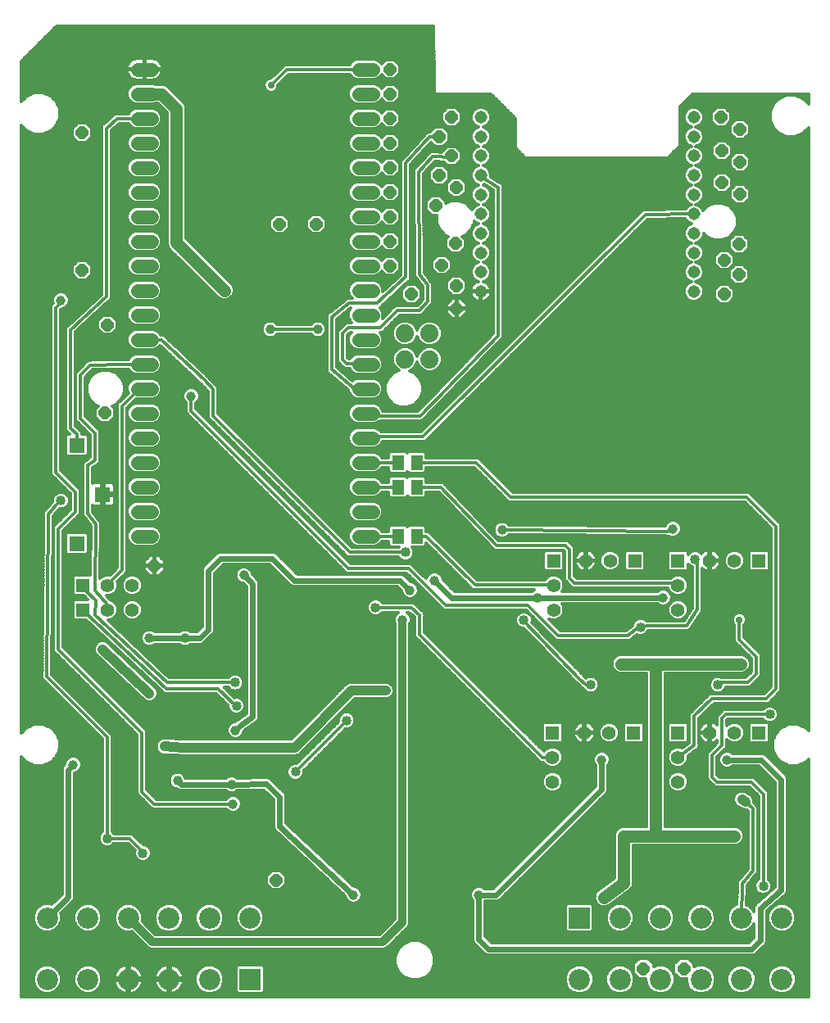
<source format=gbl>
G75*
%MOIN*%
%OFA0B0*%
%FSLAX25Y25*%
%IPPOS*%
%LPD*%
%AMOC8*
5,1,8,0,0,1.08239X$1,22.5*
%
%ADD10C,0.08600*%
%ADD11R,0.08600X0.08600*%
%ADD12C,0.05150*%
%ADD13R,0.05600X0.05600*%
%ADD14C,0.05600*%
%ADD15C,0.07400*%
%ADD16OC8,0.05150*%
%ADD17C,0.05600*%
%ADD18R,0.06496X0.06496*%
%ADD19R,0.05118X0.05906*%
%ADD20C,0.04000*%
%ADD21C,0.01200*%
%ADD22C,0.04000*%
%ADD23C,0.03962*%
%ADD24C,0.03200*%
%ADD25C,0.05000*%
%ADD26C,0.02000*%
%ADD27C,0.02400*%
%ADD28C,0.02900*%
D10*
X0107307Y0071480D03*
X0123803Y0071480D03*
X0140299Y0071480D03*
X0156795Y0071480D03*
X0173291Y0071480D03*
X0173291Y0096480D03*
X0156795Y0096480D03*
X0140299Y0096480D03*
X0123803Y0096480D03*
X0107307Y0096480D03*
X0189787Y0096480D03*
X0323842Y0071480D03*
X0340299Y0071480D03*
X0356756Y0071480D03*
X0373212Y0071480D03*
X0389669Y0071480D03*
X0406126Y0071480D03*
X0406126Y0096480D03*
X0389669Y0096480D03*
X0373212Y0096480D03*
X0356756Y0096480D03*
X0340299Y0096480D03*
D11*
X0323842Y0096480D03*
X0189787Y0071480D03*
D12*
X0283685Y0351401D03*
X0283685Y0359275D03*
X0283685Y0367149D03*
X0283685Y0375023D03*
X0283685Y0382897D03*
X0283685Y0390771D03*
X0283685Y0398645D03*
X0283685Y0406519D03*
X0283685Y0414393D03*
X0283685Y0422267D03*
X0370299Y0422267D03*
X0370299Y0414393D03*
X0370299Y0406519D03*
X0370299Y0398645D03*
X0370299Y0390771D03*
X0370299Y0382897D03*
X0370299Y0375023D03*
X0370299Y0367149D03*
X0370299Y0359275D03*
X0370299Y0351401D03*
D13*
X0363834Y0241834D03*
X0346334Y0241834D03*
X0313334Y0241834D03*
X0396834Y0241834D03*
X0396834Y0171834D03*
X0363834Y0171834D03*
X0345834Y0171834D03*
X0312834Y0171834D03*
X0121834Y0221834D03*
X0121834Y0231834D03*
D14*
X0131834Y0231834D03*
X0141834Y0231834D03*
X0141834Y0221834D03*
X0131834Y0221834D03*
X0313334Y0221834D03*
X0313334Y0231834D03*
X0326334Y0241834D03*
X0336334Y0241834D03*
X0363834Y0231834D03*
X0376834Y0241834D03*
X0386834Y0241834D03*
X0363834Y0221834D03*
X0376834Y0171834D03*
X0386834Y0171834D03*
X0363834Y0161834D03*
X0363834Y0151834D03*
X0335834Y0171834D03*
X0325834Y0171834D03*
X0312834Y0161834D03*
X0312834Y0151834D03*
D15*
X0262834Y0323834D03*
X0252834Y0323834D03*
X0252834Y0334334D03*
X0262834Y0334334D03*
D16*
X0273740Y0344401D03*
X0273795Y0353775D03*
X0267740Y0362149D03*
X0273295Y0371023D03*
X0265240Y0386397D03*
X0273795Y0393771D03*
X0266740Y0398645D03*
X0271795Y0406519D03*
X0266740Y0414433D03*
X0271795Y0422274D03*
X0246834Y0421834D03*
X0246834Y0431834D03*
X0246834Y0441834D03*
X0246834Y0411834D03*
X0246834Y0401834D03*
X0246834Y0391834D03*
X0246834Y0381834D03*
X0246834Y0371834D03*
X0246834Y0361834D03*
X0255334Y0350334D03*
X0216834Y0378834D03*
X0201834Y0378834D03*
X0131834Y0337834D03*
X0121504Y0359882D03*
X0121504Y0415882D03*
X0130756Y0301867D03*
X0150834Y0239834D03*
X0200334Y0111834D03*
X0349834Y0075834D03*
X0366334Y0075834D03*
X0382586Y0350401D03*
X0388744Y0358275D03*
X0382578Y0364149D03*
X0388744Y0370531D03*
X0389078Y0390889D03*
X0381744Y0395756D03*
X0389086Y0404137D03*
X0381744Y0408559D03*
X0389086Y0417393D03*
X0381244Y0422267D03*
D17*
X0239634Y0421834D02*
X0234034Y0421834D01*
X0234034Y0431834D02*
X0239634Y0431834D01*
X0239634Y0441834D02*
X0234034Y0441834D01*
X0234034Y0411834D02*
X0239634Y0411834D01*
X0239634Y0401834D02*
X0234034Y0401834D01*
X0234034Y0391834D02*
X0239634Y0391834D01*
X0239634Y0381834D02*
X0234034Y0381834D01*
X0234034Y0371834D02*
X0239634Y0371834D01*
X0239634Y0361834D02*
X0234034Y0361834D01*
X0234034Y0351834D02*
X0239634Y0351834D01*
X0239634Y0341834D02*
X0234034Y0341834D01*
X0234034Y0331834D02*
X0239634Y0331834D01*
X0239634Y0321834D02*
X0234034Y0321834D01*
X0234034Y0311834D02*
X0239634Y0311834D01*
X0239634Y0301834D02*
X0234034Y0301834D01*
X0234034Y0291834D02*
X0239634Y0291834D01*
X0239634Y0281834D02*
X0234034Y0281834D01*
X0234034Y0271834D02*
X0239634Y0271834D01*
X0239634Y0261834D02*
X0234034Y0261834D01*
X0234034Y0251834D02*
X0239634Y0251834D01*
X0149634Y0251834D02*
X0144034Y0251834D01*
X0144034Y0261834D02*
X0149634Y0261834D01*
X0149634Y0271834D02*
X0144034Y0271834D01*
X0144034Y0281834D02*
X0149634Y0281834D01*
X0149634Y0291834D02*
X0144034Y0291834D01*
X0144034Y0301834D02*
X0149634Y0301834D01*
X0149634Y0311834D02*
X0144034Y0311834D01*
X0144034Y0321834D02*
X0149634Y0321834D01*
X0149634Y0331834D02*
X0144034Y0331834D01*
X0144034Y0341834D02*
X0149634Y0341834D01*
X0149634Y0351834D02*
X0144034Y0351834D01*
X0144034Y0361834D02*
X0149634Y0361834D01*
X0149634Y0371834D02*
X0144034Y0371834D01*
X0144034Y0381834D02*
X0149634Y0381834D01*
X0149634Y0391834D02*
X0144034Y0391834D01*
X0144034Y0401834D02*
X0149634Y0401834D01*
X0149634Y0411834D02*
X0144034Y0411834D01*
X0144034Y0421834D02*
X0149634Y0421834D01*
X0149634Y0431834D02*
X0144034Y0431834D01*
X0144034Y0441834D02*
X0149634Y0441834D01*
D18*
X0119234Y0288834D03*
X0129834Y0268834D03*
X0119234Y0248834D03*
D19*
X0250094Y0251834D03*
X0257574Y0251834D03*
X0257574Y0271834D03*
X0250094Y0271834D03*
X0250094Y0281834D03*
X0257574Y0281834D03*
D20*
X0147834Y0188834D02*
X0129834Y0205834D01*
X0147834Y0188834D02*
X0148834Y0187834D01*
X0154984Y0166184D02*
X0162334Y0165834D01*
X0207984Y0165834D01*
X0231084Y0188934D01*
X0244884Y0188934D01*
X0356756Y0096480D02*
X0356734Y0096034D01*
X0389884Y0144684D02*
X0391384Y0143784D01*
D21*
X0096684Y0162148D02*
X0096684Y0064184D01*
X0416984Y0064184D01*
X0416984Y0161106D01*
X0415592Y0159714D01*
X0412505Y0158435D01*
X0409164Y0158435D01*
X0406077Y0159714D01*
X0403714Y0162077D01*
X0402435Y0165164D01*
X0402435Y0168505D01*
X0403714Y0171592D01*
X0406077Y0173955D01*
X0409164Y0175234D01*
X0412505Y0175234D01*
X0415592Y0173955D01*
X0416984Y0172563D01*
X0416984Y0418148D01*
X0416955Y0418077D01*
X0414592Y0415714D01*
X0411505Y0414435D01*
X0408164Y0414435D01*
X0405077Y0415714D01*
X0402714Y0418077D01*
X0401435Y0421164D01*
X0401435Y0424505D01*
X0402714Y0427592D01*
X0405077Y0429955D01*
X0408164Y0431234D01*
X0411505Y0431234D01*
X0414592Y0429955D01*
X0416955Y0427592D01*
X0416984Y0427521D01*
X0416984Y0431834D01*
X0369834Y0431834D01*
X0364834Y0426834D01*
X0364834Y0410834D01*
X0359834Y0405834D01*
X0301834Y0405834D01*
X0297834Y0409834D01*
X0297834Y0421834D01*
X0287834Y0431834D01*
X0264834Y0431834D01*
X0264373Y0459484D01*
X0111056Y0459484D01*
X0096684Y0445113D01*
X0096684Y0428521D01*
X0096714Y0428592D01*
X0099077Y0430955D01*
X0102164Y0432234D01*
X0105505Y0432234D01*
X0108592Y0430955D01*
X0110955Y0428592D01*
X0112234Y0425505D01*
X0112234Y0422164D01*
X0110955Y0419077D01*
X0108592Y0416714D01*
X0105505Y0415435D01*
X0102164Y0415435D01*
X0099077Y0416714D01*
X0096714Y0419077D01*
X0096684Y0419148D01*
X0096684Y0171521D01*
X0096714Y0171592D01*
X0099077Y0173955D01*
X0102164Y0175234D01*
X0105505Y0175234D01*
X0108592Y0173955D01*
X0110955Y0171592D01*
X0112234Y0168505D01*
X0112234Y0165164D01*
X0110955Y0162077D01*
X0108592Y0159714D01*
X0105505Y0158435D01*
X0102164Y0158435D01*
X0099077Y0159714D01*
X0096714Y0162077D01*
X0096684Y0162148D01*
X0096684Y0161311D02*
X0097480Y0161311D01*
X0096684Y0160112D02*
X0098678Y0160112D01*
X0096684Y0158914D02*
X0101008Y0158914D01*
X0096684Y0157715D02*
X0113385Y0157715D01*
X0113234Y0157351D02*
X0113630Y0158307D01*
X0114362Y0159038D01*
X0114453Y0159130D01*
X0114453Y0159507D01*
X0114968Y0160750D01*
X0115919Y0161701D01*
X0117162Y0162215D01*
X0118507Y0162215D01*
X0119750Y0161701D01*
X0120701Y0160750D01*
X0121215Y0159507D01*
X0121215Y0158162D01*
X0120701Y0156919D01*
X0119750Y0155968D01*
X0118507Y0155453D01*
X0118434Y0155453D01*
X0118434Y0104490D01*
X0118038Y0103535D01*
X0112746Y0098243D01*
X0113007Y0097614D01*
X0113007Y0095346D01*
X0112139Y0093251D01*
X0110536Y0091648D01*
X0108441Y0090780D01*
X0106173Y0090780D01*
X0104078Y0091648D01*
X0102475Y0093251D01*
X0101607Y0095346D01*
X0101607Y0097614D01*
X0102475Y0099709D01*
X0104078Y0101312D01*
X0106173Y0102180D01*
X0108441Y0102180D01*
X0109069Y0101920D01*
X0113234Y0106084D01*
X0113234Y0157351D01*
X0113234Y0156517D02*
X0096684Y0156517D01*
X0096684Y0155318D02*
X0113234Y0155318D01*
X0113234Y0154120D02*
X0096684Y0154120D01*
X0096684Y0152921D02*
X0113234Y0152921D01*
X0113234Y0151723D02*
X0096684Y0151723D01*
X0096684Y0150524D02*
X0113234Y0150524D01*
X0113234Y0149326D02*
X0096684Y0149326D01*
X0096684Y0148127D02*
X0113234Y0148127D01*
X0113234Y0146929D02*
X0096684Y0146929D01*
X0096684Y0145730D02*
X0113234Y0145730D01*
X0113234Y0144532D02*
X0096684Y0144532D01*
X0096684Y0143333D02*
X0113234Y0143333D01*
X0113234Y0142135D02*
X0096684Y0142135D01*
X0096684Y0140936D02*
X0113234Y0140936D01*
X0113234Y0139738D02*
X0096684Y0139738D01*
X0096684Y0138539D02*
X0113234Y0138539D01*
X0113234Y0137341D02*
X0096684Y0137341D01*
X0096684Y0136142D02*
X0113234Y0136142D01*
X0113234Y0134944D02*
X0096684Y0134944D01*
X0096684Y0133745D02*
X0113234Y0133745D01*
X0113234Y0132546D02*
X0096684Y0132546D01*
X0096684Y0131348D02*
X0113234Y0131348D01*
X0113234Y0130149D02*
X0096684Y0130149D01*
X0096684Y0128951D02*
X0113234Y0128951D01*
X0113234Y0127752D02*
X0096684Y0127752D01*
X0096684Y0126554D02*
X0113234Y0126554D01*
X0113234Y0125355D02*
X0096684Y0125355D01*
X0096684Y0124157D02*
X0113234Y0124157D01*
X0113234Y0122958D02*
X0096684Y0122958D01*
X0096684Y0121760D02*
X0113234Y0121760D01*
X0113234Y0120561D02*
X0096684Y0120561D01*
X0096684Y0119363D02*
X0113234Y0119363D01*
X0113234Y0118164D02*
X0096684Y0118164D01*
X0096684Y0116966D02*
X0113234Y0116966D01*
X0113234Y0115767D02*
X0096684Y0115767D01*
X0096684Y0114569D02*
X0113234Y0114569D01*
X0113234Y0113370D02*
X0096684Y0113370D01*
X0096684Y0112172D02*
X0113234Y0112172D01*
X0113234Y0110973D02*
X0096684Y0110973D01*
X0096684Y0109775D02*
X0113234Y0109775D01*
X0113234Y0108576D02*
X0096684Y0108576D01*
X0096684Y0107378D02*
X0113234Y0107378D01*
X0113234Y0106179D02*
X0096684Y0106179D01*
X0096684Y0104981D02*
X0112131Y0104981D01*
X0110932Y0103782D02*
X0096684Y0103782D01*
X0096684Y0102584D02*
X0109734Y0102584D01*
X0113492Y0098988D02*
X0118672Y0098988D01*
X0118971Y0099709D02*
X0118103Y0097614D01*
X0118103Y0095346D01*
X0118971Y0093251D01*
X0120574Y0091648D01*
X0122669Y0090780D01*
X0124937Y0090780D01*
X0127032Y0091648D01*
X0128635Y0093251D01*
X0129503Y0095346D01*
X0129503Y0097614D01*
X0128635Y0099709D01*
X0127032Y0101312D01*
X0124937Y0102180D01*
X0122669Y0102180D01*
X0120574Y0101312D01*
X0118971Y0099709D01*
X0119448Y0100187D02*
X0114690Y0100187D01*
X0115889Y0101385D02*
X0120750Y0101385D01*
X0118141Y0103782D02*
X0229105Y0103782D01*
X0228968Y0103919D02*
X0229919Y0102968D01*
X0231162Y0102453D01*
X0232507Y0102453D01*
X0233750Y0102968D01*
X0234701Y0103919D01*
X0235215Y0105162D01*
X0235215Y0106507D01*
X0234701Y0107750D01*
X0233750Y0108701D01*
X0232507Y0109215D01*
X0232022Y0109215D01*
X0204434Y0134964D01*
X0204434Y0145343D01*
X0204444Y0145367D01*
X0204434Y0145859D01*
X0204434Y0146351D01*
X0204424Y0146375D01*
X0204424Y0146401D01*
X0204227Y0146853D01*
X0204038Y0147307D01*
X0204020Y0147325D01*
X0204010Y0147349D01*
X0203655Y0147691D01*
X0203307Y0148038D01*
X0203283Y0148048D01*
X0198349Y0152797D01*
X0197992Y0153149D01*
X0197976Y0153155D01*
X0197964Y0153166D01*
X0197498Y0153349D01*
X0197033Y0153538D01*
X0197017Y0153538D01*
X0197001Y0153544D01*
X0196500Y0153534D01*
X0184501Y0153450D01*
X0184250Y0153701D01*
X0183007Y0154215D01*
X0181662Y0154215D01*
X0180419Y0153701D01*
X0180153Y0153434D01*
X0163538Y0153434D01*
X0163201Y0154250D01*
X0162250Y0155201D01*
X0161007Y0155715D01*
X0159662Y0155715D01*
X0158419Y0155201D01*
X0157468Y0154250D01*
X0156953Y0153007D01*
X0156953Y0151662D01*
X0157468Y0150419D01*
X0158419Y0149468D01*
X0159662Y0148953D01*
X0160038Y0148953D01*
X0160362Y0148630D01*
X0161317Y0148234D01*
X0180153Y0148234D01*
X0180419Y0147968D01*
X0181662Y0147453D01*
X0183007Y0147453D01*
X0184250Y0147968D01*
X0184531Y0148250D01*
X0195494Y0148327D01*
X0199234Y0144728D01*
X0199234Y0134305D01*
X0199218Y0134262D01*
X0199234Y0133789D01*
X0199234Y0133317D01*
X0199252Y0133274D01*
X0199254Y0133228D01*
X0199449Y0132798D01*
X0199630Y0132362D01*
X0199663Y0132329D01*
X0199682Y0132286D01*
X0200028Y0131964D01*
X0200362Y0131630D01*
X0200404Y0131612D01*
X0228453Y0105434D01*
X0228453Y0105162D01*
X0228968Y0103919D01*
X0228528Y0104981D02*
X0118434Y0104981D01*
X0118434Y0106179D02*
X0227654Y0106179D01*
X0226370Y0107378D02*
X0118434Y0107378D01*
X0118434Y0108576D02*
X0197971Y0108576D01*
X0198688Y0107860D02*
X0201981Y0107860D01*
X0204309Y0110188D01*
X0204309Y0113481D01*
X0201981Y0115809D01*
X0198688Y0115809D01*
X0196360Y0113481D01*
X0196360Y0110188D01*
X0198688Y0107860D01*
X0196773Y0109775D02*
X0118434Y0109775D01*
X0118434Y0110973D02*
X0196360Y0110973D01*
X0196360Y0112172D02*
X0118434Y0112172D01*
X0118434Y0113370D02*
X0196360Y0113370D01*
X0197448Y0114569D02*
X0118434Y0114569D01*
X0118434Y0115767D02*
X0198646Y0115767D01*
X0202023Y0115767D02*
X0217381Y0115767D01*
X0218665Y0114569D02*
X0203221Y0114569D01*
X0204309Y0113370D02*
X0219950Y0113370D01*
X0221234Y0112172D02*
X0204309Y0112172D01*
X0204309Y0110973D02*
X0222518Y0110973D01*
X0223802Y0109775D02*
X0203896Y0109775D01*
X0202697Y0108576D02*
X0225086Y0108576D01*
X0228855Y0112172D02*
X0248834Y0112172D01*
X0248834Y0113370D02*
X0227571Y0113370D01*
X0226286Y0114569D02*
X0248834Y0114569D01*
X0248834Y0115767D02*
X0225002Y0115767D01*
X0223718Y0116966D02*
X0248834Y0116966D01*
X0248834Y0118164D02*
X0222434Y0118164D01*
X0221150Y0119363D02*
X0248834Y0119363D01*
X0248834Y0120561D02*
X0219866Y0120561D01*
X0218582Y0121760D02*
X0248834Y0121760D01*
X0248834Y0122958D02*
X0217298Y0122958D01*
X0216013Y0124157D02*
X0248834Y0124157D01*
X0248834Y0125355D02*
X0214729Y0125355D01*
X0213445Y0126554D02*
X0248834Y0126554D01*
X0248834Y0127752D02*
X0212161Y0127752D01*
X0210877Y0128951D02*
X0248834Y0128951D01*
X0248834Y0130149D02*
X0209593Y0130149D01*
X0208309Y0131348D02*
X0248834Y0131348D01*
X0248834Y0132546D02*
X0207025Y0132546D01*
X0205741Y0133745D02*
X0248834Y0133745D01*
X0248834Y0134944D02*
X0204456Y0134944D01*
X0204434Y0136142D02*
X0248834Y0136142D01*
X0248834Y0137341D02*
X0204434Y0137341D01*
X0204434Y0138539D02*
X0248834Y0138539D01*
X0248834Y0139738D02*
X0204434Y0139738D01*
X0204434Y0140936D02*
X0248834Y0140936D01*
X0248834Y0142135D02*
X0204434Y0142135D01*
X0204434Y0143333D02*
X0248834Y0143333D01*
X0248834Y0144532D02*
X0204434Y0144532D01*
X0204437Y0145730D02*
X0248834Y0145730D01*
X0248834Y0146929D02*
X0204195Y0146929D01*
X0203201Y0148127D02*
X0248834Y0148127D01*
X0248834Y0149326D02*
X0201956Y0149326D01*
X0200710Y0150524D02*
X0248834Y0150524D01*
X0248834Y0151723D02*
X0199465Y0151723D01*
X0198222Y0152921D02*
X0206503Y0152921D01*
X0206308Y0153002D02*
X0207558Y0152484D01*
X0208911Y0152484D01*
X0210160Y0153002D01*
X0211117Y0153958D01*
X0211634Y0155208D01*
X0211634Y0156456D01*
X0228563Y0173384D01*
X0229811Y0173384D01*
X0231060Y0173902D01*
X0232017Y0174858D01*
X0232534Y0176108D01*
X0232534Y0177461D01*
X0232017Y0178710D01*
X0231060Y0179667D01*
X0229811Y0180184D01*
X0228458Y0180184D01*
X0227208Y0179667D01*
X0226252Y0178710D01*
X0225734Y0177461D01*
X0225734Y0176213D01*
X0208806Y0159284D01*
X0207558Y0159284D01*
X0206308Y0158767D01*
X0205352Y0157810D01*
X0204834Y0156561D01*
X0204834Y0155208D01*
X0205352Y0153958D01*
X0206308Y0153002D01*
X0205285Y0154120D02*
X0183238Y0154120D01*
X0181431Y0154120D02*
X0163254Y0154120D01*
X0161966Y0155318D02*
X0204834Y0155318D01*
X0204834Y0156517D02*
X0147834Y0156517D01*
X0147834Y0157715D02*
X0205313Y0157715D01*
X0206663Y0158914D02*
X0147834Y0158914D01*
X0147834Y0160112D02*
X0209634Y0160112D01*
X0210832Y0161311D02*
X0147834Y0161311D01*
X0147834Y0162509D02*
X0160679Y0162509D01*
X0161581Y0162466D02*
X0161658Y0162434D01*
X0162253Y0162434D01*
X0162848Y0162406D01*
X0162927Y0162434D01*
X0208661Y0162434D01*
X0209910Y0162952D01*
X0210867Y0163908D01*
X0210867Y0163908D01*
X0232493Y0185534D01*
X0244208Y0185534D01*
X0245561Y0185534D01*
X0246810Y0186052D01*
X0247767Y0187008D01*
X0248284Y0188258D01*
X0248284Y0189611D01*
X0247767Y0190860D01*
X0246810Y0191817D01*
X0245561Y0192334D01*
X0230408Y0192334D01*
X0229158Y0191817D01*
X0228202Y0190860D01*
X0206576Y0169234D01*
X0162415Y0169234D01*
X0155738Y0169552D01*
X0155661Y0169584D01*
X0155065Y0169584D01*
X0154470Y0169613D01*
X0154392Y0169584D01*
X0154308Y0169584D01*
X0153758Y0169356D01*
X0153198Y0169155D01*
X0153136Y0169099D01*
X0153058Y0169067D01*
X0152637Y0168646D01*
X0152197Y0168245D01*
X0152161Y0168169D01*
X0152102Y0168110D01*
X0151874Y0167560D01*
X0151620Y0167022D01*
X0151616Y0166938D01*
X0151584Y0166861D01*
X0151584Y0166265D01*
X0151556Y0165670D01*
X0151584Y0165592D01*
X0151584Y0165508D01*
X0151812Y0164958D01*
X0152014Y0164398D01*
X0152070Y0164336D01*
X0152102Y0164258D01*
X0152523Y0163837D01*
X0152923Y0163397D01*
X0152999Y0163361D01*
X0153058Y0163302D01*
X0153608Y0163074D01*
X0154147Y0162820D01*
X0154231Y0162816D01*
X0154308Y0162784D01*
X0154903Y0162784D01*
X0161581Y0162466D01*
X0152641Y0163708D02*
X0147834Y0163708D01*
X0147834Y0164906D02*
X0151831Y0164906D01*
X0151577Y0166105D02*
X0147834Y0166105D01*
X0147834Y0167303D02*
X0151753Y0167303D01*
X0152479Y0168502D02*
X0147834Y0168502D01*
X0147834Y0169700D02*
X0182565Y0169700D01*
X0183162Y0169453D02*
X0184507Y0169453D01*
X0185750Y0169968D01*
X0186701Y0170919D01*
X0187215Y0172162D01*
X0187215Y0172538D01*
X0187506Y0172829D01*
X0192084Y0175988D01*
X0192307Y0176080D01*
X0192506Y0176279D01*
X0192737Y0176438D01*
X0192868Y0176641D01*
X0193038Y0176812D01*
X0193146Y0177071D01*
X0193298Y0177307D01*
X0193342Y0177544D01*
X0193434Y0177767D01*
X0193434Y0178048D01*
X0193485Y0178324D01*
X0193434Y0178560D01*
X0193434Y0232901D01*
X0193038Y0233857D01*
X0192307Y0234588D01*
X0190665Y0236230D01*
X0190665Y0236607D01*
X0190151Y0237850D01*
X0189200Y0238801D01*
X0187957Y0239315D01*
X0186612Y0239315D01*
X0185369Y0238801D01*
X0184418Y0237850D01*
X0183903Y0236607D01*
X0183903Y0235262D01*
X0184418Y0234019D01*
X0185369Y0233068D01*
X0186612Y0232553D01*
X0186988Y0232553D01*
X0188234Y0231307D01*
X0188234Y0179649D01*
X0184585Y0177131D01*
X0184362Y0177038D01*
X0184163Y0176840D01*
X0183932Y0176681D01*
X0183801Y0176478D01*
X0183538Y0176215D01*
X0183162Y0176215D01*
X0181919Y0175701D01*
X0180968Y0174750D01*
X0180453Y0173507D01*
X0180453Y0172162D01*
X0180968Y0170919D01*
X0181919Y0169968D01*
X0183162Y0169453D01*
X0185103Y0169700D02*
X0207042Y0169700D01*
X0208241Y0170899D02*
X0186680Y0170899D01*
X0187189Y0172097D02*
X0209439Y0172097D01*
X0210638Y0173296D02*
X0188183Y0173296D01*
X0189920Y0174494D02*
X0211836Y0174494D01*
X0213035Y0175693D02*
X0191657Y0175693D01*
X0193072Y0176891D02*
X0214233Y0176891D01*
X0215432Y0178090D02*
X0193442Y0178090D01*
X0193434Y0179288D02*
X0216630Y0179288D01*
X0217829Y0180487D02*
X0193434Y0180487D01*
X0193434Y0181685D02*
X0219027Y0181685D01*
X0220226Y0182884D02*
X0193434Y0182884D01*
X0193434Y0184082D02*
X0221424Y0184082D01*
X0222623Y0185281D02*
X0193434Y0185281D01*
X0193434Y0186479D02*
X0223821Y0186479D01*
X0225020Y0187678D02*
X0193434Y0187678D01*
X0193434Y0188877D02*
X0226218Y0188877D01*
X0227417Y0190075D02*
X0193434Y0190075D01*
X0193434Y0191274D02*
X0228615Y0191274D01*
X0228202Y0190860D02*
X0228202Y0190860D01*
X0232239Y0185281D02*
X0248834Y0185281D01*
X0248834Y0186479D02*
X0247238Y0186479D01*
X0248044Y0187678D02*
X0248834Y0187678D01*
X0248834Y0188877D02*
X0248284Y0188877D01*
X0248092Y0190075D02*
X0248834Y0190075D01*
X0248834Y0191274D02*
X0247353Y0191274D01*
X0248834Y0192472D02*
X0193434Y0192472D01*
X0193434Y0193671D02*
X0248834Y0193671D01*
X0248834Y0194869D02*
X0193434Y0194869D01*
X0193434Y0196068D02*
X0248834Y0196068D01*
X0248834Y0197266D02*
X0193434Y0197266D01*
X0193434Y0198465D02*
X0248834Y0198465D01*
X0248834Y0199663D02*
X0193434Y0199663D01*
X0193434Y0200862D02*
X0248834Y0200862D01*
X0248834Y0202060D02*
X0193434Y0202060D01*
X0193434Y0203259D02*
X0248834Y0203259D01*
X0248834Y0204457D02*
X0193434Y0204457D01*
X0193434Y0205656D02*
X0248834Y0205656D01*
X0248834Y0206854D02*
X0193434Y0206854D01*
X0193434Y0208053D02*
X0248834Y0208053D01*
X0248834Y0209251D02*
X0193434Y0209251D01*
X0193434Y0210450D02*
X0248834Y0210450D01*
X0248834Y0211648D02*
X0193434Y0211648D01*
X0193434Y0212847D02*
X0248834Y0212847D01*
X0248834Y0214045D02*
X0193434Y0214045D01*
X0193434Y0215244D02*
X0248834Y0215244D01*
X0248834Y0216242D02*
X0248834Y0096077D01*
X0242592Y0089834D01*
X0151187Y0089834D01*
X0145904Y0095117D01*
X0145999Y0095346D01*
X0145999Y0097614D01*
X0145131Y0099709D01*
X0143528Y0101312D01*
X0141433Y0102180D01*
X0139165Y0102180D01*
X0137070Y0101312D01*
X0135467Y0099709D01*
X0134599Y0097614D01*
X0134599Y0095346D01*
X0135467Y0093251D01*
X0137070Y0091648D01*
X0139165Y0090780D01*
X0141433Y0090780D01*
X0141661Y0090875D01*
X0148245Y0084291D01*
X0149348Y0083834D01*
X0244431Y0083834D01*
X0245534Y0084291D01*
X0246378Y0085135D01*
X0254378Y0093135D01*
X0254834Y0094238D01*
X0254834Y0216242D01*
X0255215Y0217162D01*
X0255215Y0218507D01*
X0254701Y0219750D01*
X0253750Y0220701D01*
X0253642Y0220745D01*
X0254523Y0220739D01*
X0256834Y0218877D01*
X0256834Y0211006D01*
X0306834Y0161006D01*
X0308006Y0159834D01*
X0309117Y0159834D01*
X0309274Y0159455D01*
X0310455Y0158274D01*
X0311999Y0157634D01*
X0313670Y0157634D01*
X0315213Y0158274D01*
X0316395Y0159455D01*
X0317034Y0160999D01*
X0317034Y0162670D01*
X0316395Y0164213D01*
X0315213Y0165395D01*
X0313670Y0166034D01*
X0311999Y0166034D01*
X0310455Y0165395D01*
X0309279Y0164218D01*
X0260834Y0212663D01*
X0260834Y0219129D01*
X0260912Y0219225D01*
X0260834Y0219942D01*
X0260834Y0220663D01*
X0260747Y0220750D01*
X0260734Y0220872D01*
X0260173Y0221324D01*
X0259663Y0221834D01*
X0259540Y0221834D01*
X0256578Y0224220D01*
X0256077Y0224728D01*
X0255946Y0224729D01*
X0255844Y0224812D01*
X0255134Y0224735D01*
X0243662Y0224815D01*
X0242760Y0225717D01*
X0241511Y0226234D01*
X0240158Y0226234D01*
X0238908Y0225717D01*
X0237952Y0224760D01*
X0237434Y0223511D01*
X0237434Y0222158D01*
X0237952Y0220908D01*
X0238908Y0219952D01*
X0240158Y0219434D01*
X0241511Y0219434D01*
X0242760Y0219952D01*
X0243623Y0220815D01*
X0250087Y0220770D01*
X0249919Y0220701D01*
X0248968Y0219750D01*
X0248453Y0218507D01*
X0248453Y0217162D01*
X0248834Y0216242D01*
X0248751Y0216442D02*
X0193434Y0216442D01*
X0193434Y0217641D02*
X0248453Y0217641D01*
X0248591Y0218839D02*
X0193434Y0218839D01*
X0193434Y0220038D02*
X0238822Y0220038D01*
X0237816Y0221236D02*
X0193434Y0221236D01*
X0193434Y0222435D02*
X0237434Y0222435D01*
X0237485Y0223633D02*
X0193434Y0223633D01*
X0193434Y0224832D02*
X0238024Y0224832D01*
X0239666Y0226030D02*
X0193434Y0226030D01*
X0193434Y0227229D02*
X0252658Y0227229D01*
X0252919Y0226968D02*
X0251968Y0227919D01*
X0251453Y0229162D01*
X0251453Y0229538D01*
X0249757Y0231234D01*
X0207317Y0231234D01*
X0206362Y0231630D01*
X0197757Y0240234D01*
X0178911Y0240234D01*
X0175434Y0236757D01*
X0175434Y0213317D01*
X0175038Y0212362D01*
X0171538Y0208862D01*
X0170807Y0208130D01*
X0169851Y0207734D01*
X0165516Y0207734D01*
X0165250Y0207468D01*
X0164007Y0206953D01*
X0162662Y0206953D01*
X0161419Y0207468D01*
X0161153Y0207734D01*
X0151016Y0207734D01*
X0150750Y0207468D01*
X0149507Y0206953D01*
X0148162Y0206953D01*
X0146919Y0207468D01*
X0145968Y0208419D01*
X0145453Y0209662D01*
X0145453Y0211007D01*
X0145968Y0212250D01*
X0146919Y0213201D01*
X0148162Y0213715D01*
X0149507Y0213715D01*
X0150750Y0213201D01*
X0151016Y0212934D01*
X0161153Y0212934D01*
X0161419Y0213201D01*
X0162662Y0213715D01*
X0164007Y0213715D01*
X0165250Y0213201D01*
X0165516Y0212934D01*
X0168257Y0212934D01*
X0170234Y0214911D01*
X0170234Y0238351D01*
X0170630Y0239307D01*
X0171362Y0240038D01*
X0176362Y0245038D01*
X0177317Y0245434D01*
X0199351Y0245434D01*
X0200307Y0245038D01*
X0201038Y0244307D01*
X0208911Y0236434D01*
X0251351Y0236434D01*
X0252307Y0236038D01*
X0253038Y0235307D01*
X0255130Y0233215D01*
X0255507Y0233215D01*
X0256750Y0232701D01*
X0257701Y0231750D01*
X0258215Y0230507D01*
X0258215Y0229162D01*
X0257701Y0227919D01*
X0256750Y0226968D01*
X0255507Y0226453D01*
X0254162Y0226453D01*
X0252919Y0226968D01*
X0251757Y0228427D02*
X0193434Y0228427D01*
X0193434Y0229626D02*
X0251366Y0229626D01*
X0250167Y0230824D02*
X0193434Y0230824D01*
X0193434Y0232023D02*
X0205969Y0232023D01*
X0204770Y0233221D02*
X0193302Y0233221D01*
X0192476Y0234420D02*
X0203572Y0234420D01*
X0202373Y0235618D02*
X0191277Y0235618D01*
X0190578Y0236817D02*
X0201175Y0236817D01*
X0199976Y0238015D02*
X0189985Y0238015D01*
X0188202Y0239214D02*
X0198778Y0239214D01*
X0202536Y0242810D02*
X0223031Y0242810D01*
X0221832Y0244008D02*
X0201338Y0244008D01*
X0199901Y0245207D02*
X0220634Y0245207D01*
X0219435Y0246405D02*
X0139834Y0246405D01*
X0139834Y0245207D02*
X0176767Y0245207D01*
X0175331Y0244008D02*
X0152565Y0244008D01*
X0152564Y0244009D02*
X0151022Y0244009D01*
X0151022Y0240022D01*
X0155009Y0240022D01*
X0155009Y0241564D01*
X0152564Y0244009D01*
X0151022Y0244008D02*
X0150647Y0244008D01*
X0150647Y0244009D02*
X0149105Y0244009D01*
X0146660Y0241564D01*
X0146660Y0240022D01*
X0150647Y0240022D01*
X0150647Y0244009D01*
X0150647Y0242810D02*
X0151022Y0242810D01*
X0151022Y0241611D02*
X0150647Y0241611D01*
X0150647Y0240412D02*
X0151022Y0240412D01*
X0151022Y0240022D02*
X0150647Y0240022D01*
X0150647Y0239647D01*
X0151022Y0239647D01*
X0151022Y0240022D01*
X0151022Y0239647D02*
X0155009Y0239647D01*
X0155009Y0238105D01*
X0152564Y0235660D01*
X0151022Y0235660D01*
X0151022Y0239647D01*
X0150647Y0239647D02*
X0150647Y0235660D01*
X0149105Y0235660D01*
X0146660Y0238105D01*
X0146659Y0239647D01*
X0150647Y0239647D01*
X0150647Y0239214D02*
X0151022Y0239214D01*
X0151022Y0238015D02*
X0150647Y0238015D01*
X0150647Y0236817D02*
X0151022Y0236817D01*
X0153721Y0236817D02*
X0170234Y0236817D01*
X0170234Y0238015D02*
X0154920Y0238015D01*
X0155009Y0239214D02*
X0170592Y0239214D01*
X0171736Y0240412D02*
X0155009Y0240412D01*
X0154962Y0241611D02*
X0172934Y0241611D01*
X0174133Y0242810D02*
X0153763Y0242810D01*
X0149104Y0244008D02*
X0139834Y0244008D01*
X0139834Y0242810D02*
X0147905Y0242810D01*
X0146707Y0241611D02*
X0139834Y0241611D01*
X0139834Y0240412D02*
X0146660Y0240412D01*
X0146659Y0239214D02*
X0139834Y0239214D01*
X0139834Y0238015D02*
X0146749Y0238015D01*
X0147948Y0236817D02*
X0139445Y0236817D01*
X0139834Y0237206D02*
X0139834Y0304006D01*
X0143463Y0307634D01*
X0150470Y0307634D01*
X0152013Y0308274D01*
X0153195Y0309455D01*
X0153834Y0310999D01*
X0153834Y0312670D01*
X0153195Y0314213D01*
X0152013Y0315395D01*
X0150470Y0316034D01*
X0143199Y0316034D01*
X0141655Y0315395D01*
X0140474Y0314213D01*
X0139834Y0312670D01*
X0139834Y0310999D01*
X0140226Y0310054D01*
X0135834Y0305663D01*
X0135834Y0238863D01*
X0132907Y0235936D01*
X0132670Y0236034D01*
X0130999Y0236034D01*
X0129455Y0235395D01*
X0128812Y0234752D01*
X0128933Y0256473D01*
X0129038Y0257144D01*
X0128938Y0257281D01*
X0128939Y0257452D01*
X0128462Y0257934D01*
X0125834Y0261536D01*
X0125834Y0264173D01*
X0125969Y0264095D01*
X0126376Y0263986D01*
X0129352Y0263986D01*
X0129352Y0268352D01*
X0130317Y0268352D01*
X0130317Y0269317D01*
X0129352Y0269317D01*
X0129352Y0273682D01*
X0126376Y0273682D01*
X0125969Y0273573D01*
X0125834Y0273496D01*
X0125834Y0279764D01*
X0127440Y0280834D01*
X0127663Y0280834D01*
X0128108Y0281280D01*
X0128633Y0281630D01*
X0128677Y0281848D01*
X0128834Y0282006D01*
X0128834Y0282636D01*
X0128958Y0283254D01*
X0128834Y0283440D01*
X0128834Y0294663D01*
X0127663Y0295834D01*
X0122834Y0300663D01*
X0122834Y0316492D01*
X0125671Y0319507D01*
X0137861Y0319834D01*
X0140317Y0319834D01*
X0140474Y0319455D01*
X0141655Y0318274D01*
X0143199Y0317634D01*
X0150470Y0317634D01*
X0152013Y0318274D01*
X0153195Y0319455D01*
X0153834Y0320999D01*
X0153834Y0322670D01*
X0153195Y0324213D01*
X0152013Y0325395D01*
X0150470Y0326034D01*
X0143199Y0326034D01*
X0141655Y0325395D01*
X0140474Y0324213D01*
X0140317Y0323834D01*
X0138631Y0323834D01*
X0138609Y0323856D01*
X0137807Y0323834D01*
X0137006Y0323834D01*
X0136984Y0323812D01*
X0125554Y0323506D01*
X0125551Y0323509D01*
X0124726Y0323483D01*
X0123903Y0323461D01*
X0123899Y0323458D01*
X0123895Y0323458D01*
X0123330Y0322857D01*
X0122763Y0322259D01*
X0122763Y0322254D01*
X0119398Y0318677D01*
X0118834Y0318113D01*
X0118834Y0318077D01*
X0118834Y0334963D01*
X0132021Y0347234D01*
X0132063Y0347234D01*
X0132623Y0347795D01*
X0133203Y0348335D01*
X0133205Y0348376D01*
X0133234Y0348406D01*
X0133234Y0349198D01*
X0133263Y0349990D01*
X0133234Y0350021D01*
X0133234Y0416923D01*
X0136582Y0419834D01*
X0140317Y0419834D01*
X0140474Y0419455D01*
X0141655Y0418274D01*
X0143199Y0417634D01*
X0150470Y0417634D01*
X0152013Y0418274D01*
X0153195Y0419455D01*
X0153834Y0420999D01*
X0153834Y0422670D01*
X0153195Y0424213D01*
X0152013Y0425395D01*
X0150470Y0426034D01*
X0143199Y0426034D01*
X0141655Y0425395D01*
X0140474Y0424213D01*
X0140317Y0423834D01*
X0135904Y0423834D01*
X0135147Y0423887D01*
X0135086Y0423834D01*
X0135006Y0423834D01*
X0134469Y0423298D01*
X0130486Y0419834D01*
X0130406Y0419834D01*
X0129869Y0419298D01*
X0129297Y0418800D01*
X0129291Y0418720D01*
X0129234Y0418663D01*
X0129234Y0417904D01*
X0129182Y0417147D01*
X0129234Y0417086D01*
X0129234Y0350105D01*
X0116048Y0337834D01*
X0116006Y0337834D01*
X0115445Y0337274D01*
X0114865Y0336734D01*
X0114864Y0336692D01*
X0114834Y0336663D01*
X0114834Y0335870D01*
X0114806Y0335078D01*
X0114834Y0335048D01*
X0114834Y0295006D01*
X0116358Y0293482D01*
X0115406Y0293482D01*
X0114586Y0292662D01*
X0114586Y0285006D01*
X0115406Y0284186D01*
X0123062Y0284186D01*
X0123882Y0285006D01*
X0123882Y0292662D01*
X0123062Y0293482D01*
X0121234Y0293482D01*
X0121234Y0294263D01*
X0120063Y0295434D01*
X0118834Y0296663D01*
X0118834Y0317254D01*
X0118834Y0317254D01*
X0118834Y0299006D01*
X0124834Y0293006D01*
X0124834Y0283905D01*
X0123229Y0282834D01*
X0123006Y0282834D01*
X0122560Y0282389D01*
X0122036Y0282039D01*
X0121992Y0281820D01*
X0121834Y0281663D01*
X0121834Y0281032D01*
X0121711Y0280414D01*
X0121834Y0280229D01*
X0121834Y0261040D01*
X0121730Y0260375D01*
X0121834Y0260232D01*
X0121834Y0260056D01*
X0122310Y0259580D01*
X0124931Y0255987D01*
X0124819Y0236034D01*
X0118454Y0236034D01*
X0117634Y0235214D01*
X0117634Y0228454D01*
X0118454Y0227634D01*
X0122156Y0227634D01*
X0123756Y0226034D01*
X0118454Y0226034D01*
X0117634Y0225214D01*
X0117634Y0218454D01*
X0118454Y0217634D01*
X0123114Y0217634D01*
X0154243Y0188347D01*
X0154811Y0187782D01*
X0154843Y0187782D01*
X0154867Y0187760D01*
X0155667Y0187784D01*
X0176008Y0187832D01*
X0180834Y0183006D01*
X0180834Y0182108D01*
X0181352Y0180858D01*
X0182308Y0179902D01*
X0183558Y0179384D01*
X0184911Y0179384D01*
X0186160Y0179902D01*
X0187117Y0180858D01*
X0187634Y0182108D01*
X0187634Y0183461D01*
X0187117Y0184710D01*
X0186160Y0185667D01*
X0184911Y0186184D01*
X0183558Y0186184D01*
X0183385Y0186112D01*
X0179264Y0190233D01*
X0179754Y0190231D01*
X0179758Y0190234D01*
X0180926Y0190234D01*
X0181808Y0189352D01*
X0183058Y0188834D01*
X0184411Y0188834D01*
X0185660Y0189352D01*
X0186617Y0190308D01*
X0187134Y0191558D01*
X0187134Y0192911D01*
X0186617Y0194160D01*
X0185660Y0195117D01*
X0184411Y0195634D01*
X0183058Y0195634D01*
X0181808Y0195117D01*
X0180926Y0194234D01*
X0178937Y0194234D01*
X0156829Y0194331D01*
X0131995Y0217634D01*
X0132670Y0217634D01*
X0134213Y0218274D01*
X0135395Y0219455D01*
X0136034Y0220999D01*
X0136034Y0222670D01*
X0135395Y0224213D01*
X0134213Y0225395D01*
X0132670Y0226034D01*
X0132602Y0226034D01*
X0131227Y0227634D01*
X0132670Y0227634D01*
X0134213Y0228274D01*
X0135395Y0229455D01*
X0136034Y0230999D01*
X0136034Y0232670D01*
X0135819Y0233190D01*
X0138663Y0236034D01*
X0139834Y0237206D01*
X0139995Y0235618D02*
X0138247Y0235618D01*
X0138480Y0234420D02*
X0137048Y0234420D01*
X0138274Y0234213D02*
X0137634Y0232670D01*
X0137634Y0230999D01*
X0138274Y0229455D01*
X0139455Y0228274D01*
X0140999Y0227634D01*
X0142670Y0227634D01*
X0144213Y0228274D01*
X0145395Y0229455D01*
X0146034Y0230999D01*
X0146034Y0232670D01*
X0145395Y0234213D01*
X0144213Y0235395D01*
X0142670Y0236034D01*
X0140999Y0236034D01*
X0139455Y0235395D01*
X0138274Y0234213D01*
X0137863Y0233221D02*
X0135850Y0233221D01*
X0136034Y0232023D02*
X0137634Y0232023D01*
X0137707Y0230824D02*
X0135962Y0230824D01*
X0135466Y0229626D02*
X0138203Y0229626D01*
X0139302Y0228427D02*
X0134367Y0228427D01*
X0132679Y0226030D02*
X0140989Y0226030D01*
X0140999Y0226034D02*
X0139455Y0225395D01*
X0138274Y0224213D01*
X0137634Y0222670D01*
X0137634Y0220999D01*
X0138274Y0219455D01*
X0139455Y0218274D01*
X0140999Y0217634D01*
X0142670Y0217634D01*
X0144213Y0218274D01*
X0145395Y0219455D01*
X0146034Y0220999D01*
X0146034Y0222670D01*
X0145395Y0224213D01*
X0144213Y0225395D01*
X0142670Y0226034D01*
X0140999Y0226034D01*
X0142679Y0226030D02*
X0170234Y0226030D01*
X0170234Y0224832D02*
X0144776Y0224832D01*
X0145635Y0223633D02*
X0170234Y0223633D01*
X0170234Y0222435D02*
X0146034Y0222435D01*
X0146034Y0221236D02*
X0170234Y0221236D01*
X0170234Y0220038D02*
X0145636Y0220038D01*
X0144779Y0218839D02*
X0170234Y0218839D01*
X0170234Y0217641D02*
X0142685Y0217641D01*
X0140983Y0217641D02*
X0132685Y0217641D01*
X0133265Y0216442D02*
X0170234Y0216442D01*
X0170234Y0215244D02*
X0134543Y0215244D01*
X0135820Y0214045D02*
X0169368Y0214045D01*
X0173127Y0210450D02*
X0188234Y0210450D01*
X0188234Y0211648D02*
X0174325Y0211648D01*
X0175239Y0212847D02*
X0188234Y0212847D01*
X0188234Y0214045D02*
X0175434Y0214045D01*
X0175434Y0215244D02*
X0188234Y0215244D01*
X0188234Y0216442D02*
X0175434Y0216442D01*
X0175434Y0217641D02*
X0188234Y0217641D01*
X0188234Y0218839D02*
X0175434Y0218839D01*
X0175434Y0220038D02*
X0188234Y0220038D01*
X0188234Y0221236D02*
X0175434Y0221236D01*
X0175434Y0222435D02*
X0188234Y0222435D01*
X0188234Y0223633D02*
X0175434Y0223633D01*
X0175434Y0224832D02*
X0188234Y0224832D01*
X0188234Y0226030D02*
X0175434Y0226030D01*
X0175434Y0227229D02*
X0188234Y0227229D01*
X0188234Y0228427D02*
X0175434Y0228427D01*
X0175434Y0229626D02*
X0188234Y0229626D01*
X0188234Y0230824D02*
X0175434Y0230824D01*
X0175434Y0232023D02*
X0187519Y0232023D01*
X0185216Y0233221D02*
X0175434Y0233221D01*
X0175434Y0234420D02*
X0184252Y0234420D01*
X0183903Y0235618D02*
X0175434Y0235618D01*
X0175494Y0236817D02*
X0183990Y0236817D01*
X0184584Y0238015D02*
X0176692Y0238015D01*
X0177891Y0239214D02*
X0186367Y0239214D01*
X0203735Y0241611D02*
X0224229Y0241611D01*
X0225428Y0240412D02*
X0204933Y0240412D01*
X0206132Y0239214D02*
X0226626Y0239214D01*
X0227825Y0238015D02*
X0207330Y0238015D01*
X0208529Y0236817D02*
X0253523Y0236817D01*
X0253506Y0236834D02*
X0267334Y0223006D01*
X0268506Y0221834D01*
X0301996Y0221834D01*
X0313134Y0210515D01*
X0313134Y0210506D01*
X0313714Y0209926D01*
X0314290Y0209341D01*
X0314299Y0209341D01*
X0314306Y0209334D01*
X0315126Y0209334D01*
X0315947Y0209328D01*
X0315953Y0209334D01*
X0343205Y0209334D01*
X0343898Y0209244D01*
X0344015Y0209334D01*
X0344163Y0209334D01*
X0344657Y0209829D01*
X0347167Y0211762D01*
X0347958Y0211434D01*
X0349311Y0211434D01*
X0350560Y0211952D01*
X0351517Y0212908D01*
X0351673Y0213285D01*
X0366720Y0213332D01*
X0366892Y0213215D01*
X0367525Y0213335D01*
X0368169Y0213337D01*
X0368316Y0213484D01*
X0368520Y0213523D01*
X0368883Y0214055D01*
X0369337Y0214512D01*
X0369336Y0214720D01*
X0373381Y0220653D01*
X0373834Y0221106D01*
X0373834Y0221317D01*
X0373953Y0221492D01*
X0373834Y0222122D01*
X0373834Y0238612D01*
X0373968Y0238478D01*
X0374528Y0238071D01*
X0375145Y0237757D01*
X0375804Y0237543D01*
X0376488Y0237434D01*
X0376534Y0237434D01*
X0376534Y0241534D01*
X0377134Y0241534D01*
X0377134Y0237434D01*
X0377181Y0237434D01*
X0377865Y0237543D01*
X0378523Y0237757D01*
X0379140Y0238071D01*
X0379701Y0238478D01*
X0380190Y0238968D01*
X0380598Y0239528D01*
X0380912Y0240145D01*
X0381126Y0240804D01*
X0381234Y0241488D01*
X0381234Y0241534D01*
X0377134Y0241534D01*
X0377134Y0242134D01*
X0376534Y0242134D01*
X0376534Y0246234D01*
X0376488Y0246234D01*
X0375804Y0246126D01*
X0375145Y0245912D01*
X0374528Y0245598D01*
X0373968Y0245190D01*
X0373478Y0244701D01*
X0373456Y0244671D01*
X0372760Y0245367D01*
X0371511Y0245884D01*
X0370158Y0245884D01*
X0368908Y0245367D01*
X0368034Y0244493D01*
X0368034Y0245214D01*
X0367214Y0246034D01*
X0360454Y0246034D01*
X0359634Y0245214D01*
X0359634Y0238454D01*
X0360454Y0237634D01*
X0367214Y0237634D01*
X0368034Y0238454D01*
X0368034Y0240476D01*
X0368908Y0239602D01*
X0369834Y0239218D01*
X0369834Y0222551D01*
X0366275Y0217331D01*
X0351972Y0217286D01*
X0351823Y0217393D01*
X0351166Y0217284D01*
X0350994Y0217283D01*
X0350560Y0217717D01*
X0349311Y0218234D01*
X0347958Y0218234D01*
X0346708Y0217717D01*
X0345752Y0216760D01*
X0345234Y0215511D01*
X0345234Y0215322D01*
X0342653Y0213334D01*
X0315972Y0213334D01*
X0311220Y0218164D01*
X0312499Y0217634D01*
X0314170Y0217634D01*
X0315713Y0218274D01*
X0316895Y0219455D01*
X0317534Y0220999D01*
X0317534Y0222670D01*
X0316895Y0224213D01*
X0316874Y0224234D01*
X0355653Y0224234D01*
X0355919Y0223968D01*
X0357162Y0223453D01*
X0358507Y0223453D01*
X0359750Y0223968D01*
X0360701Y0224919D01*
X0361215Y0226162D01*
X0361215Y0227507D01*
X0360701Y0228750D01*
X0359750Y0229701D01*
X0358507Y0230215D01*
X0357162Y0230215D01*
X0355919Y0229701D01*
X0355653Y0229434D01*
X0316874Y0229434D01*
X0316895Y0229455D01*
X0317534Y0230999D01*
X0317534Y0232670D01*
X0316895Y0234213D01*
X0315713Y0235395D01*
X0314170Y0236034D01*
X0312499Y0236034D01*
X0310955Y0235395D01*
X0309774Y0234213D01*
X0309658Y0233934D01*
X0282163Y0233934D01*
X0262966Y0253131D01*
X0262413Y0253713D01*
X0262384Y0253713D01*
X0262363Y0253734D01*
X0261559Y0253734D01*
X0261534Y0253735D01*
X0261534Y0255367D01*
X0260713Y0256187D01*
X0254436Y0256187D01*
X0253834Y0255586D01*
X0253233Y0256187D01*
X0246955Y0256187D01*
X0246135Y0255367D01*
X0246135Y0253834D01*
X0243352Y0253834D01*
X0243195Y0254213D01*
X0242013Y0255395D01*
X0240470Y0256034D01*
X0233199Y0256034D01*
X0231655Y0255395D01*
X0230474Y0254213D01*
X0229834Y0252670D01*
X0229834Y0250999D01*
X0230474Y0249455D01*
X0231655Y0248274D01*
X0233199Y0247634D01*
X0240470Y0247634D01*
X0242013Y0248274D01*
X0243195Y0249455D01*
X0243352Y0249834D01*
X0246135Y0249834D01*
X0246135Y0248302D01*
X0246955Y0247482D01*
X0250523Y0247482D01*
X0250476Y0247434D01*
X0231063Y0247434D01*
X0176834Y0301663D01*
X0176834Y0312413D01*
X0173210Y0316037D01*
X0173209Y0316071D01*
X0172628Y0316619D01*
X0172063Y0317184D01*
X0172029Y0317184D01*
X0154978Y0333269D01*
X0154413Y0333834D01*
X0154379Y0333834D01*
X0154354Y0333858D01*
X0153555Y0333834D01*
X0153352Y0333834D01*
X0153195Y0334213D01*
X0152013Y0335395D01*
X0150470Y0336034D01*
X0143199Y0336034D01*
X0141655Y0335395D01*
X0140474Y0334213D01*
X0139834Y0332670D01*
X0139834Y0330999D01*
X0140474Y0329455D01*
X0141655Y0328274D01*
X0143199Y0327634D01*
X0150470Y0327634D01*
X0152013Y0328274D01*
X0153193Y0329454D01*
X0169841Y0313750D01*
X0172834Y0310756D01*
X0172834Y0300006D01*
X0174006Y0298834D01*
X0229406Y0243434D01*
X0250150Y0243434D01*
X0250202Y0243308D01*
X0251158Y0242352D01*
X0252408Y0241834D01*
X0253761Y0241834D01*
X0255010Y0242352D01*
X0255967Y0243308D01*
X0256484Y0244558D01*
X0256484Y0245911D01*
X0255967Y0247160D01*
X0255645Y0247482D01*
X0260713Y0247482D01*
X0261534Y0248302D01*
X0261534Y0248907D01*
X0280506Y0229934D01*
X0305483Y0229934D01*
X0304919Y0229701D01*
X0304653Y0229434D01*
X0272911Y0229434D01*
X0268215Y0234130D01*
X0268215Y0234507D01*
X0267701Y0235750D01*
X0266750Y0236701D01*
X0265507Y0237215D01*
X0264162Y0237215D01*
X0262919Y0236701D01*
X0261968Y0235750D01*
X0261464Y0234533D01*
X0255163Y0240834D01*
X0230663Y0240834D01*
X0167834Y0303663D01*
X0167834Y0306053D01*
X0168701Y0306919D01*
X0169215Y0308162D01*
X0169215Y0309507D01*
X0168701Y0310750D01*
X0167750Y0311701D01*
X0166507Y0312215D01*
X0165162Y0312215D01*
X0163919Y0311701D01*
X0162968Y0310750D01*
X0162453Y0309507D01*
X0162453Y0308162D01*
X0162968Y0306919D01*
X0163834Y0306053D01*
X0163834Y0302006D01*
X0165006Y0300834D01*
X0229006Y0236834D01*
X0253506Y0236834D01*
X0252727Y0235618D02*
X0254722Y0235618D01*
X0253926Y0234420D02*
X0255920Y0234420D01*
X0255124Y0233221D02*
X0257119Y0233221D01*
X0257427Y0232023D02*
X0258317Y0232023D01*
X0258084Y0230824D02*
X0259516Y0230824D01*
X0260714Y0229626D02*
X0258215Y0229626D01*
X0257911Y0228427D02*
X0261913Y0228427D01*
X0263111Y0227229D02*
X0257010Y0227229D01*
X0257306Y0223633D02*
X0266707Y0223633D01*
X0267905Y0222435D02*
X0258794Y0222435D01*
X0260282Y0221236D02*
X0302585Y0221236D01*
X0301861Y0220984D02*
X0300508Y0220984D01*
X0299258Y0220467D01*
X0298302Y0219510D01*
X0297784Y0218261D01*
X0297784Y0216908D01*
X0298302Y0215658D01*
X0299258Y0214702D01*
X0300508Y0214184D01*
X0301182Y0214184D01*
X0321834Y0193020D01*
X0321834Y0193006D01*
X0322411Y0192429D01*
X0322981Y0191845D01*
X0322996Y0191844D01*
X0324405Y0190435D01*
X0324406Y0190406D01*
X0324988Y0189852D01*
X0325556Y0189284D01*
X0325585Y0189284D01*
X0325606Y0189264D01*
X0325645Y0189265D01*
X0326458Y0188452D01*
X0327708Y0187934D01*
X0329061Y0187934D01*
X0330310Y0188452D01*
X0331267Y0189408D01*
X0331784Y0190658D01*
X0331784Y0192011D01*
X0331267Y0193260D01*
X0330310Y0194217D01*
X0329061Y0194734D01*
X0327708Y0194734D01*
X0326458Y0194217D01*
X0326369Y0194128D01*
X0325257Y0195240D01*
X0304444Y0216569D01*
X0304584Y0216908D01*
X0304584Y0218261D01*
X0304067Y0219510D01*
X0303110Y0220467D01*
X0301861Y0220984D01*
X0303539Y0220038D02*
X0303764Y0220038D01*
X0304345Y0218839D02*
X0304944Y0218839D01*
X0304584Y0217641D02*
X0306123Y0217641D01*
X0307302Y0216442D02*
X0304567Y0216442D01*
X0305737Y0215244D02*
X0308482Y0215244D01*
X0309661Y0214045D02*
X0306906Y0214045D01*
X0308076Y0212847D02*
X0310840Y0212847D01*
X0312020Y0211648D02*
X0309245Y0211648D01*
X0310415Y0210450D02*
X0313190Y0210450D01*
X0311585Y0209251D02*
X0343845Y0209251D01*
X0343907Y0209251D02*
X0386834Y0209251D01*
X0386834Y0209006D02*
X0388006Y0207834D01*
X0393834Y0202006D01*
X0393834Y0196663D01*
X0391506Y0194334D01*
X0382089Y0194334D01*
X0381534Y0194478D01*
X0381491Y0194453D01*
X0380811Y0194734D01*
X0379458Y0194734D01*
X0378208Y0194217D01*
X0377252Y0193260D01*
X0376734Y0192011D01*
X0376734Y0190658D01*
X0377252Y0189408D01*
X0378208Y0188452D01*
X0379458Y0187934D01*
X0380811Y0187934D01*
X0382060Y0188452D01*
X0383017Y0189408D01*
X0383400Y0190334D01*
X0393163Y0190334D01*
X0397834Y0195006D01*
X0397834Y0203663D01*
X0390834Y0210663D01*
X0390834Y0215804D01*
X0391250Y0216220D01*
X0391684Y0217267D01*
X0391684Y0218401D01*
X0391250Y0219449D01*
X0390449Y0220250D01*
X0389401Y0220684D01*
X0388267Y0220684D01*
X0387220Y0220250D01*
X0386418Y0219449D01*
X0385984Y0218401D01*
X0385984Y0217267D01*
X0386418Y0216220D01*
X0386834Y0215804D01*
X0386834Y0209006D01*
X0387787Y0208053D02*
X0312754Y0208053D01*
X0313924Y0206854D02*
X0388986Y0206854D01*
X0390185Y0205656D02*
X0315093Y0205656D01*
X0316263Y0204457D02*
X0391383Y0204457D01*
X0391258Y0203259D02*
X0392582Y0203259D01*
X0391543Y0203141D02*
X0390110Y0203734D01*
X0340059Y0203734D01*
X0338625Y0203141D01*
X0337528Y0202043D01*
X0336934Y0200610D01*
X0336934Y0199059D01*
X0337528Y0197625D01*
X0338625Y0196528D01*
X0340059Y0195934D01*
X0350934Y0195934D01*
X0350934Y0133734D01*
X0341059Y0133734D01*
X0339625Y0133141D01*
X0338528Y0132043D01*
X0337934Y0130610D01*
X0337934Y0112784D01*
X0330874Y0107489D01*
X0330083Y0106154D01*
X0329864Y0104618D01*
X0330249Y0103115D01*
X0331180Y0101874D01*
X0332515Y0101083D01*
X0334051Y0100864D01*
X0335554Y0101249D01*
X0343781Y0107419D01*
X0344043Y0107528D01*
X0344396Y0107881D01*
X0344795Y0108180D01*
X0344940Y0108424D01*
X0345141Y0108625D01*
X0345331Y0109086D01*
X0345585Y0109515D01*
X0345626Y0109796D01*
X0345734Y0110059D01*
X0345734Y0110557D01*
X0345805Y0111051D01*
X0345734Y0111326D01*
X0345734Y0125934D01*
X0387610Y0125934D01*
X0389043Y0126528D01*
X0390141Y0127625D01*
X0390734Y0129059D01*
X0390734Y0130610D01*
X0390141Y0132043D01*
X0389043Y0133141D01*
X0387610Y0133734D01*
X0358734Y0133734D01*
X0358734Y0195934D01*
X0390110Y0195934D01*
X0391543Y0196528D01*
X0392641Y0197625D01*
X0393234Y0199059D01*
X0393234Y0200610D01*
X0392641Y0202043D01*
X0391543Y0203141D01*
X0392624Y0202060D02*
X0393780Y0202060D01*
X0393834Y0200862D02*
X0393130Y0200862D01*
X0393234Y0199663D02*
X0393834Y0199663D01*
X0393834Y0198465D02*
X0392988Y0198465D01*
X0392282Y0197266D02*
X0393834Y0197266D01*
X0393239Y0196068D02*
X0390432Y0196068D01*
X0392041Y0194869D02*
X0358734Y0194869D01*
X0358734Y0193671D02*
X0377662Y0193671D01*
X0376925Y0192472D02*
X0358734Y0192472D01*
X0358734Y0191274D02*
X0376734Y0191274D01*
X0376976Y0190075D02*
X0358734Y0190075D01*
X0358734Y0188877D02*
X0377784Y0188877D01*
X0377841Y0187834D02*
X0377020Y0187840D01*
X0377014Y0187834D01*
X0377006Y0187834D01*
X0376425Y0187253D01*
X0369614Y0180534D01*
X0369606Y0180534D01*
X0369025Y0179953D01*
X0368440Y0179376D01*
X0368440Y0179368D01*
X0368434Y0179363D01*
X0368434Y0178541D01*
X0368429Y0177720D01*
X0368434Y0177714D01*
X0368434Y0167565D01*
X0365691Y0165611D01*
X0364670Y0166034D01*
X0362999Y0166034D01*
X0361455Y0165395D01*
X0360274Y0164213D01*
X0359634Y0162670D01*
X0359634Y0160999D01*
X0360274Y0159455D01*
X0361455Y0158274D01*
X0362999Y0157634D01*
X0364670Y0157634D01*
X0366213Y0158274D01*
X0367395Y0159455D01*
X0368034Y0160999D01*
X0368034Y0162370D01*
X0371074Y0164534D01*
X0371263Y0164534D01*
X0371730Y0165002D01*
X0372269Y0165386D01*
X0372301Y0165572D01*
X0372434Y0165706D01*
X0372434Y0166367D01*
X0372544Y0167020D01*
X0372434Y0167174D01*
X0372434Y0177698D01*
X0378655Y0183834D01*
X0400663Y0183834D01*
X0404663Y0187834D01*
X0405834Y0189006D01*
X0405834Y0256663D01*
X0392663Y0269834D01*
X0296663Y0269834D01*
X0282663Y0283834D01*
X0261534Y0283834D01*
X0261534Y0285367D01*
X0260713Y0286187D01*
X0254436Y0286187D01*
X0253834Y0285586D01*
X0253233Y0286187D01*
X0246955Y0286187D01*
X0246135Y0285367D01*
X0246135Y0283834D01*
X0243352Y0283834D01*
X0243195Y0284213D01*
X0242013Y0285395D01*
X0240470Y0286034D01*
X0233199Y0286034D01*
X0231655Y0285395D01*
X0230474Y0284213D01*
X0229834Y0282670D01*
X0229834Y0280999D01*
X0230474Y0279455D01*
X0231655Y0278274D01*
X0233199Y0277634D01*
X0240470Y0277634D01*
X0242013Y0278274D01*
X0243195Y0279455D01*
X0243352Y0279834D01*
X0246135Y0279834D01*
X0246135Y0278302D01*
X0246955Y0277482D01*
X0253233Y0277482D01*
X0253834Y0278083D01*
X0254436Y0277482D01*
X0260713Y0277482D01*
X0261534Y0278302D01*
X0261534Y0279834D01*
X0281006Y0279834D01*
X0295006Y0265834D01*
X0391006Y0265834D01*
X0401834Y0255006D01*
X0401834Y0190663D01*
X0399006Y0187834D01*
X0377841Y0187834D01*
X0376850Y0187678D02*
X0358734Y0187678D01*
X0358734Y0186479D02*
X0375640Y0186479D01*
X0374426Y0185281D02*
X0358734Y0185281D01*
X0358734Y0184082D02*
X0373211Y0184082D01*
X0371996Y0182884D02*
X0358734Y0182884D01*
X0358734Y0181685D02*
X0370781Y0181685D01*
X0369559Y0180487D02*
X0358734Y0180487D01*
X0358734Y0179288D02*
X0368434Y0179288D01*
X0368431Y0178090D02*
X0358734Y0178090D01*
X0358734Y0176891D02*
X0368434Y0176891D01*
X0368434Y0175693D02*
X0367556Y0175693D01*
X0367214Y0176034D02*
X0360454Y0176034D01*
X0359634Y0175214D01*
X0359634Y0168454D01*
X0360454Y0167634D01*
X0367214Y0167634D01*
X0368034Y0168454D01*
X0368034Y0175214D01*
X0367214Y0176034D01*
X0368034Y0174494D02*
X0368434Y0174494D01*
X0368434Y0173296D02*
X0368034Y0173296D01*
X0368034Y0172097D02*
X0368434Y0172097D01*
X0368434Y0170899D02*
X0368034Y0170899D01*
X0368034Y0169700D02*
X0368434Y0169700D01*
X0368434Y0168502D02*
X0368034Y0168502D01*
X0368066Y0167303D02*
X0358734Y0167303D01*
X0358734Y0166105D02*
X0366383Y0166105D01*
X0368230Y0162509D02*
X0375834Y0162509D01*
X0375834Y0163663D02*
X0375834Y0153006D01*
X0377834Y0151006D01*
X0379006Y0149834D01*
X0393006Y0149834D01*
X0396834Y0146006D01*
X0396834Y0112340D01*
X0396658Y0112267D01*
X0395702Y0111310D01*
X0395184Y0110061D01*
X0395184Y0108708D01*
X0395702Y0107458D01*
X0396658Y0106502D01*
X0397908Y0105984D01*
X0399261Y0105984D01*
X0400376Y0106446D01*
X0396032Y0102568D01*
X0395962Y0102538D01*
X0395648Y0102225D01*
X0395317Y0101929D01*
X0395284Y0101861D01*
X0395230Y0101807D01*
X0395060Y0101397D01*
X0394868Y0100998D01*
X0394863Y0100922D01*
X0394834Y0100851D01*
X0394834Y0100408D01*
X0394809Y0099965D01*
X0394834Y0099893D01*
X0394834Y0098904D01*
X0394501Y0099709D01*
X0392898Y0101312D01*
X0391807Y0101764D01*
X0392016Y0109754D01*
X0395773Y0114394D01*
X0396284Y0114906D01*
X0396284Y0115026D01*
X0396360Y0115120D01*
X0396284Y0115839D01*
X0396284Y0141713D01*
X0395113Y0142884D01*
X0394743Y0143254D01*
X0394847Y0143953D01*
X0394519Y0145265D01*
X0393714Y0146352D01*
X0391992Y0147384D01*
X0391810Y0147567D01*
X0391418Y0147729D01*
X0391054Y0147948D01*
X0390799Y0147986D01*
X0390561Y0148084D01*
X0390136Y0148084D01*
X0389716Y0148147D01*
X0389466Y0148084D01*
X0389208Y0148084D01*
X0388816Y0147922D01*
X0388404Y0147819D01*
X0388196Y0147665D01*
X0387958Y0147567D01*
X0387658Y0147266D01*
X0387317Y0147014D01*
X0387184Y0146793D01*
X0387002Y0146610D01*
X0386839Y0146218D01*
X0386621Y0145854D01*
X0386583Y0145599D01*
X0386484Y0145361D01*
X0386484Y0144936D01*
X0386422Y0144516D01*
X0386484Y0144266D01*
X0386484Y0144008D01*
X0386647Y0143616D01*
X0386750Y0143204D01*
X0386903Y0142996D01*
X0387002Y0142758D01*
X0387302Y0142458D01*
X0387555Y0142117D01*
X0387776Y0141984D01*
X0387958Y0141802D01*
X0388351Y0141639D01*
X0390215Y0140521D01*
X0391553Y0140322D01*
X0391925Y0140415D01*
X0392284Y0140056D01*
X0392284Y0116442D01*
X0388562Y0111845D01*
X0388057Y0111365D01*
X0388053Y0111215D01*
X0387959Y0111099D01*
X0388032Y0110405D01*
X0387809Y0101879D01*
X0386440Y0101312D01*
X0384837Y0099709D01*
X0383969Y0097614D01*
X0383969Y0095346D01*
X0384837Y0093251D01*
X0386440Y0091648D01*
X0388535Y0090780D01*
X0390803Y0090780D01*
X0392898Y0091648D01*
X0394501Y0093251D01*
X0394834Y0094055D01*
X0394834Y0088433D01*
X0392779Y0086434D01*
X0287911Y0086434D01*
X0285434Y0088911D01*
X0285434Y0103234D01*
X0290351Y0103234D01*
X0291307Y0103630D01*
X0334307Y0146630D01*
X0335038Y0147362D01*
X0335434Y0148317D01*
X0335434Y0158653D01*
X0335701Y0158919D01*
X0336215Y0160162D01*
X0336215Y0161507D01*
X0335701Y0162750D01*
X0334750Y0163701D01*
X0333507Y0164215D01*
X0332162Y0164215D01*
X0330919Y0163701D01*
X0329968Y0162750D01*
X0329453Y0161507D01*
X0329453Y0160162D01*
X0329968Y0158919D01*
X0330234Y0158653D01*
X0330234Y0149911D01*
X0288757Y0108434D01*
X0285016Y0108434D01*
X0284750Y0108701D01*
X0283507Y0109215D01*
X0282162Y0109215D01*
X0280919Y0108701D01*
X0279968Y0107750D01*
X0279453Y0106507D01*
X0279453Y0105162D01*
X0279968Y0103919D01*
X0280234Y0103653D01*
X0280234Y0087317D01*
X0280630Y0086362D01*
X0281362Y0085630D01*
X0285362Y0081630D01*
X0286317Y0081234D01*
X0393816Y0081234D01*
X0394315Y0081227D01*
X0394332Y0081234D01*
X0394351Y0081234D01*
X0394813Y0081425D01*
X0395276Y0081610D01*
X0395290Y0081623D01*
X0395307Y0081630D01*
X0395660Y0081983D01*
X0398890Y0085123D01*
X0398907Y0085130D01*
X0399260Y0085483D01*
X0399618Y0085831D01*
X0399625Y0085848D01*
X0399638Y0085862D01*
X0399829Y0086322D01*
X0400027Y0086781D01*
X0400027Y0086800D01*
X0400034Y0086817D01*
X0400034Y0087316D01*
X0400041Y0087815D01*
X0400034Y0087832D01*
X0400034Y0099170D01*
X0407237Y0105601D01*
X0407307Y0105630D01*
X0407621Y0105944D01*
X0407952Y0106239D01*
X0407985Y0106308D01*
X0408038Y0106362D01*
X0408208Y0106771D01*
X0408401Y0107171D01*
X0408405Y0107247D01*
X0408434Y0107317D01*
X0408434Y0107761D01*
X0408459Y0108204D01*
X0408434Y0108275D01*
X0408434Y0153351D01*
X0408038Y0154307D01*
X0407307Y0155038D01*
X0399307Y0163038D01*
X0398351Y0163434D01*
X0386016Y0163434D01*
X0385750Y0163701D01*
X0384507Y0164215D01*
X0383162Y0164215D01*
X0381919Y0163701D01*
X0380968Y0162750D01*
X0380453Y0161507D01*
X0380453Y0160162D01*
X0380968Y0158919D01*
X0381919Y0157968D01*
X0383162Y0157453D01*
X0384507Y0157453D01*
X0385750Y0157968D01*
X0386016Y0158234D01*
X0396757Y0158234D01*
X0403234Y0151757D01*
X0403234Y0108998D01*
X0401110Y0107102D01*
X0401467Y0107458D01*
X0401984Y0108708D01*
X0401984Y0110061D01*
X0401467Y0111310D01*
X0400834Y0111943D01*
X0400834Y0147663D01*
X0399663Y0148834D01*
X0399663Y0148834D01*
X0395834Y0152663D01*
X0394663Y0153834D01*
X0380663Y0153834D01*
X0379834Y0154663D01*
X0379834Y0162006D01*
X0382667Y0164838D01*
X0382672Y0164838D01*
X0383252Y0165424D01*
X0383834Y0166006D01*
X0383834Y0166011D01*
X0383838Y0166015D01*
X0383834Y0166840D01*
X0383834Y0167663D01*
X0383830Y0167667D01*
X0383825Y0168904D01*
X0384455Y0168274D01*
X0385999Y0167634D01*
X0387670Y0167634D01*
X0389213Y0168274D01*
X0390395Y0169455D01*
X0391034Y0170999D01*
X0391034Y0172670D01*
X0390395Y0174213D01*
X0389213Y0175395D01*
X0387670Y0176034D01*
X0385999Y0176034D01*
X0384455Y0175395D01*
X0383798Y0174738D01*
X0383788Y0176897D01*
X0384151Y0177284D01*
X0398476Y0177284D01*
X0399358Y0176402D01*
X0400608Y0175884D01*
X0401961Y0175884D01*
X0403210Y0176402D01*
X0404167Y0177358D01*
X0404684Y0178608D01*
X0404684Y0179961D01*
X0404167Y0181210D01*
X0403210Y0182167D01*
X0401961Y0182684D01*
X0400608Y0182684D01*
X0399358Y0182167D01*
X0398476Y0181284D01*
X0384075Y0181284D01*
X0384048Y0181310D01*
X0383252Y0181284D01*
X0382456Y0181284D01*
X0382429Y0181258D01*
X0382392Y0181257D01*
X0381847Y0180676D01*
X0381284Y0180113D01*
X0381284Y0180075D01*
X0380344Y0179073D01*
X0379781Y0178504D01*
X0379781Y0178471D01*
X0379759Y0178448D01*
X0379784Y0177648D01*
X0379796Y0175095D01*
X0379701Y0175190D01*
X0379140Y0175598D01*
X0378523Y0175912D01*
X0377865Y0176126D01*
X0377181Y0176234D01*
X0377134Y0176234D01*
X0377134Y0172134D01*
X0376534Y0172134D01*
X0376534Y0171534D01*
X0377134Y0171534D01*
X0377134Y0167434D01*
X0377181Y0167434D01*
X0377865Y0167543D01*
X0378523Y0167757D01*
X0379140Y0168071D01*
X0379701Y0168478D01*
X0379826Y0168604D01*
X0379830Y0167659D01*
X0377006Y0164834D01*
X0375834Y0163663D01*
X0375879Y0163708D02*
X0369913Y0163708D01*
X0371635Y0164906D02*
X0377078Y0164906D01*
X0378276Y0166105D02*
X0372434Y0166105D01*
X0372434Y0167303D02*
X0379475Y0167303D01*
X0379724Y0168502D02*
X0379827Y0168502D01*
X0381834Y0166834D02*
X0377834Y0162834D01*
X0377834Y0153834D01*
X0379834Y0151834D01*
X0393834Y0151834D01*
X0398834Y0146834D01*
X0398834Y0110434D01*
X0398584Y0109384D01*
X0397437Y0106179D02*
X0391923Y0106179D01*
X0391891Y0104981D02*
X0398735Y0104981D01*
X0399731Y0106179D02*
X0400077Y0106179D01*
X0401386Y0107378D02*
X0401419Y0107378D01*
X0401930Y0108576D02*
X0402762Y0108576D01*
X0403234Y0109775D02*
X0401984Y0109775D01*
X0401606Y0110973D02*
X0403234Y0110973D01*
X0403234Y0112172D02*
X0400834Y0112172D01*
X0400834Y0113370D02*
X0403234Y0113370D01*
X0403234Y0114569D02*
X0400834Y0114569D01*
X0400834Y0115767D02*
X0403234Y0115767D01*
X0403234Y0116966D02*
X0400834Y0116966D01*
X0400834Y0118164D02*
X0403234Y0118164D01*
X0403234Y0119363D02*
X0400834Y0119363D01*
X0400834Y0120561D02*
X0403234Y0120561D01*
X0403234Y0121760D02*
X0400834Y0121760D01*
X0400834Y0122958D02*
X0403234Y0122958D01*
X0403234Y0124157D02*
X0400834Y0124157D01*
X0400834Y0125355D02*
X0403234Y0125355D01*
X0403234Y0126554D02*
X0400834Y0126554D01*
X0400834Y0127752D02*
X0403234Y0127752D01*
X0403234Y0128951D02*
X0400834Y0128951D01*
X0400834Y0130149D02*
X0403234Y0130149D01*
X0403234Y0131348D02*
X0400834Y0131348D01*
X0400834Y0132546D02*
X0403234Y0132546D01*
X0403234Y0133745D02*
X0400834Y0133745D01*
X0400834Y0134944D02*
X0403234Y0134944D01*
X0403234Y0136142D02*
X0400834Y0136142D01*
X0400834Y0137341D02*
X0403234Y0137341D01*
X0403234Y0138539D02*
X0400834Y0138539D01*
X0400834Y0139738D02*
X0403234Y0139738D01*
X0403234Y0140936D02*
X0400834Y0140936D01*
X0400834Y0142135D02*
X0403234Y0142135D01*
X0403234Y0143333D02*
X0400834Y0143333D01*
X0400834Y0144532D02*
X0403234Y0144532D01*
X0403234Y0145730D02*
X0400834Y0145730D01*
X0400834Y0146929D02*
X0403234Y0146929D01*
X0403234Y0148127D02*
X0400370Y0148127D01*
X0399171Y0149326D02*
X0403234Y0149326D01*
X0403234Y0150524D02*
X0397973Y0150524D01*
X0396774Y0151723D02*
X0403234Y0151723D01*
X0402070Y0152921D02*
X0395576Y0152921D01*
X0395834Y0152663D02*
X0395834Y0152663D01*
X0393515Y0149326D02*
X0367265Y0149326D01*
X0367395Y0149455D02*
X0368034Y0150999D01*
X0368034Y0152670D01*
X0367395Y0154213D01*
X0366213Y0155395D01*
X0364670Y0156034D01*
X0362999Y0156034D01*
X0361455Y0155395D01*
X0360274Y0154213D01*
X0359634Y0152670D01*
X0359634Y0150999D01*
X0360274Y0149455D01*
X0361455Y0148274D01*
X0362999Y0147634D01*
X0364670Y0147634D01*
X0366213Y0148274D01*
X0367395Y0149455D01*
X0367838Y0150524D02*
X0378316Y0150524D01*
X0377118Y0151723D02*
X0368034Y0151723D01*
X0367930Y0152921D02*
X0375919Y0152921D01*
X0375834Y0154120D02*
X0367434Y0154120D01*
X0366290Y0155318D02*
X0375834Y0155318D01*
X0375834Y0156517D02*
X0358734Y0156517D01*
X0358734Y0157715D02*
X0362804Y0157715D01*
X0364865Y0157715D02*
X0375834Y0157715D01*
X0375834Y0158914D02*
X0366853Y0158914D01*
X0367667Y0160112D02*
X0375834Y0160112D01*
X0375834Y0161311D02*
X0368034Y0161311D01*
X0363834Y0161834D02*
X0370434Y0166534D01*
X0370434Y0178534D01*
X0377834Y0185834D01*
X0399834Y0185834D01*
X0403834Y0189834D01*
X0403834Y0255834D01*
X0391834Y0267834D01*
X0295834Y0267834D01*
X0281834Y0281834D01*
X0257574Y0281834D01*
X0261534Y0284757D02*
X0416984Y0284757D01*
X0416984Y0283559D02*
X0282938Y0283559D01*
X0284137Y0282360D02*
X0416984Y0282360D01*
X0416984Y0281162D02*
X0285335Y0281162D01*
X0286534Y0279963D02*
X0416984Y0279963D01*
X0416984Y0278765D02*
X0287732Y0278765D01*
X0288931Y0277566D02*
X0416984Y0277566D01*
X0416984Y0276368D02*
X0290129Y0276368D01*
X0291328Y0275169D02*
X0416984Y0275169D01*
X0416984Y0273971D02*
X0292526Y0273971D01*
X0293725Y0272772D02*
X0416984Y0272772D01*
X0416984Y0271574D02*
X0294923Y0271574D01*
X0296122Y0270375D02*
X0416984Y0270375D01*
X0416984Y0269177D02*
X0393320Y0269177D01*
X0394519Y0267978D02*
X0416984Y0267978D01*
X0416984Y0266780D02*
X0395717Y0266780D01*
X0396916Y0265581D02*
X0416984Y0265581D01*
X0416984Y0264383D02*
X0398114Y0264383D01*
X0399313Y0263184D02*
X0416984Y0263184D01*
X0416984Y0261986D02*
X0400511Y0261986D01*
X0401710Y0260787D02*
X0416984Y0260787D01*
X0416984Y0259589D02*
X0402908Y0259589D01*
X0404107Y0258390D02*
X0416984Y0258390D01*
X0416984Y0257192D02*
X0405305Y0257192D01*
X0405834Y0255993D02*
X0416984Y0255993D01*
X0416984Y0254795D02*
X0405834Y0254795D01*
X0405834Y0253596D02*
X0416984Y0253596D01*
X0416984Y0252398D02*
X0405834Y0252398D01*
X0405834Y0251199D02*
X0416984Y0251199D01*
X0416984Y0250001D02*
X0405834Y0250001D01*
X0405834Y0248802D02*
X0416984Y0248802D01*
X0416984Y0247604D02*
X0405834Y0247604D01*
X0405834Y0246405D02*
X0416984Y0246405D01*
X0416984Y0245207D02*
X0405834Y0245207D01*
X0405834Y0244008D02*
X0416984Y0244008D01*
X0416984Y0242810D02*
X0405834Y0242810D01*
X0405834Y0241611D02*
X0416984Y0241611D01*
X0416984Y0240412D02*
X0405834Y0240412D01*
X0405834Y0239214D02*
X0416984Y0239214D01*
X0416984Y0238015D02*
X0405834Y0238015D01*
X0405834Y0236817D02*
X0416984Y0236817D01*
X0416984Y0235618D02*
X0405834Y0235618D01*
X0405834Y0234420D02*
X0416984Y0234420D01*
X0416984Y0233221D02*
X0405834Y0233221D01*
X0405834Y0232023D02*
X0416984Y0232023D01*
X0416984Y0230824D02*
X0405834Y0230824D01*
X0405834Y0229626D02*
X0416984Y0229626D01*
X0416984Y0228427D02*
X0405834Y0228427D01*
X0405834Y0227229D02*
X0416984Y0227229D01*
X0416984Y0226030D02*
X0405834Y0226030D01*
X0405834Y0224832D02*
X0416984Y0224832D01*
X0416984Y0223633D02*
X0405834Y0223633D01*
X0405834Y0222435D02*
X0416984Y0222435D01*
X0416984Y0221236D02*
X0405834Y0221236D01*
X0405834Y0220038D02*
X0416984Y0220038D01*
X0416984Y0218839D02*
X0405834Y0218839D01*
X0405834Y0217641D02*
X0416984Y0217641D01*
X0416984Y0216442D02*
X0405834Y0216442D01*
X0405834Y0215244D02*
X0416984Y0215244D01*
X0416984Y0214045D02*
X0405834Y0214045D01*
X0405834Y0212847D02*
X0416984Y0212847D01*
X0416984Y0211648D02*
X0405834Y0211648D01*
X0405834Y0210450D02*
X0416984Y0210450D01*
X0416984Y0209251D02*
X0405834Y0209251D01*
X0405834Y0208053D02*
X0416984Y0208053D01*
X0416984Y0206854D02*
X0405834Y0206854D01*
X0405834Y0205656D02*
X0416984Y0205656D01*
X0416984Y0204457D02*
X0405834Y0204457D01*
X0405834Y0203259D02*
X0416984Y0203259D01*
X0416984Y0202060D02*
X0405834Y0202060D01*
X0405834Y0200862D02*
X0416984Y0200862D01*
X0416984Y0199663D02*
X0405834Y0199663D01*
X0405834Y0198465D02*
X0416984Y0198465D01*
X0416984Y0197266D02*
X0405834Y0197266D01*
X0405834Y0196068D02*
X0416984Y0196068D01*
X0416984Y0194869D02*
X0405834Y0194869D01*
X0405834Y0193671D02*
X0416984Y0193671D01*
X0416984Y0192472D02*
X0405834Y0192472D01*
X0405834Y0191274D02*
X0416984Y0191274D01*
X0416984Y0190075D02*
X0405834Y0190075D01*
X0405705Y0188877D02*
X0416984Y0188877D01*
X0416984Y0187678D02*
X0404506Y0187678D01*
X0403308Y0186479D02*
X0416984Y0186479D01*
X0416984Y0185281D02*
X0402109Y0185281D01*
X0400911Y0184082D02*
X0416984Y0184082D01*
X0416984Y0182884D02*
X0377691Y0182884D01*
X0376476Y0181685D02*
X0398877Y0181685D01*
X0401284Y0179284D02*
X0383284Y0179284D01*
X0381784Y0177684D01*
X0381834Y0166834D01*
X0383834Y0167303D02*
X0402435Y0167303D01*
X0402435Y0166105D02*
X0383838Y0166105D01*
X0382739Y0164906D02*
X0402542Y0164906D01*
X0403038Y0163708D02*
X0385732Y0163708D01*
X0381936Y0163708D02*
X0381536Y0163708D01*
X0380868Y0162509D02*
X0380338Y0162509D01*
X0380453Y0161311D02*
X0379834Y0161311D01*
X0379834Y0160112D02*
X0380474Y0160112D01*
X0380973Y0158914D02*
X0379834Y0158914D01*
X0379834Y0157715D02*
X0382529Y0157715D01*
X0385139Y0157715D02*
X0397276Y0157715D01*
X0398475Y0156517D02*
X0379834Y0156517D01*
X0379834Y0155318D02*
X0399673Y0155318D01*
X0400872Y0154120D02*
X0380377Y0154120D01*
X0387266Y0146929D02*
X0358734Y0146929D01*
X0358734Y0148127D02*
X0361809Y0148127D01*
X0360403Y0149326D02*
X0358734Y0149326D01*
X0358734Y0150524D02*
X0359831Y0150524D01*
X0359634Y0151723D02*
X0358734Y0151723D01*
X0358734Y0152921D02*
X0359738Y0152921D01*
X0360235Y0154120D02*
X0358734Y0154120D01*
X0358734Y0155318D02*
X0361379Y0155318D01*
X0360815Y0158914D02*
X0358734Y0158914D01*
X0358734Y0160112D02*
X0360002Y0160112D01*
X0359634Y0161311D02*
X0358734Y0161311D01*
X0358734Y0162509D02*
X0359634Y0162509D01*
X0360064Y0163708D02*
X0358734Y0163708D01*
X0358734Y0164906D02*
X0360967Y0164906D01*
X0359634Y0168502D02*
X0358734Y0168502D01*
X0358734Y0169700D02*
X0359634Y0169700D01*
X0359634Y0170899D02*
X0358734Y0170899D01*
X0358734Y0172097D02*
X0359634Y0172097D01*
X0359634Y0173296D02*
X0358734Y0173296D01*
X0358734Y0174494D02*
X0359634Y0174494D01*
X0360113Y0175693D02*
X0358734Y0175693D01*
X0350934Y0175693D02*
X0349556Y0175693D01*
X0349214Y0176034D02*
X0342454Y0176034D01*
X0341634Y0175214D01*
X0341634Y0168454D01*
X0342454Y0167634D01*
X0349214Y0167634D01*
X0350034Y0168454D01*
X0350034Y0175214D01*
X0349214Y0176034D01*
X0350034Y0174494D02*
X0350934Y0174494D01*
X0350934Y0173296D02*
X0350034Y0173296D01*
X0350034Y0172097D02*
X0350934Y0172097D01*
X0350934Y0170899D02*
X0350034Y0170899D01*
X0350034Y0169700D02*
X0350934Y0169700D01*
X0350934Y0168502D02*
X0350034Y0168502D01*
X0350934Y0167303D02*
X0306194Y0167303D01*
X0307392Y0166105D02*
X0350934Y0166105D01*
X0350934Y0164906D02*
X0315702Y0164906D01*
X0316604Y0163708D02*
X0330936Y0163708D01*
X0329868Y0162509D02*
X0317034Y0162509D01*
X0317034Y0161311D02*
X0329453Y0161311D01*
X0329474Y0160112D02*
X0316667Y0160112D01*
X0315853Y0158914D02*
X0329973Y0158914D01*
X0330234Y0157715D02*
X0313865Y0157715D01*
X0313670Y0156034D02*
X0311999Y0156034D01*
X0310455Y0155395D01*
X0309274Y0154213D01*
X0308634Y0152670D01*
X0308634Y0150999D01*
X0309274Y0149455D01*
X0310455Y0148274D01*
X0311999Y0147634D01*
X0313670Y0147634D01*
X0315213Y0148274D01*
X0316395Y0149455D01*
X0317034Y0150999D01*
X0317034Y0152670D01*
X0316395Y0154213D01*
X0315213Y0155395D01*
X0313670Y0156034D01*
X0315290Y0155318D02*
X0330234Y0155318D01*
X0330234Y0154120D02*
X0316434Y0154120D01*
X0316930Y0152921D02*
X0330234Y0152921D01*
X0330234Y0151723D02*
X0317034Y0151723D01*
X0316838Y0150524D02*
X0330234Y0150524D01*
X0329649Y0149326D02*
X0316265Y0149326D01*
X0314859Y0148127D02*
X0328450Y0148127D01*
X0327252Y0146929D02*
X0254834Y0146929D01*
X0254834Y0148127D02*
X0310809Y0148127D01*
X0309403Y0149326D02*
X0254834Y0149326D01*
X0254834Y0150524D02*
X0308831Y0150524D01*
X0308634Y0151723D02*
X0254834Y0151723D01*
X0254834Y0152921D02*
X0308738Y0152921D01*
X0309235Y0154120D02*
X0254834Y0154120D01*
X0254834Y0155318D02*
X0310379Y0155318D01*
X0311804Y0157715D02*
X0254834Y0157715D01*
X0254834Y0156517D02*
X0330234Y0156517D01*
X0335434Y0156517D02*
X0350934Y0156517D01*
X0350934Y0157715D02*
X0335434Y0157715D01*
X0335695Y0158914D02*
X0350934Y0158914D01*
X0350934Y0160112D02*
X0336195Y0160112D01*
X0336215Y0161311D02*
X0350934Y0161311D01*
X0350934Y0162509D02*
X0335800Y0162509D01*
X0334732Y0163708D02*
X0350934Y0163708D01*
X0350934Y0155318D02*
X0335434Y0155318D01*
X0335434Y0154120D02*
X0350934Y0154120D01*
X0350934Y0152921D02*
X0335434Y0152921D01*
X0335434Y0151723D02*
X0350934Y0151723D01*
X0350934Y0150524D02*
X0335434Y0150524D01*
X0335434Y0149326D02*
X0350934Y0149326D01*
X0350934Y0148127D02*
X0335356Y0148127D01*
X0334606Y0146929D02*
X0350934Y0146929D01*
X0350934Y0145730D02*
X0333407Y0145730D01*
X0332209Y0144532D02*
X0350934Y0144532D01*
X0350934Y0143333D02*
X0331010Y0143333D01*
X0329812Y0142135D02*
X0350934Y0142135D01*
X0350934Y0140936D02*
X0328613Y0140936D01*
X0327414Y0139738D02*
X0350934Y0139738D01*
X0350934Y0138539D02*
X0326216Y0138539D01*
X0325017Y0137341D02*
X0350934Y0137341D01*
X0350934Y0136142D02*
X0323819Y0136142D01*
X0322620Y0134944D02*
X0350934Y0134944D01*
X0350934Y0133745D02*
X0321422Y0133745D01*
X0320223Y0132546D02*
X0339031Y0132546D01*
X0338240Y0131348D02*
X0319025Y0131348D01*
X0317826Y0130149D02*
X0337934Y0130149D01*
X0337934Y0128951D02*
X0316628Y0128951D01*
X0315429Y0127752D02*
X0337934Y0127752D01*
X0337934Y0126554D02*
X0314231Y0126554D01*
X0313032Y0125355D02*
X0337934Y0125355D01*
X0337934Y0124157D02*
X0311834Y0124157D01*
X0310635Y0122958D02*
X0337934Y0122958D01*
X0337934Y0121760D02*
X0309437Y0121760D01*
X0308238Y0120561D02*
X0337934Y0120561D01*
X0337934Y0119363D02*
X0307040Y0119363D01*
X0305841Y0118164D02*
X0337934Y0118164D01*
X0337934Y0116966D02*
X0304643Y0116966D01*
X0303444Y0115767D02*
X0337934Y0115767D01*
X0337934Y0114569D02*
X0302246Y0114569D01*
X0301047Y0113370D02*
X0337934Y0113370D01*
X0337118Y0112172D02*
X0299849Y0112172D01*
X0298650Y0110973D02*
X0335520Y0110973D01*
X0333922Y0109775D02*
X0297452Y0109775D01*
X0296253Y0108576D02*
X0332324Y0108576D01*
X0330808Y0107378D02*
X0295055Y0107378D01*
X0293856Y0106179D02*
X0330098Y0106179D01*
X0329916Y0104981D02*
X0292658Y0104981D01*
X0291459Y0103782D02*
X0330078Y0103782D01*
X0330647Y0102584D02*
X0285434Y0102584D01*
X0285434Y0101385D02*
X0318167Y0101385D01*
X0318142Y0101360D02*
X0318142Y0091600D01*
X0318962Y0090780D01*
X0328722Y0090780D01*
X0329542Y0091600D01*
X0329542Y0101360D01*
X0328722Y0102180D01*
X0318962Y0102180D01*
X0318142Y0101360D01*
X0318142Y0100187D02*
X0285434Y0100187D01*
X0285434Y0098988D02*
X0318142Y0098988D01*
X0318142Y0097790D02*
X0285434Y0097790D01*
X0285434Y0096591D02*
X0318142Y0096591D01*
X0318142Y0095393D02*
X0285434Y0095393D01*
X0285434Y0094194D02*
X0318142Y0094194D01*
X0318142Y0092996D02*
X0285434Y0092996D01*
X0285434Y0091797D02*
X0318142Y0091797D01*
X0329542Y0091797D02*
X0336921Y0091797D01*
X0337070Y0091648D02*
X0339165Y0090780D01*
X0341433Y0090780D01*
X0343528Y0091648D01*
X0345131Y0093251D01*
X0345999Y0095346D01*
X0345999Y0097614D01*
X0345131Y0099709D01*
X0343528Y0101312D01*
X0341433Y0102180D01*
X0339165Y0102180D01*
X0337070Y0101312D01*
X0335467Y0099709D01*
X0334599Y0097614D01*
X0334599Y0095346D01*
X0335467Y0093251D01*
X0337070Y0091648D01*
X0335722Y0092996D02*
X0329542Y0092996D01*
X0329542Y0094194D02*
X0335076Y0094194D01*
X0334599Y0095393D02*
X0329542Y0095393D01*
X0329542Y0096591D02*
X0334599Y0096591D01*
X0334672Y0097790D02*
X0329542Y0097790D01*
X0329542Y0098988D02*
X0335168Y0098988D01*
X0335945Y0100187D02*
X0329542Y0100187D01*
X0329517Y0101385D02*
X0332005Y0101385D01*
X0335735Y0101385D02*
X0337246Y0101385D01*
X0337333Y0102584D02*
X0387828Y0102584D01*
X0387859Y0103782D02*
X0338931Y0103782D01*
X0340530Y0104981D02*
X0387890Y0104981D01*
X0387921Y0106179D02*
X0342128Y0106179D01*
X0343726Y0107378D02*
X0387953Y0107378D01*
X0387984Y0108576D02*
X0345092Y0108576D01*
X0345623Y0109775D02*
X0388015Y0109775D01*
X0387972Y0110973D02*
X0345794Y0110973D01*
X0345734Y0112172D02*
X0388827Y0112172D01*
X0389797Y0113370D02*
X0345734Y0113370D01*
X0345734Y0114569D02*
X0390768Y0114569D01*
X0391738Y0115767D02*
X0345734Y0115767D01*
X0345734Y0116966D02*
X0392284Y0116966D01*
X0392284Y0118164D02*
X0345734Y0118164D01*
X0345734Y0119363D02*
X0392284Y0119363D01*
X0392284Y0120561D02*
X0345734Y0120561D01*
X0345734Y0121760D02*
X0392284Y0121760D01*
X0392284Y0122958D02*
X0345734Y0122958D01*
X0345734Y0124157D02*
X0392284Y0124157D01*
X0392284Y0125355D02*
X0345734Y0125355D01*
X0358734Y0133745D02*
X0392284Y0133745D01*
X0392284Y0134944D02*
X0358734Y0134944D01*
X0358734Y0136142D02*
X0392284Y0136142D01*
X0392284Y0137341D02*
X0358734Y0137341D01*
X0358734Y0138539D02*
X0392284Y0138539D01*
X0392284Y0139738D02*
X0358734Y0139738D01*
X0358734Y0140936D02*
X0389523Y0140936D01*
X0387542Y0142135D02*
X0358734Y0142135D01*
X0358734Y0143333D02*
X0386717Y0143333D01*
X0386424Y0144532D02*
X0358734Y0144532D01*
X0358734Y0145730D02*
X0386602Y0145730D01*
X0389637Y0148127D02*
X0365859Y0148127D01*
X0389848Y0148127D02*
X0394713Y0148127D01*
X0395912Y0146929D02*
X0392752Y0146929D01*
X0394174Y0145730D02*
X0396834Y0145730D01*
X0396834Y0144532D02*
X0394702Y0144532D01*
X0394755Y0143333D02*
X0396834Y0143333D01*
X0396834Y0142135D02*
X0395862Y0142135D01*
X0396284Y0140936D02*
X0396834Y0140936D01*
X0396834Y0139738D02*
X0396284Y0139738D01*
X0396284Y0138539D02*
X0396834Y0138539D01*
X0396834Y0137341D02*
X0396284Y0137341D01*
X0396284Y0136142D02*
X0396834Y0136142D01*
X0396834Y0134944D02*
X0396284Y0134944D01*
X0396284Y0133745D02*
X0396834Y0133745D01*
X0396834Y0132546D02*
X0396284Y0132546D01*
X0396284Y0131348D02*
X0396834Y0131348D01*
X0396834Y0130149D02*
X0396284Y0130149D01*
X0396284Y0128951D02*
X0396834Y0128951D01*
X0396834Y0127752D02*
X0396284Y0127752D01*
X0396284Y0126554D02*
X0396834Y0126554D01*
X0396834Y0125355D02*
X0396284Y0125355D01*
X0396284Y0124157D02*
X0396834Y0124157D01*
X0396834Y0122958D02*
X0396284Y0122958D01*
X0396284Y0121760D02*
X0396834Y0121760D01*
X0396834Y0120561D02*
X0396284Y0120561D01*
X0396284Y0119363D02*
X0396834Y0119363D01*
X0396834Y0118164D02*
X0396284Y0118164D01*
X0396284Y0116966D02*
X0396834Y0116966D01*
X0396834Y0115767D02*
X0396292Y0115767D01*
X0395947Y0114569D02*
X0396834Y0114569D01*
X0396834Y0113370D02*
X0394944Y0113370D01*
X0393974Y0112172D02*
X0396563Y0112172D01*
X0395562Y0110973D02*
X0393003Y0110973D01*
X0392033Y0109775D02*
X0395184Y0109775D01*
X0395239Y0108576D02*
X0391985Y0108576D01*
X0391954Y0107378D02*
X0395783Y0107378D01*
X0397392Y0103782D02*
X0391860Y0103782D01*
X0391829Y0102584D02*
X0396050Y0102584D01*
X0395055Y0101385D02*
X0392722Y0101385D01*
X0394023Y0100187D02*
X0394822Y0100187D01*
X0394800Y0098988D02*
X0394834Y0098988D01*
X0400034Y0098988D02*
X0400995Y0098988D01*
X0401293Y0099709D02*
X0400426Y0097614D01*
X0400426Y0095346D01*
X0401293Y0093251D01*
X0402897Y0091648D01*
X0404992Y0090780D01*
X0407259Y0090780D01*
X0409354Y0091648D01*
X0410958Y0093251D01*
X0411826Y0095346D01*
X0411826Y0097614D01*
X0410958Y0099709D01*
X0409354Y0101312D01*
X0407259Y0102180D01*
X0404992Y0102180D01*
X0402897Y0101312D01*
X0401293Y0099709D01*
X0401173Y0100187D02*
X0401771Y0100187D01*
X0402515Y0101385D02*
X0403073Y0101385D01*
X0403857Y0102584D02*
X0416984Y0102584D01*
X0416984Y0103782D02*
X0405200Y0103782D01*
X0406542Y0104981D02*
X0416984Y0104981D01*
X0416984Y0106179D02*
X0407884Y0106179D01*
X0408434Y0107378D02*
X0416984Y0107378D01*
X0416984Y0108576D02*
X0408434Y0108576D01*
X0408434Y0109775D02*
X0416984Y0109775D01*
X0416984Y0110973D02*
X0408434Y0110973D01*
X0408434Y0112172D02*
X0416984Y0112172D01*
X0416984Y0113370D02*
X0408434Y0113370D01*
X0408434Y0114569D02*
X0416984Y0114569D01*
X0416984Y0115767D02*
X0408434Y0115767D01*
X0408434Y0116966D02*
X0416984Y0116966D01*
X0416984Y0118164D02*
X0408434Y0118164D01*
X0408434Y0119363D02*
X0416984Y0119363D01*
X0416984Y0120561D02*
X0408434Y0120561D01*
X0408434Y0121760D02*
X0416984Y0121760D01*
X0416984Y0122958D02*
X0408434Y0122958D01*
X0408434Y0124157D02*
X0416984Y0124157D01*
X0416984Y0125355D02*
X0408434Y0125355D01*
X0408434Y0126554D02*
X0416984Y0126554D01*
X0416984Y0127752D02*
X0408434Y0127752D01*
X0408434Y0128951D02*
X0416984Y0128951D01*
X0416984Y0130149D02*
X0408434Y0130149D01*
X0408434Y0131348D02*
X0416984Y0131348D01*
X0416984Y0132546D02*
X0408434Y0132546D01*
X0408434Y0133745D02*
X0416984Y0133745D01*
X0416984Y0134944D02*
X0408434Y0134944D01*
X0408434Y0136142D02*
X0416984Y0136142D01*
X0416984Y0137341D02*
X0408434Y0137341D01*
X0408434Y0138539D02*
X0416984Y0138539D01*
X0416984Y0139738D02*
X0408434Y0139738D01*
X0408434Y0140936D02*
X0416984Y0140936D01*
X0416984Y0142135D02*
X0408434Y0142135D01*
X0408434Y0143333D02*
X0416984Y0143333D01*
X0416984Y0144532D02*
X0408434Y0144532D01*
X0408434Y0145730D02*
X0416984Y0145730D01*
X0416984Y0146929D02*
X0408434Y0146929D01*
X0408434Y0148127D02*
X0416984Y0148127D01*
X0416984Y0149326D02*
X0408434Y0149326D01*
X0408434Y0150524D02*
X0416984Y0150524D01*
X0416984Y0151723D02*
X0408434Y0151723D01*
X0408434Y0152921D02*
X0416984Y0152921D01*
X0416984Y0154120D02*
X0408116Y0154120D01*
X0407027Y0155318D02*
X0416984Y0155318D01*
X0416984Y0156517D02*
X0405829Y0156517D01*
X0404630Y0157715D02*
X0416984Y0157715D01*
X0416984Y0158914D02*
X0413661Y0158914D01*
X0415991Y0160112D02*
X0416984Y0160112D01*
X0408008Y0158914D02*
X0403432Y0158914D01*
X0402233Y0160112D02*
X0405678Y0160112D01*
X0404480Y0161311D02*
X0401035Y0161311D01*
X0399836Y0162509D02*
X0403535Y0162509D01*
X0402435Y0168502D02*
X0401034Y0168502D01*
X0401034Y0168454D02*
X0401034Y0175214D01*
X0400214Y0176034D01*
X0393454Y0176034D01*
X0392634Y0175214D01*
X0392634Y0168454D01*
X0393454Y0167634D01*
X0400214Y0167634D01*
X0401034Y0168454D01*
X0401034Y0169700D02*
X0402930Y0169700D01*
X0403427Y0170899D02*
X0401034Y0170899D01*
X0401034Y0172097D02*
X0404219Y0172097D01*
X0405418Y0173296D02*
X0401034Y0173296D01*
X0401034Y0174494D02*
X0407379Y0174494D01*
X0403700Y0176891D02*
X0416984Y0176891D01*
X0416984Y0175693D02*
X0400556Y0175693D01*
X0398869Y0176891D02*
X0383788Y0176891D01*
X0383794Y0175693D02*
X0385175Y0175693D01*
X0388494Y0175693D02*
X0393113Y0175693D01*
X0392634Y0174494D02*
X0390114Y0174494D01*
X0390775Y0173296D02*
X0392634Y0173296D01*
X0392634Y0172097D02*
X0391034Y0172097D01*
X0390993Y0170899D02*
X0392634Y0170899D01*
X0392634Y0169700D02*
X0390496Y0169700D01*
X0389442Y0168502D02*
X0392634Y0168502D01*
X0384227Y0168502D02*
X0383827Y0168502D01*
X0377134Y0168502D02*
X0376534Y0168502D01*
X0376534Y0167434D02*
X0376534Y0171534D01*
X0372434Y0171534D01*
X0372434Y0171488D01*
X0372543Y0170804D01*
X0372757Y0170145D01*
X0373071Y0169528D01*
X0373478Y0168968D01*
X0373968Y0168478D01*
X0374528Y0168071D01*
X0375145Y0167757D01*
X0375804Y0167543D01*
X0376488Y0167434D01*
X0376534Y0167434D01*
X0376534Y0169700D02*
X0377134Y0169700D01*
X0377134Y0170899D02*
X0376534Y0170899D01*
X0376534Y0172097D02*
X0372434Y0172097D01*
X0372434Y0172134D02*
X0376534Y0172134D01*
X0376534Y0176234D01*
X0376488Y0176234D01*
X0375804Y0176126D01*
X0375145Y0175912D01*
X0374528Y0175598D01*
X0373968Y0175190D01*
X0373478Y0174701D01*
X0373071Y0174140D01*
X0372757Y0173523D01*
X0372543Y0172865D01*
X0372434Y0172181D01*
X0372434Y0172134D01*
X0372434Y0173296D02*
X0372683Y0173296D01*
X0372434Y0174494D02*
X0373328Y0174494D01*
X0372434Y0175693D02*
X0374715Y0175693D01*
X0376534Y0175693D02*
X0377134Y0175693D01*
X0377134Y0174494D02*
X0376534Y0174494D01*
X0376534Y0173296D02*
X0377134Y0173296D01*
X0378953Y0175693D02*
X0379793Y0175693D01*
X0379788Y0176891D02*
X0372434Y0176891D01*
X0372832Y0178090D02*
X0379770Y0178090D01*
X0380547Y0179288D02*
X0374047Y0179288D01*
X0375262Y0180487D02*
X0381659Y0180487D01*
X0382485Y0188877D02*
X0400048Y0188877D01*
X0401247Y0190075D02*
X0383293Y0190075D01*
X0381834Y0192334D02*
X0380134Y0191334D01*
X0381834Y0192334D02*
X0392334Y0192334D01*
X0395834Y0195834D01*
X0395834Y0202834D01*
X0388834Y0209834D01*
X0388834Y0217834D01*
X0386166Y0218839D02*
X0372145Y0218839D01*
X0371328Y0217641D02*
X0385984Y0217641D01*
X0386326Y0216442D02*
X0370510Y0216442D01*
X0369693Y0215244D02*
X0386834Y0215244D01*
X0386834Y0214045D02*
X0368876Y0214045D01*
X0367334Y0215334D02*
X0351334Y0215284D01*
X0348634Y0214834D01*
X0347684Y0214684D01*
X0343334Y0211334D01*
X0315134Y0211334D01*
X0302834Y0223834D01*
X0269334Y0223834D01*
X0254334Y0238834D01*
X0229834Y0238834D01*
X0165834Y0302834D01*
X0165834Y0308834D01*
X0162715Y0307529D02*
X0143358Y0307529D01*
X0143199Y0306034D02*
X0141655Y0305395D01*
X0140474Y0304213D01*
X0139834Y0302670D01*
X0139834Y0300999D01*
X0140474Y0299455D01*
X0141655Y0298274D01*
X0143199Y0297634D01*
X0150470Y0297634D01*
X0152013Y0298274D01*
X0153195Y0299455D01*
X0153834Y0300999D01*
X0153834Y0302670D01*
X0153195Y0304213D01*
X0152013Y0305395D01*
X0150470Y0306034D01*
X0143199Y0306034D01*
X0142159Y0306331D02*
X0163556Y0306331D01*
X0163834Y0305132D02*
X0152276Y0305132D01*
X0153311Y0303934D02*
X0163834Y0303934D01*
X0163834Y0302735D02*
X0153807Y0302735D01*
X0153834Y0301537D02*
X0164304Y0301537D01*
X0165502Y0300338D02*
X0153561Y0300338D01*
X0152879Y0299140D02*
X0166701Y0299140D01*
X0167899Y0297941D02*
X0151210Y0297941D01*
X0150470Y0296034D02*
X0143199Y0296034D01*
X0141655Y0295395D01*
X0140474Y0294213D01*
X0139834Y0292670D01*
X0139834Y0290999D01*
X0140474Y0289455D01*
X0141655Y0288274D01*
X0143199Y0287634D01*
X0150470Y0287634D01*
X0152013Y0288274D01*
X0153195Y0289455D01*
X0153834Y0290999D01*
X0153834Y0292670D01*
X0153195Y0294213D01*
X0152013Y0295395D01*
X0150470Y0296034D01*
X0151653Y0295544D02*
X0170296Y0295544D01*
X0169098Y0296743D02*
X0139834Y0296743D01*
X0139834Y0297941D02*
X0142458Y0297941D01*
X0140789Y0299140D02*
X0139834Y0299140D01*
X0139834Y0300338D02*
X0140108Y0300338D01*
X0139834Y0301537D02*
X0139834Y0301537D01*
X0139834Y0302735D02*
X0139861Y0302735D01*
X0139834Y0303934D02*
X0140358Y0303934D01*
X0140961Y0305132D02*
X0141392Y0305132D01*
X0137834Y0304834D02*
X0144834Y0311834D01*
X0146834Y0311834D01*
X0142920Y0315919D02*
X0137481Y0315919D01*
X0137387Y0316146D02*
X0135246Y0318287D01*
X0132448Y0319446D01*
X0129420Y0319446D01*
X0126623Y0318287D01*
X0124481Y0316146D01*
X0123323Y0313348D01*
X0123323Y0310320D01*
X0124481Y0307523D01*
X0126623Y0305381D01*
X0128055Y0304788D01*
X0126781Y0303514D01*
X0126781Y0300221D01*
X0129109Y0297893D01*
X0132402Y0297893D01*
X0134730Y0300221D01*
X0134730Y0303514D01*
X0133561Y0304683D01*
X0135246Y0305381D01*
X0137387Y0307523D01*
X0138546Y0310320D01*
X0138546Y0313348D01*
X0137387Y0316146D01*
X0136416Y0317117D02*
X0166271Y0317117D01*
X0167541Y0315919D02*
X0150749Y0315919D01*
X0152688Y0314720D02*
X0168812Y0314720D01*
X0170069Y0313522D02*
X0153481Y0313522D01*
X0153834Y0312323D02*
X0171267Y0312323D01*
X0172466Y0311125D02*
X0168326Y0311125D01*
X0169042Y0309926D02*
X0172834Y0309926D01*
X0172834Y0308728D02*
X0169215Y0308728D01*
X0168953Y0307529D02*
X0172834Y0307529D01*
X0172834Y0306331D02*
X0168112Y0306331D01*
X0167834Y0305132D02*
X0172834Y0305132D01*
X0172834Y0303934D02*
X0167834Y0303934D01*
X0168762Y0302735D02*
X0172834Y0302735D01*
X0172834Y0301537D02*
X0169960Y0301537D01*
X0171159Y0300338D02*
X0172834Y0300338D01*
X0172357Y0299140D02*
X0173701Y0299140D01*
X0173556Y0297941D02*
X0174899Y0297941D01*
X0174755Y0296743D02*
X0176098Y0296743D01*
X0175953Y0295544D02*
X0177296Y0295544D01*
X0177152Y0294346D02*
X0178495Y0294346D01*
X0178350Y0293147D02*
X0179693Y0293147D01*
X0179549Y0291948D02*
X0180892Y0291948D01*
X0180747Y0290750D02*
X0182090Y0290750D01*
X0181946Y0289551D02*
X0183289Y0289551D01*
X0183144Y0288353D02*
X0184487Y0288353D01*
X0184343Y0287154D02*
X0185686Y0287154D01*
X0185541Y0285956D02*
X0186884Y0285956D01*
X0186740Y0284757D02*
X0188083Y0284757D01*
X0187938Y0283559D02*
X0189281Y0283559D01*
X0189137Y0282360D02*
X0190480Y0282360D01*
X0190335Y0281162D02*
X0191678Y0281162D01*
X0191534Y0279963D02*
X0192877Y0279963D01*
X0192732Y0278765D02*
X0194075Y0278765D01*
X0193931Y0277566D02*
X0195274Y0277566D01*
X0195129Y0276368D02*
X0196472Y0276368D01*
X0196328Y0275169D02*
X0197671Y0275169D01*
X0197526Y0273971D02*
X0198869Y0273971D01*
X0198725Y0272772D02*
X0200068Y0272772D01*
X0199923Y0271574D02*
X0201266Y0271574D01*
X0201122Y0270375D02*
X0202465Y0270375D01*
X0202320Y0269177D02*
X0203663Y0269177D01*
X0203519Y0267978D02*
X0204862Y0267978D01*
X0204717Y0266780D02*
X0206060Y0266780D01*
X0205916Y0265581D02*
X0207259Y0265581D01*
X0207114Y0264383D02*
X0208457Y0264383D01*
X0208313Y0263184D02*
X0209656Y0263184D01*
X0209511Y0261986D02*
X0210854Y0261986D01*
X0210710Y0260787D02*
X0212053Y0260787D01*
X0211908Y0259589D02*
X0213252Y0259589D01*
X0213107Y0258390D02*
X0214450Y0258390D01*
X0214305Y0257192D02*
X0215649Y0257192D01*
X0215504Y0255993D02*
X0216847Y0255993D01*
X0216702Y0254795D02*
X0218046Y0254795D01*
X0217901Y0253596D02*
X0219244Y0253596D01*
X0219099Y0252398D02*
X0220443Y0252398D01*
X0220298Y0251199D02*
X0221641Y0251199D01*
X0221496Y0250001D02*
X0222840Y0250001D01*
X0222695Y0248802D02*
X0224038Y0248802D01*
X0223893Y0247604D02*
X0225237Y0247604D01*
X0225092Y0246405D02*
X0226435Y0246405D01*
X0226290Y0245207D02*
X0227634Y0245207D01*
X0227489Y0244008D02*
X0228832Y0244008D01*
X0228688Y0242810D02*
X0250701Y0242810D01*
X0252384Y0245434D02*
X0230234Y0245434D01*
X0174834Y0300834D01*
X0174834Y0311584D01*
X0171234Y0315184D01*
X0153584Y0331834D01*
X0146834Y0331834D01*
X0142548Y0327904D02*
X0118834Y0327904D01*
X0118834Y0329102D02*
X0140827Y0329102D01*
X0140123Y0330301D02*
X0118834Y0330301D01*
X0118834Y0331499D02*
X0139834Y0331499D01*
X0139846Y0332698D02*
X0118834Y0332698D01*
X0118834Y0333896D02*
X0130151Y0333896D01*
X0130188Y0333860D02*
X0133481Y0333860D01*
X0135809Y0336188D01*
X0135809Y0339481D01*
X0133481Y0341809D01*
X0130188Y0341809D01*
X0127860Y0339481D01*
X0127860Y0336188D01*
X0130188Y0333860D01*
X0128953Y0335095D02*
X0118976Y0335095D01*
X0120264Y0336293D02*
X0127860Y0336293D01*
X0127860Y0337492D02*
X0121551Y0337492D01*
X0122839Y0338690D02*
X0127860Y0338690D01*
X0128268Y0339889D02*
X0124127Y0339889D01*
X0125415Y0341087D02*
X0129466Y0341087D01*
X0127991Y0343484D02*
X0140172Y0343484D01*
X0140474Y0344213D02*
X0139834Y0342670D01*
X0139834Y0340999D01*
X0140474Y0339455D01*
X0141655Y0338274D01*
X0143199Y0337634D01*
X0150470Y0337634D01*
X0152013Y0338274D01*
X0153195Y0339455D01*
X0153834Y0340999D01*
X0153834Y0342670D01*
X0153195Y0344213D01*
X0152013Y0345395D01*
X0150470Y0346034D01*
X0143199Y0346034D01*
X0141655Y0345395D01*
X0140474Y0344213D01*
X0140943Y0344683D02*
X0129279Y0344683D01*
X0130567Y0345881D02*
X0142830Y0345881D01*
X0143199Y0347634D02*
X0150470Y0347634D01*
X0152013Y0348274D01*
X0153195Y0349455D01*
X0153834Y0350999D01*
X0153834Y0352670D01*
X0153195Y0354213D01*
X0152013Y0355395D01*
X0150470Y0356034D01*
X0143199Y0356034D01*
X0141655Y0355395D01*
X0140474Y0354213D01*
X0139834Y0352670D01*
X0139834Y0350999D01*
X0140474Y0349455D01*
X0141655Y0348274D01*
X0143199Y0347634D01*
X0141650Y0348279D02*
X0133143Y0348279D01*
X0133244Y0349477D02*
X0140465Y0349477D01*
X0139968Y0350676D02*
X0133234Y0350676D01*
X0133234Y0351874D02*
X0139834Y0351874D01*
X0140001Y0353073D02*
X0133234Y0353073D01*
X0133234Y0354271D02*
X0140531Y0354271D01*
X0141836Y0355470D02*
X0133234Y0355470D01*
X0133234Y0356668D02*
X0168985Y0356668D01*
X0170184Y0355470D02*
X0151833Y0355470D01*
X0153137Y0354271D02*
X0171382Y0354271D01*
X0172581Y0353073D02*
X0153667Y0353073D01*
X0153834Y0351874D02*
X0173779Y0351874D01*
X0174978Y0350676D02*
X0153700Y0350676D01*
X0153204Y0349477D02*
X0176176Y0349477D01*
X0177125Y0348528D02*
X0178559Y0347934D01*
X0180110Y0347934D01*
X0181543Y0348528D01*
X0182641Y0349625D01*
X0183234Y0351059D01*
X0183234Y0352610D01*
X0182641Y0354043D01*
X0163734Y0372950D01*
X0163734Y0426610D01*
X0163141Y0428043D01*
X0162043Y0429141D01*
X0156043Y0435141D01*
X0154610Y0435734D01*
X0151194Y0435734D01*
X0150470Y0436034D01*
X0143199Y0436034D01*
X0141655Y0435395D01*
X0140474Y0434213D01*
X0139834Y0432670D01*
X0139834Y0430999D01*
X0140474Y0429455D01*
X0141655Y0428274D01*
X0143199Y0427634D01*
X0150470Y0427634D01*
X0151194Y0427934D01*
X0152219Y0427934D01*
X0155934Y0424219D01*
X0155934Y0370559D01*
X0156528Y0369125D01*
X0177125Y0348528D01*
X0177728Y0348279D02*
X0152018Y0348279D01*
X0150839Y0345881D02*
X0225858Y0345881D01*
X0224336Y0344683D02*
X0152725Y0344683D01*
X0153497Y0343484D02*
X0222813Y0343484D01*
X0222242Y0343034D02*
X0222106Y0343034D01*
X0221604Y0342532D01*
X0221046Y0342093D01*
X0221030Y0341959D01*
X0220934Y0341863D01*
X0220934Y0341153D01*
X0220850Y0340448D01*
X0220934Y0340342D01*
X0220934Y0320361D01*
X0220869Y0320284D01*
X0220934Y0319546D01*
X0220934Y0318806D01*
X0221006Y0318734D01*
X0221015Y0318633D01*
X0221582Y0318158D01*
X0222106Y0317634D01*
X0222207Y0317634D01*
X0229834Y0311244D01*
X0229834Y0310999D01*
X0230474Y0309455D01*
X0231655Y0308274D01*
X0233199Y0307634D01*
X0240470Y0307634D01*
X0242013Y0308274D01*
X0243195Y0309455D01*
X0243834Y0310999D01*
X0243834Y0312670D01*
X0243195Y0314213D01*
X0242013Y0315395D01*
X0240470Y0316034D01*
X0233199Y0316034D01*
X0231655Y0315395D01*
X0231406Y0315146D01*
X0224934Y0320568D01*
X0224934Y0340063D01*
X0230677Y0344584D01*
X0230845Y0344584D01*
X0230474Y0344213D01*
X0229834Y0342670D01*
X0229834Y0340999D01*
X0230474Y0339455D01*
X0231095Y0338834D01*
X0229006Y0338834D01*
X0227834Y0337663D01*
X0225334Y0335163D01*
X0225334Y0322856D01*
X0226506Y0321684D01*
X0227084Y0321106D01*
X0228256Y0319934D01*
X0230275Y0319934D01*
X0230474Y0319455D01*
X0231655Y0318274D01*
X0233199Y0317634D01*
X0240470Y0317634D01*
X0242013Y0318274D01*
X0243195Y0319455D01*
X0243834Y0320999D01*
X0243834Y0322670D01*
X0243195Y0324213D01*
X0242013Y0325395D01*
X0240470Y0326034D01*
X0233199Y0326034D01*
X0231655Y0325395D01*
X0230474Y0324213D01*
X0230358Y0323934D01*
X0229913Y0323934D01*
X0229334Y0324513D01*
X0229334Y0333506D01*
X0230663Y0334834D01*
X0231095Y0334834D01*
X0230474Y0334213D01*
X0229834Y0332670D01*
X0229834Y0330999D01*
X0230474Y0329455D01*
X0231655Y0328274D01*
X0233199Y0327634D01*
X0240470Y0327634D01*
X0242013Y0328274D01*
X0243195Y0329455D01*
X0243834Y0330999D01*
X0243834Y0332670D01*
X0243195Y0334213D01*
X0242574Y0334834D01*
X0243663Y0334834D01*
X0250663Y0341834D01*
X0258069Y0341834D01*
X0258115Y0341792D01*
X0258889Y0341834D01*
X0259663Y0341834D01*
X0259707Y0341879D01*
X0259770Y0341882D01*
X0260287Y0342458D01*
X0260834Y0343006D01*
X0260834Y0343069D01*
X0263337Y0345858D01*
X0263884Y0346406D01*
X0263884Y0346469D01*
X0263926Y0346515D01*
X0263884Y0347289D01*
X0263884Y0353725D01*
X0263990Y0354386D01*
X0263884Y0354532D01*
X0263884Y0354713D01*
X0263411Y0355186D01*
X0260727Y0358893D01*
X0260244Y0399285D01*
X0264972Y0404174D01*
X0268564Y0404129D01*
X0270149Y0402545D01*
X0273441Y0402545D01*
X0275770Y0404873D01*
X0275770Y0408166D01*
X0273441Y0410494D01*
X0270149Y0410494D01*
X0267820Y0408166D01*
X0267820Y0408138D01*
X0264954Y0408174D01*
X0264929Y0408198D01*
X0264130Y0408185D01*
X0263331Y0408195D01*
X0263307Y0408171D01*
X0263273Y0408170D01*
X0262717Y0407596D01*
X0262145Y0407038D01*
X0262144Y0407004D01*
X0256799Y0401477D01*
X0256225Y0400889D01*
X0256225Y0400883D01*
X0256221Y0400879D01*
X0256235Y0400056D01*
X0256732Y0358381D01*
X0256629Y0357732D01*
X0256742Y0357576D01*
X0256744Y0357382D01*
X0257215Y0356923D01*
X0259884Y0353236D01*
X0259884Y0348000D01*
X0257942Y0345834D01*
X0249006Y0345834D01*
X0247834Y0344663D01*
X0243597Y0340425D01*
X0243834Y0340999D01*
X0243834Y0342670D01*
X0243195Y0344213D01*
X0242593Y0344815D01*
X0242917Y0345138D01*
X0253961Y0355234D01*
X0254013Y0355234D01*
X0254567Y0355788D01*
X0255145Y0356317D01*
X0255148Y0356369D01*
X0255184Y0356406D01*
X0255184Y0357190D01*
X0255219Y0357972D01*
X0255184Y0358011D01*
X0255184Y0402864D01*
X0263501Y0412051D01*
X0265093Y0410458D01*
X0268386Y0410458D01*
X0270715Y0412786D01*
X0270715Y0416079D01*
X0268386Y0418408D01*
X0265093Y0418408D01*
X0262883Y0416197D01*
X0262623Y0416181D01*
X0261808Y0416141D01*
X0261798Y0416130D01*
X0261784Y0416129D01*
X0261243Y0415517D01*
X0251735Y0405013D01*
X0251184Y0404463D01*
X0251184Y0404405D01*
X0251146Y0404362D01*
X0251184Y0403585D01*
X0251184Y0358116D01*
X0243834Y0351397D01*
X0243834Y0352670D01*
X0243195Y0354213D01*
X0242013Y0355395D01*
X0240470Y0356034D01*
X0233199Y0356034D01*
X0231655Y0355395D01*
X0230474Y0354213D01*
X0229834Y0352670D01*
X0229834Y0350999D01*
X0230474Y0349455D01*
X0231345Y0348584D01*
X0230103Y0348584D01*
X0229398Y0348668D01*
X0229292Y0348584D01*
X0229156Y0348584D01*
X0228654Y0348082D01*
X0222242Y0343034D01*
X0221291Y0342286D02*
X0153834Y0342286D01*
X0153834Y0341087D02*
X0220927Y0341087D01*
X0220934Y0339889D02*
X0153375Y0339889D01*
X0152430Y0338690D02*
X0195909Y0338690D01*
X0196069Y0338851D02*
X0195118Y0337900D01*
X0194603Y0336657D01*
X0194603Y0335312D01*
X0195118Y0334069D01*
X0196069Y0333118D01*
X0197312Y0332603D01*
X0198657Y0332603D01*
X0199900Y0333118D01*
X0200766Y0333984D01*
X0214553Y0333984D01*
X0215419Y0333118D01*
X0216662Y0332603D01*
X0218007Y0332603D01*
X0219250Y0333118D01*
X0220201Y0334069D01*
X0220715Y0335312D01*
X0220715Y0336657D01*
X0220201Y0337900D01*
X0219250Y0338851D01*
X0218007Y0339365D01*
X0216662Y0339365D01*
X0215419Y0338851D01*
X0214553Y0337984D01*
X0200766Y0337984D01*
X0199900Y0338851D01*
X0198657Y0339365D01*
X0197312Y0339365D01*
X0196069Y0338851D01*
X0194949Y0337492D02*
X0135809Y0337492D01*
X0135809Y0338690D02*
X0141238Y0338690D01*
X0140294Y0339889D02*
X0135401Y0339889D01*
X0134202Y0341087D02*
X0139834Y0341087D01*
X0139834Y0342286D02*
X0126703Y0342286D01*
X0123407Y0344683D02*
X0114062Y0344683D01*
X0113507Y0344453D02*
X0114750Y0344968D01*
X0115701Y0345919D01*
X0116215Y0347162D01*
X0116215Y0348507D01*
X0115701Y0349750D01*
X0114750Y0350701D01*
X0113507Y0351215D01*
X0112162Y0351215D01*
X0110919Y0350701D01*
X0109968Y0349750D01*
X0109453Y0348507D01*
X0109453Y0347162D01*
X0109711Y0346539D01*
X0108834Y0345663D01*
X0108834Y0277006D01*
X0110006Y0275834D01*
X0116834Y0269006D01*
X0116834Y0262663D01*
X0109834Y0255663D01*
X0109834Y0205006D01*
X0143834Y0171006D01*
X0143834Y0147006D01*
X0145006Y0145834D01*
X0150006Y0140834D01*
X0180053Y0140834D01*
X0180919Y0139968D01*
X0182162Y0139453D01*
X0183507Y0139453D01*
X0184750Y0139968D01*
X0185701Y0140919D01*
X0186215Y0142162D01*
X0186215Y0143507D01*
X0185701Y0144750D01*
X0184750Y0145701D01*
X0183507Y0146215D01*
X0182162Y0146215D01*
X0180919Y0145701D01*
X0180053Y0144834D01*
X0151663Y0144834D01*
X0147834Y0148663D01*
X0147834Y0172663D01*
X0113834Y0206663D01*
X0113834Y0254006D01*
X0119663Y0259834D01*
X0120834Y0261006D01*
X0120834Y0270663D01*
X0112834Y0278663D01*
X0112834Y0344006D01*
X0113282Y0344453D01*
X0113507Y0344453D01*
X0112834Y0343484D02*
X0122120Y0343484D01*
X0120832Y0342286D02*
X0112834Y0342286D01*
X0112834Y0341087D02*
X0119544Y0341087D01*
X0118256Y0339889D02*
X0112834Y0339889D01*
X0112834Y0338690D02*
X0116968Y0338690D01*
X0115664Y0337492D02*
X0112834Y0337492D01*
X0112834Y0336293D02*
X0114834Y0336293D01*
X0114806Y0335095D02*
X0112834Y0335095D01*
X0112834Y0333896D02*
X0114834Y0333896D01*
X0114834Y0332698D02*
X0112834Y0332698D01*
X0112834Y0331499D02*
X0114834Y0331499D01*
X0114834Y0330301D02*
X0112834Y0330301D01*
X0112834Y0329102D02*
X0114834Y0329102D01*
X0114834Y0327904D02*
X0112834Y0327904D01*
X0112834Y0326705D02*
X0114834Y0326705D01*
X0114834Y0325507D02*
X0112834Y0325507D01*
X0112834Y0324308D02*
X0114834Y0324308D01*
X0114834Y0323110D02*
X0112834Y0323110D01*
X0112834Y0321911D02*
X0114834Y0321911D01*
X0114834Y0320713D02*
X0112834Y0320713D01*
X0112834Y0319514D02*
X0114834Y0319514D01*
X0114834Y0318316D02*
X0112834Y0318316D01*
X0112834Y0317117D02*
X0114834Y0317117D01*
X0114834Y0315919D02*
X0112834Y0315919D01*
X0112834Y0314720D02*
X0114834Y0314720D01*
X0114834Y0313522D02*
X0112834Y0313522D01*
X0112834Y0312323D02*
X0114834Y0312323D01*
X0114834Y0311125D02*
X0112834Y0311125D01*
X0112834Y0309926D02*
X0114834Y0309926D01*
X0114834Y0308728D02*
X0112834Y0308728D01*
X0112834Y0307529D02*
X0114834Y0307529D01*
X0114834Y0306331D02*
X0112834Y0306331D01*
X0112834Y0305132D02*
X0114834Y0305132D01*
X0114834Y0303934D02*
X0112834Y0303934D01*
X0112834Y0302735D02*
X0114834Y0302735D01*
X0114834Y0301537D02*
X0112834Y0301537D01*
X0112834Y0300338D02*
X0114834Y0300338D01*
X0114834Y0299140D02*
X0112834Y0299140D01*
X0112834Y0297941D02*
X0114834Y0297941D01*
X0114834Y0296743D02*
X0112834Y0296743D01*
X0112834Y0295544D02*
X0114834Y0295544D01*
X0115495Y0294346D02*
X0112834Y0294346D01*
X0112834Y0293147D02*
X0115071Y0293147D01*
X0114586Y0291948D02*
X0112834Y0291948D01*
X0112834Y0290750D02*
X0114586Y0290750D01*
X0114586Y0289551D02*
X0112834Y0289551D01*
X0112834Y0288353D02*
X0114586Y0288353D01*
X0114586Y0287154D02*
X0112834Y0287154D01*
X0112834Y0285956D02*
X0114586Y0285956D01*
X0114835Y0284757D02*
X0112834Y0284757D01*
X0112834Y0283559D02*
X0124316Y0283559D01*
X0124834Y0284757D02*
X0123633Y0284757D01*
X0123882Y0285956D02*
X0124834Y0285956D01*
X0124834Y0287154D02*
X0123882Y0287154D01*
X0123882Y0288353D02*
X0124834Y0288353D01*
X0124834Y0289551D02*
X0123882Y0289551D01*
X0123882Y0290750D02*
X0124834Y0290750D01*
X0124834Y0291948D02*
X0123882Y0291948D01*
X0123398Y0293147D02*
X0124693Y0293147D01*
X0123495Y0294346D02*
X0121152Y0294346D01*
X0122296Y0295544D02*
X0119953Y0295544D01*
X0118834Y0296743D02*
X0121098Y0296743D01*
X0119899Y0297941D02*
X0118834Y0297941D01*
X0118834Y0299140D02*
X0118834Y0299140D01*
X0118834Y0300338D02*
X0118834Y0300338D01*
X0118834Y0301537D02*
X0118834Y0301537D01*
X0118834Y0302735D02*
X0118834Y0302735D01*
X0118834Y0303934D02*
X0118834Y0303934D01*
X0118834Y0305132D02*
X0118834Y0305132D01*
X0118834Y0306331D02*
X0118834Y0306331D01*
X0118834Y0307529D02*
X0118834Y0307529D01*
X0118834Y0308728D02*
X0118834Y0308728D01*
X0118834Y0309926D02*
X0118834Y0309926D01*
X0118834Y0311125D02*
X0118834Y0311125D01*
X0118834Y0312323D02*
X0118834Y0312323D01*
X0118834Y0313522D02*
X0118834Y0313522D01*
X0118834Y0314720D02*
X0118834Y0314720D01*
X0118834Y0315919D02*
X0118834Y0315919D01*
X0118834Y0317117D02*
X0118834Y0317117D01*
X0118834Y0318077D02*
X0118834Y0318077D01*
X0118834Y0318316D02*
X0119037Y0318316D01*
X0118834Y0319514D02*
X0120186Y0319514D01*
X0121313Y0320713D02*
X0118834Y0320713D01*
X0118834Y0321911D02*
X0122440Y0321911D01*
X0123567Y0323110D02*
X0118834Y0323110D01*
X0118834Y0324308D02*
X0140569Y0324308D01*
X0141925Y0325507D02*
X0118834Y0325507D01*
X0118834Y0326705D02*
X0156107Y0326705D01*
X0157377Y0325507D02*
X0151743Y0325507D01*
X0153100Y0324308D02*
X0158648Y0324308D01*
X0159918Y0323110D02*
X0153652Y0323110D01*
X0153834Y0321911D02*
X0161189Y0321911D01*
X0162459Y0320713D02*
X0153716Y0320713D01*
X0153219Y0319514D02*
X0163730Y0319514D01*
X0165000Y0318316D02*
X0152055Y0318316D01*
X0146834Y0321834D02*
X0137834Y0321834D01*
X0124784Y0321484D01*
X0120834Y0317284D01*
X0120834Y0299834D01*
X0126834Y0293834D01*
X0126834Y0282834D01*
X0123834Y0280834D01*
X0123834Y0260884D01*
X0126934Y0256634D01*
X0126784Y0229734D01*
X0131684Y0224034D01*
X0131734Y0222034D01*
X0131834Y0221834D01*
X0134779Y0218839D02*
X0138890Y0218839D01*
X0138032Y0220038D02*
X0135636Y0220038D01*
X0136034Y0221236D02*
X0137634Y0221236D01*
X0137634Y0222435D02*
X0136034Y0222435D01*
X0135635Y0223633D02*
X0138033Y0223633D01*
X0138892Y0224832D02*
X0134776Y0224832D01*
X0131576Y0227229D02*
X0170234Y0227229D01*
X0170234Y0228427D02*
X0144367Y0228427D01*
X0145466Y0229626D02*
X0170234Y0229626D01*
X0170234Y0230824D02*
X0145962Y0230824D01*
X0146034Y0232023D02*
X0170234Y0232023D01*
X0170234Y0233221D02*
X0145806Y0233221D01*
X0145188Y0234420D02*
X0170234Y0234420D01*
X0170234Y0235618D02*
X0143674Y0235618D01*
X0137834Y0238034D02*
X0137834Y0304834D01*
X0136502Y0306331D02*
X0136195Y0306331D01*
X0135834Y0305132D02*
X0134644Y0305132D01*
X0134311Y0303934D02*
X0135834Y0303934D01*
X0135834Y0302735D02*
X0134730Y0302735D01*
X0134730Y0301537D02*
X0135834Y0301537D01*
X0135834Y0300338D02*
X0134730Y0300338D01*
X0133649Y0299140D02*
X0135834Y0299140D01*
X0135834Y0297941D02*
X0132450Y0297941D01*
X0129061Y0297941D02*
X0125556Y0297941D01*
X0126755Y0296743D02*
X0135834Y0296743D01*
X0135834Y0295544D02*
X0127953Y0295544D01*
X0128834Y0294346D02*
X0135834Y0294346D01*
X0135834Y0293147D02*
X0128834Y0293147D01*
X0128834Y0291948D02*
X0135834Y0291948D01*
X0135834Y0290750D02*
X0128834Y0290750D01*
X0128834Y0289551D02*
X0135834Y0289551D01*
X0135834Y0288353D02*
X0128834Y0288353D01*
X0128834Y0287154D02*
X0135834Y0287154D01*
X0135834Y0285956D02*
X0128834Y0285956D01*
X0128834Y0284757D02*
X0135834Y0284757D01*
X0135834Y0283559D02*
X0128834Y0283559D01*
X0128834Y0282360D02*
X0135834Y0282360D01*
X0135834Y0281162D02*
X0127990Y0281162D01*
X0126133Y0279963D02*
X0135834Y0279963D01*
X0135834Y0278765D02*
X0125834Y0278765D01*
X0125834Y0277566D02*
X0135834Y0277566D01*
X0135834Y0276368D02*
X0125834Y0276368D01*
X0125834Y0275169D02*
X0135834Y0275169D01*
X0135834Y0273971D02*
X0125834Y0273971D01*
X0129352Y0272772D02*
X0130317Y0272772D01*
X0130317Y0273682D02*
X0130317Y0269317D01*
X0134682Y0269317D01*
X0134682Y0272293D01*
X0134573Y0272700D01*
X0134363Y0273065D01*
X0134065Y0273363D01*
X0133700Y0273573D01*
X0133293Y0273682D01*
X0130317Y0273682D01*
X0130317Y0271574D02*
X0129352Y0271574D01*
X0129352Y0270375D02*
X0130317Y0270375D01*
X0130317Y0269177D02*
X0135834Y0269177D01*
X0135834Y0270375D02*
X0134682Y0270375D01*
X0134682Y0271574D02*
X0135834Y0271574D01*
X0135834Y0272772D02*
X0134532Y0272772D01*
X0134682Y0268352D02*
X0130317Y0268352D01*
X0130317Y0263986D01*
X0133293Y0263986D01*
X0133700Y0264095D01*
X0134065Y0264306D01*
X0134363Y0264604D01*
X0134573Y0264969D01*
X0134682Y0265376D01*
X0134682Y0268352D01*
X0134682Y0267978D02*
X0135834Y0267978D01*
X0135834Y0266780D02*
X0134682Y0266780D01*
X0134682Y0265581D02*
X0135834Y0265581D01*
X0135834Y0264383D02*
X0134142Y0264383D01*
X0135834Y0263184D02*
X0125834Y0263184D01*
X0125834Y0261986D02*
X0135834Y0261986D01*
X0135834Y0260787D02*
X0126381Y0260787D01*
X0127255Y0259589D02*
X0135834Y0259589D01*
X0135834Y0258390D02*
X0128129Y0258390D01*
X0129003Y0257192D02*
X0135834Y0257192D01*
X0135834Y0255993D02*
X0128931Y0255993D01*
X0128924Y0254795D02*
X0135834Y0254795D01*
X0135834Y0253596D02*
X0128917Y0253596D01*
X0128911Y0252398D02*
X0135834Y0252398D01*
X0135834Y0251199D02*
X0128904Y0251199D01*
X0128897Y0250001D02*
X0135834Y0250001D01*
X0135834Y0248802D02*
X0128891Y0248802D01*
X0128884Y0247604D02*
X0135834Y0247604D01*
X0135834Y0246405D02*
X0128877Y0246405D01*
X0128871Y0245207D02*
X0135834Y0245207D01*
X0135834Y0244008D02*
X0128864Y0244008D01*
X0128857Y0242810D02*
X0135834Y0242810D01*
X0135834Y0241611D02*
X0128851Y0241611D01*
X0128844Y0240412D02*
X0135834Y0240412D01*
X0135834Y0239214D02*
X0128837Y0239214D01*
X0128830Y0238015D02*
X0134987Y0238015D01*
X0133789Y0236817D02*
X0128824Y0236817D01*
X0128817Y0235618D02*
X0129995Y0235618D01*
X0131734Y0231934D02*
X0137834Y0238034D01*
X0131734Y0231934D02*
X0131834Y0231834D01*
X0126884Y0225734D02*
X0122834Y0229784D01*
X0121834Y0231834D01*
X0117634Y0232023D02*
X0113834Y0232023D01*
X0113834Y0233221D02*
X0117634Y0233221D01*
X0117634Y0234420D02*
X0113834Y0234420D01*
X0113834Y0235618D02*
X0118039Y0235618D01*
X0113834Y0236817D02*
X0124824Y0236817D01*
X0124830Y0238015D02*
X0113834Y0238015D01*
X0113834Y0239214D02*
X0124837Y0239214D01*
X0124844Y0240412D02*
X0113834Y0240412D01*
X0113834Y0241611D02*
X0124851Y0241611D01*
X0124857Y0242810D02*
X0113834Y0242810D01*
X0113834Y0244008D02*
X0124864Y0244008D01*
X0124871Y0245207D02*
X0123882Y0245207D01*
X0123882Y0245006D02*
X0123882Y0252662D01*
X0123062Y0253482D01*
X0115406Y0253482D01*
X0114586Y0252662D01*
X0114586Y0245006D01*
X0115406Y0244186D01*
X0123062Y0244186D01*
X0123882Y0245006D01*
X0123882Y0246405D02*
X0124877Y0246405D01*
X0124884Y0247604D02*
X0123882Y0247604D01*
X0123882Y0248802D02*
X0124891Y0248802D01*
X0124897Y0250001D02*
X0123882Y0250001D01*
X0123882Y0251199D02*
X0124904Y0251199D01*
X0124911Y0252398D02*
X0123882Y0252398D01*
X0124917Y0253596D02*
X0113834Y0253596D01*
X0113834Y0252398D02*
X0114586Y0252398D01*
X0114586Y0251199D02*
X0113834Y0251199D01*
X0113834Y0250001D02*
X0114586Y0250001D01*
X0114586Y0248802D02*
X0113834Y0248802D01*
X0113834Y0247604D02*
X0114586Y0247604D01*
X0114586Y0246405D02*
X0113834Y0246405D01*
X0113834Y0245207D02*
X0114586Y0245207D01*
X0109834Y0245207D02*
X0109681Y0245207D01*
X0109693Y0246405D02*
X0109834Y0246405D01*
X0109834Y0247604D02*
X0109705Y0247604D01*
X0109716Y0248802D02*
X0109834Y0248802D01*
X0109834Y0250001D02*
X0109728Y0250001D01*
X0109740Y0251199D02*
X0109834Y0251199D01*
X0109834Y0252398D02*
X0109752Y0252398D01*
X0109763Y0253596D02*
X0109834Y0253596D01*
X0109834Y0254795D02*
X0109775Y0254795D01*
X0109787Y0255993D02*
X0110165Y0255993D01*
X0109799Y0257192D02*
X0111363Y0257192D01*
X0112562Y0258390D02*
X0109810Y0258390D01*
X0109822Y0259589D02*
X0113760Y0259589D01*
X0114959Y0260787D02*
X0110444Y0260787D01*
X0109827Y0260078D02*
X0112267Y0262884D01*
X0113511Y0262884D01*
X0114760Y0263402D01*
X0115717Y0264358D01*
X0116234Y0265608D01*
X0116234Y0266961D01*
X0115717Y0268210D01*
X0114760Y0269167D01*
X0113511Y0269684D01*
X0112158Y0269684D01*
X0110908Y0269167D01*
X0109952Y0268210D01*
X0109434Y0266961D01*
X0109434Y0265722D01*
X0109371Y0265649D01*
X0108834Y0265113D01*
X0108834Y0265032D01*
X0106377Y0262207D01*
X0105843Y0261682D01*
X0105842Y0261591D01*
X0105782Y0261522D01*
X0105834Y0260775D01*
X0105192Y0195421D01*
X0105184Y0195413D01*
X0105184Y0194594D01*
X0105176Y0193776D01*
X0105184Y0193767D01*
X0105184Y0193756D01*
X0105763Y0193177D01*
X0106336Y0192593D01*
X0106348Y0192592D01*
X0129634Y0169306D01*
X0129634Y0131643D01*
X0128752Y0130760D01*
X0128234Y0129511D01*
X0128234Y0128158D01*
X0128752Y0126908D01*
X0129708Y0125952D01*
X0130958Y0125434D01*
X0132311Y0125434D01*
X0133560Y0125952D01*
X0134443Y0126834D01*
X0140006Y0126834D01*
X0142944Y0123896D01*
X0142784Y0123511D01*
X0142784Y0122158D01*
X0143302Y0120908D01*
X0144258Y0119952D01*
X0145508Y0119434D01*
X0146861Y0119434D01*
X0148110Y0119952D01*
X0149067Y0120908D01*
X0149584Y0122158D01*
X0149584Y0123511D01*
X0149067Y0124760D01*
X0148110Y0125717D01*
X0146861Y0126234D01*
X0146263Y0126234D01*
X0141663Y0130834D01*
X0134443Y0130834D01*
X0133634Y0131643D01*
X0133634Y0170963D01*
X0132463Y0172134D01*
X0109192Y0195405D01*
X0109827Y0260078D01*
X0107834Y0260834D02*
X0110834Y0264284D01*
X0112834Y0266284D01*
X0114235Y0263184D02*
X0116834Y0263184D01*
X0116834Y0264383D02*
X0115727Y0264383D01*
X0116223Y0265581D02*
X0116834Y0265581D01*
X0116834Y0266780D02*
X0116234Y0266780D01*
X0115813Y0267978D02*
X0116834Y0267978D01*
X0116663Y0269177D02*
X0114736Y0269177D01*
X0115465Y0270375D02*
X0096684Y0270375D01*
X0096684Y0269177D02*
X0110933Y0269177D01*
X0109856Y0267978D02*
X0096684Y0267978D01*
X0096684Y0266780D02*
X0109434Y0266780D01*
X0109303Y0265581D02*
X0096684Y0265581D01*
X0096684Y0264383D02*
X0108270Y0264383D01*
X0107227Y0263184D02*
X0096684Y0263184D01*
X0096684Y0261986D02*
X0106152Y0261986D01*
X0105833Y0260787D02*
X0096684Y0260787D01*
X0096684Y0259589D02*
X0105822Y0259589D01*
X0105810Y0258390D02*
X0096684Y0258390D01*
X0096684Y0257192D02*
X0105798Y0257192D01*
X0105787Y0255993D02*
X0096684Y0255993D01*
X0096684Y0254795D02*
X0105775Y0254795D01*
X0105763Y0253596D02*
X0096684Y0253596D01*
X0096684Y0252398D02*
X0105751Y0252398D01*
X0105740Y0251199D02*
X0096684Y0251199D01*
X0096684Y0250001D02*
X0105728Y0250001D01*
X0105716Y0248802D02*
X0096684Y0248802D01*
X0096684Y0247604D02*
X0105704Y0247604D01*
X0105693Y0246405D02*
X0096684Y0246405D01*
X0096684Y0245207D02*
X0105681Y0245207D01*
X0105669Y0244008D02*
X0096684Y0244008D01*
X0096684Y0242810D02*
X0105657Y0242810D01*
X0105646Y0241611D02*
X0096684Y0241611D01*
X0096684Y0240412D02*
X0105634Y0240412D01*
X0105622Y0239214D02*
X0096684Y0239214D01*
X0096684Y0238015D02*
X0105610Y0238015D01*
X0105599Y0236817D02*
X0096684Y0236817D01*
X0096684Y0235618D02*
X0105587Y0235618D01*
X0105575Y0234420D02*
X0096684Y0234420D01*
X0096684Y0233221D02*
X0105563Y0233221D01*
X0105552Y0232023D02*
X0096684Y0232023D01*
X0096684Y0230824D02*
X0105540Y0230824D01*
X0105528Y0229626D02*
X0096684Y0229626D01*
X0096684Y0228427D02*
X0105516Y0228427D01*
X0105505Y0227229D02*
X0096684Y0227229D01*
X0096684Y0226030D02*
X0105493Y0226030D01*
X0105481Y0224832D02*
X0096684Y0224832D01*
X0096684Y0223633D02*
X0105469Y0223633D01*
X0105457Y0222435D02*
X0096684Y0222435D01*
X0096684Y0221236D02*
X0105446Y0221236D01*
X0105434Y0220038D02*
X0096684Y0220038D01*
X0096684Y0218839D02*
X0105422Y0218839D01*
X0105410Y0217641D02*
X0096684Y0217641D01*
X0096684Y0216442D02*
X0105399Y0216442D01*
X0105387Y0215244D02*
X0096684Y0215244D01*
X0096684Y0214045D02*
X0105375Y0214045D01*
X0105363Y0212847D02*
X0096684Y0212847D01*
X0096684Y0211648D02*
X0105352Y0211648D01*
X0105340Y0210450D02*
X0096684Y0210450D01*
X0096684Y0209251D02*
X0105328Y0209251D01*
X0105316Y0208053D02*
X0096684Y0208053D01*
X0096684Y0206854D02*
X0105305Y0206854D01*
X0105293Y0205656D02*
X0096684Y0205656D01*
X0096684Y0204457D02*
X0105281Y0204457D01*
X0105269Y0203259D02*
X0096684Y0203259D01*
X0096684Y0202060D02*
X0105258Y0202060D01*
X0105246Y0200862D02*
X0096684Y0200862D01*
X0096684Y0199663D02*
X0105234Y0199663D01*
X0105222Y0198465D02*
X0096684Y0198465D01*
X0096684Y0197266D02*
X0105211Y0197266D01*
X0105199Y0196068D02*
X0096684Y0196068D01*
X0096684Y0194869D02*
X0105184Y0194869D01*
X0105270Y0193671D02*
X0096684Y0193671D01*
X0096684Y0192472D02*
X0106468Y0192472D01*
X0107667Y0191274D02*
X0096684Y0191274D01*
X0096684Y0190075D02*
X0108865Y0190075D01*
X0110064Y0188877D02*
X0096684Y0188877D01*
X0096684Y0187678D02*
X0111262Y0187678D01*
X0112461Y0186479D02*
X0096684Y0186479D01*
X0096684Y0185281D02*
X0113659Y0185281D01*
X0114858Y0184082D02*
X0096684Y0184082D01*
X0096684Y0182884D02*
X0116056Y0182884D01*
X0117255Y0181685D02*
X0096684Y0181685D01*
X0096684Y0180487D02*
X0118453Y0180487D01*
X0119652Y0179288D02*
X0096684Y0179288D01*
X0096684Y0178090D02*
X0120850Y0178090D01*
X0122049Y0176891D02*
X0096684Y0176891D01*
X0096684Y0175693D02*
X0123247Y0175693D01*
X0124446Y0174494D02*
X0107289Y0174494D01*
X0109251Y0173296D02*
X0125644Y0173296D01*
X0126843Y0172097D02*
X0110450Y0172097D01*
X0111242Y0170899D02*
X0128041Y0170899D01*
X0129240Y0169700D02*
X0111738Y0169700D01*
X0112234Y0168502D02*
X0129634Y0168502D01*
X0129634Y0167303D02*
X0112234Y0167303D01*
X0112234Y0166105D02*
X0129634Y0166105D01*
X0129634Y0164906D02*
X0112127Y0164906D01*
X0111630Y0163708D02*
X0129634Y0163708D01*
X0129634Y0162509D02*
X0111134Y0162509D01*
X0110189Y0161311D02*
X0115529Y0161311D01*
X0114704Y0160112D02*
X0108991Y0160112D01*
X0106661Y0158914D02*
X0114237Y0158914D01*
X0118434Y0155318D02*
X0129634Y0155318D01*
X0129634Y0154120D02*
X0118434Y0154120D01*
X0118434Y0152921D02*
X0129634Y0152921D01*
X0129634Y0151723D02*
X0118434Y0151723D01*
X0118434Y0150524D02*
X0129634Y0150524D01*
X0129634Y0149326D02*
X0118434Y0149326D01*
X0118434Y0148127D02*
X0129634Y0148127D01*
X0129634Y0146929D02*
X0118434Y0146929D01*
X0118434Y0145730D02*
X0129634Y0145730D01*
X0129634Y0144532D02*
X0118434Y0144532D01*
X0118434Y0143333D02*
X0129634Y0143333D01*
X0129634Y0142135D02*
X0118434Y0142135D01*
X0118434Y0140936D02*
X0129634Y0140936D01*
X0129634Y0139738D02*
X0118434Y0139738D01*
X0118434Y0138539D02*
X0129634Y0138539D01*
X0129634Y0137341D02*
X0118434Y0137341D01*
X0118434Y0136142D02*
X0129634Y0136142D01*
X0129634Y0134944D02*
X0118434Y0134944D01*
X0118434Y0133745D02*
X0129634Y0133745D01*
X0129634Y0132546D02*
X0118434Y0132546D01*
X0118434Y0131348D02*
X0129340Y0131348D01*
X0128499Y0130149D02*
X0118434Y0130149D01*
X0118434Y0128951D02*
X0128234Y0128951D01*
X0128402Y0127752D02*
X0118434Y0127752D01*
X0118434Y0126554D02*
X0129106Y0126554D01*
X0131634Y0128834D02*
X0131634Y0170134D01*
X0107184Y0194584D01*
X0107834Y0260834D01*
X0111486Y0261986D02*
X0116157Y0261986D01*
X0118834Y0261834D02*
X0118834Y0269834D01*
X0110834Y0277834D01*
X0110834Y0344834D01*
X0112834Y0346834D01*
X0112834Y0347834D01*
X0109855Y0349477D02*
X0096684Y0349477D01*
X0096684Y0348279D02*
X0109453Y0348279D01*
X0109487Y0347080D02*
X0096684Y0347080D01*
X0096684Y0345881D02*
X0109053Y0345881D01*
X0108834Y0344683D02*
X0096684Y0344683D01*
X0096684Y0343484D02*
X0108834Y0343484D01*
X0108834Y0342286D02*
X0096684Y0342286D01*
X0096684Y0341087D02*
X0108834Y0341087D01*
X0108834Y0339889D02*
X0096684Y0339889D01*
X0096684Y0338690D02*
X0108834Y0338690D01*
X0108834Y0337492D02*
X0096684Y0337492D01*
X0096684Y0336293D02*
X0108834Y0336293D01*
X0108834Y0335095D02*
X0096684Y0335095D01*
X0096684Y0333896D02*
X0108834Y0333896D01*
X0108834Y0332698D02*
X0096684Y0332698D01*
X0096684Y0331499D02*
X0108834Y0331499D01*
X0108834Y0330301D02*
X0096684Y0330301D01*
X0096684Y0329102D02*
X0108834Y0329102D01*
X0108834Y0327904D02*
X0096684Y0327904D01*
X0096684Y0326705D02*
X0108834Y0326705D01*
X0108834Y0325507D02*
X0096684Y0325507D01*
X0096684Y0324308D02*
X0108834Y0324308D01*
X0108834Y0323110D02*
X0096684Y0323110D01*
X0096684Y0321911D02*
X0108834Y0321911D01*
X0108834Y0320713D02*
X0096684Y0320713D01*
X0096684Y0319514D02*
X0108834Y0319514D01*
X0108834Y0318316D02*
X0096684Y0318316D01*
X0096684Y0317117D02*
X0108834Y0317117D01*
X0108834Y0315919D02*
X0096684Y0315919D01*
X0096684Y0314720D02*
X0108834Y0314720D01*
X0108834Y0313522D02*
X0096684Y0313522D01*
X0096684Y0312323D02*
X0108834Y0312323D01*
X0108834Y0311125D02*
X0096684Y0311125D01*
X0096684Y0309926D02*
X0108834Y0309926D01*
X0108834Y0308728D02*
X0096684Y0308728D01*
X0096684Y0307529D02*
X0108834Y0307529D01*
X0108834Y0306331D02*
X0096684Y0306331D01*
X0096684Y0305132D02*
X0108834Y0305132D01*
X0108834Y0303934D02*
X0096684Y0303934D01*
X0096684Y0302735D02*
X0108834Y0302735D01*
X0108834Y0301537D02*
X0096684Y0301537D01*
X0096684Y0300338D02*
X0108834Y0300338D01*
X0108834Y0299140D02*
X0096684Y0299140D01*
X0096684Y0297941D02*
X0108834Y0297941D01*
X0108834Y0296743D02*
X0096684Y0296743D01*
X0096684Y0295544D02*
X0108834Y0295544D01*
X0108834Y0294346D02*
X0096684Y0294346D01*
X0096684Y0293147D02*
X0108834Y0293147D01*
X0108834Y0291948D02*
X0096684Y0291948D01*
X0096684Y0290750D02*
X0108834Y0290750D01*
X0108834Y0289551D02*
X0096684Y0289551D01*
X0096684Y0288353D02*
X0108834Y0288353D01*
X0108834Y0287154D02*
X0096684Y0287154D01*
X0096684Y0285956D02*
X0108834Y0285956D01*
X0108834Y0284757D02*
X0096684Y0284757D01*
X0096684Y0283559D02*
X0108834Y0283559D01*
X0108834Y0282360D02*
X0096684Y0282360D01*
X0096684Y0281162D02*
X0108834Y0281162D01*
X0108834Y0279963D02*
X0096684Y0279963D01*
X0096684Y0278765D02*
X0108834Y0278765D01*
X0108834Y0277566D02*
X0096684Y0277566D01*
X0096684Y0276368D02*
X0109472Y0276368D01*
X0110671Y0275169D02*
X0096684Y0275169D01*
X0096684Y0273971D02*
X0111869Y0273971D01*
X0113068Y0272772D02*
X0096684Y0272772D01*
X0096684Y0271574D02*
X0114266Y0271574D01*
X0117526Y0273971D02*
X0121834Y0273971D01*
X0121834Y0275169D02*
X0116328Y0275169D01*
X0115129Y0276368D02*
X0121834Y0276368D01*
X0121834Y0277566D02*
X0113931Y0277566D01*
X0112834Y0278765D02*
X0121834Y0278765D01*
X0121834Y0279963D02*
X0112834Y0279963D01*
X0112834Y0281162D02*
X0121834Y0281162D01*
X0122518Y0282360D02*
X0112834Y0282360D01*
X0119234Y0288834D02*
X0119234Y0293434D01*
X0116834Y0295834D01*
X0116834Y0335834D01*
X0131234Y0349234D01*
X0131234Y0417834D01*
X0135834Y0421834D01*
X0146834Y0421834D01*
X0142818Y0417792D02*
X0134234Y0417792D01*
X0133234Y0416594D02*
X0155934Y0416594D01*
X0155934Y0417792D02*
X0150851Y0417792D01*
X0150470Y0416034D02*
X0143199Y0416034D01*
X0141655Y0415395D01*
X0140474Y0414213D01*
X0139834Y0412670D01*
X0139834Y0410999D01*
X0140474Y0409455D01*
X0141655Y0408274D01*
X0143199Y0407634D01*
X0150470Y0407634D01*
X0152013Y0408274D01*
X0153195Y0409455D01*
X0153834Y0410999D01*
X0153834Y0412670D01*
X0153195Y0414213D01*
X0152013Y0415395D01*
X0155934Y0415395D01*
X0155934Y0414197D02*
X0153202Y0414197D01*
X0153698Y0412998D02*
X0155934Y0412998D01*
X0155934Y0411800D02*
X0153834Y0411800D01*
X0153670Y0410601D02*
X0155934Y0410601D01*
X0155934Y0409403D02*
X0153142Y0409403D01*
X0151845Y0408204D02*
X0155934Y0408204D01*
X0155934Y0407006D02*
X0133234Y0407006D01*
X0133234Y0408204D02*
X0141823Y0408204D01*
X0140526Y0409403D02*
X0133234Y0409403D01*
X0133234Y0410601D02*
X0139999Y0410601D01*
X0139834Y0411800D02*
X0133234Y0411800D01*
X0133234Y0412998D02*
X0139970Y0412998D01*
X0140467Y0414197D02*
X0133234Y0414197D01*
X0133234Y0415395D02*
X0141656Y0415395D01*
X0140938Y0418991D02*
X0135612Y0418991D01*
X0133651Y0422586D02*
X0112234Y0422586D01*
X0112234Y0423785D02*
X0134956Y0423785D01*
X0132273Y0421388D02*
X0111912Y0421388D01*
X0111416Y0420189D02*
X0130895Y0420189D01*
X0129516Y0418991D02*
X0124016Y0418991D01*
X0123150Y0419856D02*
X0119857Y0419856D01*
X0117529Y0417528D01*
X0117529Y0414235D01*
X0119857Y0411907D01*
X0123150Y0411907D01*
X0125478Y0414235D01*
X0125478Y0417528D01*
X0123150Y0419856D01*
X0125214Y0417792D02*
X0129227Y0417792D01*
X0129234Y0416594D02*
X0125478Y0416594D01*
X0125478Y0415395D02*
X0129234Y0415395D01*
X0129234Y0414197D02*
X0125440Y0414197D01*
X0124241Y0412998D02*
X0129234Y0412998D01*
X0129234Y0411800D02*
X0096684Y0411800D01*
X0096684Y0412998D02*
X0118766Y0412998D01*
X0117567Y0414197D02*
X0096684Y0414197D01*
X0096684Y0415395D02*
X0117529Y0415395D01*
X0117529Y0416594D02*
X0108302Y0416594D01*
X0109670Y0417792D02*
X0117793Y0417792D01*
X0118992Y0418991D02*
X0110869Y0418991D01*
X0112234Y0424983D02*
X0141244Y0424983D01*
X0141350Y0428579D02*
X0110960Y0428579D01*
X0111457Y0427380D02*
X0152773Y0427380D01*
X0153971Y0426182D02*
X0111953Y0426182D01*
X0109770Y0429777D02*
X0140340Y0429777D01*
X0139844Y0430976D02*
X0108541Y0430976D01*
X0105648Y0432174D02*
X0139834Y0432174D01*
X0140126Y0433373D02*
X0096684Y0433373D01*
X0096684Y0434571D02*
X0140832Y0434571D01*
X0142560Y0435770D02*
X0096684Y0435770D01*
X0096684Y0436968D02*
X0195938Y0436968D01*
X0195918Y0436949D02*
X0195484Y0435901D01*
X0195484Y0434767D01*
X0195918Y0433720D01*
X0196720Y0432918D01*
X0197767Y0432484D01*
X0198901Y0432484D01*
X0199949Y0432918D01*
X0200750Y0433720D01*
X0201184Y0434767D01*
X0201184Y0435356D01*
X0205663Y0439834D01*
X0230317Y0439834D01*
X0230474Y0439455D01*
X0231655Y0438274D01*
X0233199Y0437634D01*
X0240470Y0437634D01*
X0242013Y0438274D01*
X0243195Y0439455D01*
X0243311Y0439736D01*
X0245188Y0437860D01*
X0248481Y0437860D01*
X0250809Y0440188D01*
X0250809Y0443481D01*
X0248481Y0445809D01*
X0245188Y0445809D01*
X0243311Y0443932D01*
X0243195Y0444213D01*
X0242013Y0445395D01*
X0240470Y0446034D01*
X0233199Y0446034D01*
X0231655Y0445395D01*
X0230474Y0444213D01*
X0230317Y0443834D01*
X0204006Y0443834D01*
X0198356Y0438184D01*
X0197767Y0438184D01*
X0196720Y0437750D01*
X0195918Y0436949D01*
X0195484Y0435770D02*
X0151108Y0435770D01*
X0150665Y0437543D02*
X0151323Y0437757D01*
X0151940Y0438071D01*
X0152501Y0438478D01*
X0152990Y0438968D01*
X0153398Y0439528D01*
X0153712Y0440145D01*
X0153926Y0440804D01*
X0154034Y0441488D01*
X0154034Y0441548D01*
X0147120Y0441548D01*
X0147120Y0437434D01*
X0149981Y0437434D01*
X0150665Y0437543D01*
X0152072Y0438167D02*
X0197725Y0438167D01*
X0199537Y0439365D02*
X0153279Y0439365D01*
X0153848Y0440564D02*
X0200735Y0440564D01*
X0201934Y0441762D02*
X0147120Y0441762D01*
X0147120Y0441548D02*
X0147120Y0442120D01*
X0146548Y0442120D01*
X0146548Y0441548D01*
X0147120Y0441548D01*
X0146548Y0441548D02*
X0146548Y0437434D01*
X0143688Y0437434D01*
X0143004Y0437543D01*
X0142345Y0437757D01*
X0141728Y0438071D01*
X0141168Y0438478D01*
X0140678Y0438968D01*
X0140271Y0439528D01*
X0139957Y0440145D01*
X0139743Y0440804D01*
X0139634Y0441488D01*
X0139634Y0441548D01*
X0146548Y0441548D01*
X0146548Y0441762D02*
X0096684Y0441762D01*
X0096684Y0440564D02*
X0139821Y0440564D01*
X0140389Y0439365D02*
X0096684Y0439365D01*
X0096684Y0438167D02*
X0141596Y0438167D01*
X0139634Y0442120D02*
X0146548Y0442120D01*
X0146548Y0446234D01*
X0143688Y0446234D01*
X0143004Y0446126D01*
X0142345Y0445912D01*
X0141728Y0445598D01*
X0141168Y0445190D01*
X0140678Y0444701D01*
X0140271Y0444140D01*
X0139957Y0443523D01*
X0139743Y0442865D01*
X0139634Y0442181D01*
X0139634Y0442120D01*
X0139774Y0442961D02*
X0096684Y0442961D01*
X0096684Y0444159D02*
X0140285Y0444159D01*
X0141398Y0445358D02*
X0096929Y0445358D01*
X0098128Y0446556D02*
X0264589Y0446556D01*
X0264609Y0445358D02*
X0248932Y0445358D01*
X0250130Y0444159D02*
X0264629Y0444159D01*
X0264649Y0442961D02*
X0250809Y0442961D01*
X0250809Y0441762D02*
X0264669Y0441762D01*
X0264689Y0440564D02*
X0250809Y0440564D01*
X0249987Y0439365D02*
X0264709Y0439365D01*
X0264729Y0438167D02*
X0248788Y0438167D01*
X0248481Y0435809D02*
X0245188Y0435809D01*
X0243311Y0433932D01*
X0243195Y0434213D01*
X0242013Y0435395D01*
X0240470Y0436034D01*
X0233199Y0436034D01*
X0231655Y0435395D01*
X0230474Y0434213D01*
X0229834Y0432670D01*
X0229834Y0430999D01*
X0230474Y0429455D01*
X0231655Y0428274D01*
X0233199Y0427634D01*
X0240470Y0427634D01*
X0242013Y0428274D01*
X0243195Y0429455D01*
X0243311Y0429736D01*
X0245188Y0427860D01*
X0248481Y0427860D01*
X0250809Y0430188D01*
X0250809Y0433481D01*
X0248481Y0435809D01*
X0248520Y0435770D02*
X0264769Y0435770D01*
X0264749Y0436968D02*
X0202797Y0436968D01*
X0201598Y0435770D02*
X0232560Y0435770D01*
X0230832Y0434571D02*
X0201103Y0434571D01*
X0200403Y0433373D02*
X0230126Y0433373D01*
X0229834Y0432174D02*
X0159010Y0432174D01*
X0160208Y0430976D02*
X0229844Y0430976D01*
X0230340Y0429777D02*
X0161407Y0429777D01*
X0162605Y0428579D02*
X0231350Y0428579D01*
X0233199Y0426034D02*
X0231655Y0425395D01*
X0230474Y0424213D01*
X0229834Y0422670D01*
X0229834Y0420999D01*
X0230474Y0419455D01*
X0231655Y0418274D01*
X0233199Y0417634D01*
X0240470Y0417634D01*
X0242013Y0418274D01*
X0243195Y0419455D01*
X0243311Y0419736D01*
X0245188Y0417860D01*
X0248481Y0417860D01*
X0250809Y0420188D01*
X0250809Y0423481D01*
X0248481Y0425809D01*
X0245188Y0425809D01*
X0243311Y0423932D01*
X0243195Y0424213D01*
X0242013Y0425395D01*
X0240470Y0426034D01*
X0233199Y0426034D01*
X0231244Y0424983D02*
X0163734Y0424983D01*
X0163734Y0423785D02*
X0230296Y0423785D01*
X0229834Y0422586D02*
X0163734Y0422586D01*
X0163734Y0421388D02*
X0229834Y0421388D01*
X0230170Y0420189D02*
X0163734Y0420189D01*
X0163734Y0418991D02*
X0230938Y0418991D01*
X0232818Y0417792D02*
X0163734Y0417792D01*
X0163734Y0416594D02*
X0263280Y0416594D01*
X0264478Y0417792D02*
X0240851Y0417792D01*
X0240470Y0416034D02*
X0233199Y0416034D01*
X0231655Y0415395D01*
X0230474Y0414213D01*
X0229834Y0412670D01*
X0229834Y0410999D01*
X0230474Y0409455D01*
X0231655Y0408274D01*
X0233199Y0407634D01*
X0240470Y0407634D01*
X0242013Y0408274D01*
X0243195Y0409455D01*
X0243311Y0409736D01*
X0245188Y0407860D01*
X0248481Y0407860D01*
X0250809Y0410188D01*
X0250809Y0413481D01*
X0248481Y0415809D01*
X0245188Y0415809D01*
X0243311Y0413932D01*
X0243195Y0414213D01*
X0242013Y0415395D01*
X0244774Y0415395D01*
X0243575Y0414197D02*
X0243202Y0414197D01*
X0242013Y0415395D02*
X0240470Y0416034D01*
X0242730Y0418991D02*
X0244057Y0418991D01*
X0249612Y0418991D02*
X0269457Y0418991D01*
X0270149Y0418299D02*
X0273441Y0418299D01*
X0275770Y0420627D01*
X0275770Y0423920D01*
X0273441Y0426248D01*
X0270149Y0426248D01*
X0267820Y0423920D01*
X0267820Y0420627D01*
X0270149Y0418299D01*
X0269002Y0417792D02*
X0281504Y0417792D01*
X0281433Y0417763D02*
X0280315Y0416645D01*
X0279710Y0415184D01*
X0279710Y0413603D01*
X0280315Y0412142D01*
X0281433Y0411024D01*
X0282803Y0410456D01*
X0281433Y0409889D01*
X0280315Y0408771D01*
X0279710Y0407310D01*
X0279710Y0405729D01*
X0280315Y0404268D01*
X0281433Y0403150D01*
X0282803Y0402582D01*
X0281433Y0402015D01*
X0280315Y0400897D01*
X0279710Y0399436D01*
X0279710Y0397855D01*
X0280315Y0396394D01*
X0281433Y0395276D01*
X0282803Y0394708D01*
X0281433Y0394141D01*
X0280315Y0393023D01*
X0279710Y0391562D01*
X0279710Y0389981D01*
X0280315Y0388520D01*
X0281433Y0387402D01*
X0282803Y0386834D01*
X0281433Y0386267D01*
X0280315Y0385149D01*
X0280051Y0384510D01*
X0279787Y0385146D01*
X0277646Y0387287D01*
X0274848Y0388446D01*
X0271820Y0388446D01*
X0269215Y0387367D01*
X0269215Y0388044D01*
X0266886Y0390372D01*
X0263593Y0390372D01*
X0261265Y0388044D01*
X0261265Y0384751D01*
X0263593Y0382423D01*
X0265753Y0382423D01*
X0265723Y0382348D01*
X0265723Y0379320D01*
X0266881Y0376523D01*
X0269023Y0374381D01*
X0270443Y0373793D01*
X0269320Y0372670D01*
X0269320Y0369377D01*
X0271649Y0367048D01*
X0274941Y0367048D01*
X0277270Y0369377D01*
X0277270Y0372670D01*
X0276170Y0373770D01*
X0277646Y0374381D01*
X0279787Y0376523D01*
X0280946Y0379320D01*
X0280946Y0380015D01*
X0281433Y0379528D01*
X0282803Y0378960D01*
X0281433Y0378393D01*
X0280315Y0377275D01*
X0279710Y0375814D01*
X0279710Y0374233D01*
X0280315Y0372772D01*
X0281433Y0371654D01*
X0282803Y0371086D01*
X0281433Y0370519D01*
X0280315Y0369401D01*
X0279710Y0367940D01*
X0279710Y0366359D01*
X0280315Y0364898D01*
X0281433Y0363780D01*
X0282803Y0363212D01*
X0281433Y0362645D01*
X0280315Y0361527D01*
X0279710Y0360066D01*
X0279710Y0358485D01*
X0280315Y0357024D01*
X0281433Y0355906D01*
X0282578Y0355431D01*
X0282082Y0355270D01*
X0281497Y0354972D01*
X0280965Y0354586D01*
X0280500Y0354121D01*
X0280114Y0353589D01*
X0279816Y0353004D01*
X0279613Y0352379D01*
X0279510Y0351730D01*
X0279510Y0351589D01*
X0283497Y0351589D01*
X0283497Y0351214D01*
X0279510Y0351214D01*
X0279510Y0351073D01*
X0279613Y0350424D01*
X0279816Y0349799D01*
X0280114Y0349213D01*
X0280500Y0348682D01*
X0280965Y0348217D01*
X0281497Y0347831D01*
X0282082Y0347532D01*
X0282707Y0347329D01*
X0283356Y0347226D01*
X0283497Y0347226D01*
X0283497Y0351214D01*
X0283872Y0351214D01*
X0283872Y0351589D01*
X0287859Y0351589D01*
X0287859Y0351730D01*
X0287757Y0352379D01*
X0287554Y0353004D01*
X0287255Y0353589D01*
X0286869Y0354121D01*
X0286404Y0354586D01*
X0285873Y0354972D01*
X0285287Y0355270D01*
X0284791Y0355431D01*
X0285936Y0355906D01*
X0287054Y0357024D01*
X0287659Y0358485D01*
X0287659Y0360066D01*
X0287054Y0361527D01*
X0285936Y0362645D01*
X0284567Y0363212D01*
X0285936Y0363780D01*
X0287054Y0364898D01*
X0287659Y0366359D01*
X0287659Y0367940D01*
X0287054Y0369401D01*
X0285936Y0370519D01*
X0284567Y0371086D01*
X0285936Y0371654D01*
X0287054Y0372772D01*
X0287659Y0374233D01*
X0287659Y0375814D01*
X0287054Y0377275D01*
X0285936Y0378393D01*
X0284567Y0378960D01*
X0285936Y0379528D01*
X0287054Y0380646D01*
X0287659Y0382107D01*
X0287659Y0383688D01*
X0287054Y0385149D01*
X0285936Y0386267D01*
X0284567Y0386834D01*
X0285936Y0387402D01*
X0287054Y0388520D01*
X0287659Y0389981D01*
X0287659Y0391562D01*
X0287054Y0393023D01*
X0285936Y0394141D01*
X0284567Y0394708D01*
X0285181Y0394963D01*
X0288784Y0392723D01*
X0288784Y0334249D01*
X0258092Y0302834D01*
X0243766Y0302834D01*
X0243195Y0304213D01*
X0242013Y0305395D01*
X0240470Y0306034D01*
X0233199Y0306034D01*
X0231655Y0305395D01*
X0230474Y0304213D01*
X0229834Y0302670D01*
X0229834Y0300999D01*
X0230474Y0299455D01*
X0231655Y0298274D01*
X0233199Y0297634D01*
X0240470Y0297634D01*
X0242013Y0298274D01*
X0242574Y0298834D01*
X0258119Y0298834D01*
X0258129Y0298825D01*
X0258946Y0298834D01*
X0259763Y0298834D01*
X0259772Y0298844D01*
X0259786Y0298844D01*
X0260357Y0299428D01*
X0260934Y0300006D01*
X0260934Y0300019D01*
X0292207Y0332029D01*
X0292784Y0332606D01*
X0292784Y0332619D01*
X0292794Y0332629D01*
X0292784Y0333446D01*
X0292784Y0393263D01*
X0292920Y0393482D01*
X0292784Y0394065D01*
X0292784Y0394663D01*
X0292602Y0394845D01*
X0292544Y0395096D01*
X0292036Y0395411D01*
X0291613Y0395834D01*
X0291355Y0395834D01*
X0287659Y0398132D01*
X0287659Y0399436D01*
X0287054Y0400897D01*
X0285936Y0402015D01*
X0284567Y0402582D01*
X0285936Y0403150D01*
X0287054Y0404268D01*
X0287659Y0405729D01*
X0287659Y0407310D01*
X0287054Y0408771D01*
X0285936Y0409889D01*
X0284567Y0410456D01*
X0285936Y0411024D01*
X0287054Y0412142D01*
X0287659Y0413603D01*
X0287659Y0415184D01*
X0287054Y0416645D01*
X0285936Y0417763D01*
X0284567Y0418330D01*
X0285936Y0418898D01*
X0287054Y0420016D01*
X0287659Y0421477D01*
X0287659Y0423058D01*
X0287054Y0424519D01*
X0285936Y0425637D01*
X0284475Y0426242D01*
X0282894Y0426242D01*
X0281433Y0425637D01*
X0280315Y0424519D01*
X0279710Y0423058D01*
X0279710Y0421477D01*
X0280315Y0420016D01*
X0281433Y0418898D01*
X0282803Y0418330D01*
X0281433Y0417763D01*
X0281340Y0418991D02*
X0274133Y0418991D01*
X0275332Y0420189D02*
X0280243Y0420189D01*
X0279747Y0421388D02*
X0275770Y0421388D01*
X0275770Y0422586D02*
X0279710Y0422586D01*
X0280011Y0423785D02*
X0275770Y0423785D01*
X0274707Y0424983D02*
X0280779Y0424983D01*
X0282748Y0426182D02*
X0273508Y0426182D01*
X0270082Y0426182D02*
X0163734Y0426182D01*
X0163415Y0427380D02*
X0292288Y0427380D01*
X0291090Y0428579D02*
X0249200Y0428579D01*
X0250398Y0429777D02*
X0289891Y0429777D01*
X0288693Y0430976D02*
X0250809Y0430976D01*
X0250809Y0432174D02*
X0264829Y0432174D01*
X0264809Y0433373D02*
X0250809Y0433373D01*
X0249718Y0434571D02*
X0264789Y0434571D01*
X0268883Y0424983D02*
X0249307Y0424983D01*
X0250505Y0423785D02*
X0267820Y0423785D01*
X0267820Y0422586D02*
X0250809Y0422586D01*
X0250809Y0421388D02*
X0267820Y0421388D01*
X0268258Y0420189D02*
X0250809Y0420189D01*
X0248895Y0415395D02*
X0261133Y0415395D01*
X0260048Y0414197D02*
X0250093Y0414197D01*
X0250809Y0412998D02*
X0258963Y0412998D01*
X0257878Y0411800D02*
X0250809Y0411800D01*
X0250809Y0410601D02*
X0256793Y0410601D01*
X0255708Y0409403D02*
X0250024Y0409403D01*
X0248825Y0408204D02*
X0254623Y0408204D01*
X0253538Y0407006D02*
X0163734Y0407006D01*
X0163734Y0408204D02*
X0231823Y0408204D01*
X0230526Y0409403D02*
X0163734Y0409403D01*
X0163734Y0410601D02*
X0229999Y0410601D01*
X0229834Y0411800D02*
X0163734Y0411800D01*
X0163734Y0412998D02*
X0229970Y0412998D01*
X0230467Y0414197D02*
X0163734Y0414197D01*
X0163734Y0415395D02*
X0231656Y0415395D01*
X0241845Y0408204D02*
X0244843Y0408204D01*
X0243645Y0409403D02*
X0243142Y0409403D01*
X0245188Y0405809D02*
X0243311Y0403932D01*
X0243195Y0404213D01*
X0242013Y0405395D01*
X0240470Y0406034D01*
X0233199Y0406034D01*
X0231655Y0405395D01*
X0230474Y0404213D01*
X0229834Y0402670D01*
X0229834Y0400999D01*
X0230474Y0399455D01*
X0231655Y0398274D01*
X0233199Y0397634D01*
X0240470Y0397634D01*
X0242013Y0398274D01*
X0243195Y0399455D01*
X0243311Y0399736D01*
X0245188Y0397860D01*
X0248481Y0397860D01*
X0250809Y0400188D01*
X0250809Y0403481D01*
X0248481Y0405809D01*
X0245188Y0405809D01*
X0245186Y0405807D02*
X0241018Y0405807D01*
X0242800Y0404609D02*
X0243987Y0404609D01*
X0248483Y0405807D02*
X0252453Y0405807D01*
X0251330Y0404609D02*
X0249681Y0404609D01*
X0250809Y0403410D02*
X0251184Y0403410D01*
X0251184Y0402212D02*
X0250809Y0402212D01*
X0250809Y0401013D02*
X0251184Y0401013D01*
X0251184Y0399815D02*
X0250436Y0399815D01*
X0251184Y0398616D02*
X0249237Y0398616D01*
X0251184Y0397417D02*
X0163734Y0397417D01*
X0163734Y0396219D02*
X0251184Y0396219D01*
X0251184Y0395020D02*
X0249269Y0395020D01*
X0248481Y0395809D02*
X0245188Y0395809D01*
X0243311Y0393932D01*
X0243195Y0394213D01*
X0242013Y0395395D01*
X0240470Y0396034D01*
X0233199Y0396034D01*
X0231655Y0395395D01*
X0230474Y0394213D01*
X0229834Y0392670D01*
X0229834Y0390999D01*
X0230474Y0389455D01*
X0231655Y0388274D01*
X0233199Y0387634D01*
X0240470Y0387634D01*
X0242013Y0388274D01*
X0243195Y0389455D01*
X0243311Y0389736D01*
X0245188Y0387860D01*
X0248481Y0387860D01*
X0250809Y0390188D01*
X0250809Y0393481D01*
X0248481Y0395809D01*
X0250468Y0393822D02*
X0251184Y0393822D01*
X0251184Y0392623D02*
X0250809Y0392623D01*
X0250809Y0391425D02*
X0251184Y0391425D01*
X0251184Y0390226D02*
X0250809Y0390226D01*
X0251184Y0389028D02*
X0249649Y0389028D01*
X0251184Y0387829D02*
X0240941Y0387829D01*
X0240470Y0386034D02*
X0233199Y0386034D01*
X0231655Y0385395D01*
X0230474Y0384213D01*
X0229834Y0382670D01*
X0229834Y0380999D01*
X0230474Y0379455D01*
X0231655Y0378274D01*
X0233199Y0377634D01*
X0240470Y0377634D01*
X0242013Y0378274D01*
X0243195Y0379455D01*
X0243311Y0379736D01*
X0245188Y0377860D01*
X0248481Y0377860D01*
X0250809Y0380188D01*
X0250809Y0383481D01*
X0248481Y0385809D01*
X0245188Y0385809D01*
X0243311Y0383932D01*
X0243195Y0384213D01*
X0242013Y0385395D01*
X0240470Y0386034D01*
X0241923Y0385432D02*
X0244811Y0385432D01*
X0243613Y0384234D02*
X0243174Y0384234D01*
X0243180Y0379440D02*
X0243608Y0379440D01*
X0244806Y0378241D02*
X0241935Y0378241D01*
X0240929Y0375844D02*
X0251184Y0375844D01*
X0251184Y0374646D02*
X0249644Y0374646D01*
X0248481Y0375809D02*
X0250809Y0373481D01*
X0250809Y0370188D01*
X0248481Y0367860D01*
X0245188Y0367860D01*
X0243311Y0369736D01*
X0243195Y0369455D01*
X0242013Y0368274D01*
X0240470Y0367634D01*
X0233199Y0367634D01*
X0231655Y0368274D01*
X0230474Y0369455D01*
X0229834Y0370999D01*
X0229834Y0372670D01*
X0230474Y0374213D01*
X0231655Y0375395D01*
X0233199Y0376034D01*
X0240470Y0376034D01*
X0242013Y0375395D01*
X0243195Y0374213D01*
X0243311Y0373932D01*
X0245188Y0375809D01*
X0248481Y0375809D01*
X0248863Y0378241D02*
X0251184Y0378241D01*
X0251184Y0377043D02*
X0220664Y0377043D01*
X0220809Y0377188D02*
X0218481Y0374860D01*
X0215188Y0374860D01*
X0212860Y0377188D01*
X0212860Y0380481D01*
X0215188Y0382809D01*
X0218481Y0382809D01*
X0220809Y0380481D01*
X0220809Y0377188D01*
X0220809Y0378241D02*
X0231733Y0378241D01*
X0230489Y0379440D02*
X0220809Y0379440D01*
X0220652Y0380638D02*
X0229984Y0380638D01*
X0229834Y0381837D02*
X0219453Y0381837D01*
X0214216Y0381837D02*
X0204453Y0381837D01*
X0203481Y0382809D02*
X0200188Y0382809D01*
X0197860Y0380481D01*
X0197860Y0377188D01*
X0200188Y0374860D01*
X0203481Y0374860D01*
X0205809Y0377188D01*
X0205809Y0380481D01*
X0203481Y0382809D01*
X0205652Y0380638D02*
X0213017Y0380638D01*
X0212860Y0379440D02*
X0205809Y0379440D01*
X0205809Y0378241D02*
X0212860Y0378241D01*
X0213005Y0377043D02*
X0205664Y0377043D01*
X0204465Y0375844D02*
X0214203Y0375844D01*
X0219465Y0375844D02*
X0232740Y0375844D01*
X0230906Y0374646D02*
X0163734Y0374646D01*
X0163734Y0375844D02*
X0199203Y0375844D01*
X0198005Y0377043D02*
X0163734Y0377043D01*
X0163734Y0378241D02*
X0197860Y0378241D01*
X0197860Y0379440D02*
X0163734Y0379440D01*
X0163734Y0380638D02*
X0198017Y0380638D01*
X0199216Y0381837D02*
X0163734Y0381837D01*
X0163734Y0383035D02*
X0229986Y0383035D01*
X0230494Y0384234D02*
X0163734Y0384234D01*
X0163734Y0385432D02*
X0231746Y0385432D01*
X0232728Y0387829D02*
X0163734Y0387829D01*
X0163734Y0386631D02*
X0251184Y0386631D01*
X0251184Y0385432D02*
X0248857Y0385432D01*
X0250056Y0384234D02*
X0251184Y0384234D01*
X0251184Y0383035D02*
X0250809Y0383035D01*
X0250809Y0381837D02*
X0251184Y0381837D01*
X0251184Y0380638D02*
X0250809Y0380638D01*
X0251184Y0379440D02*
X0250061Y0379440D01*
X0255184Y0379440D02*
X0256481Y0379440D01*
X0256466Y0380638D02*
X0255184Y0380638D01*
X0255184Y0381837D02*
X0256452Y0381837D01*
X0256438Y0383035D02*
X0255184Y0383035D01*
X0255184Y0384234D02*
X0256424Y0384234D01*
X0256409Y0385432D02*
X0255184Y0385432D01*
X0255184Y0386631D02*
X0256395Y0386631D01*
X0256381Y0387829D02*
X0255184Y0387829D01*
X0255184Y0389028D02*
X0256366Y0389028D01*
X0256352Y0390226D02*
X0255184Y0390226D01*
X0255184Y0391425D02*
X0256338Y0391425D01*
X0256323Y0392623D02*
X0255184Y0392623D01*
X0255184Y0393822D02*
X0256309Y0393822D01*
X0256295Y0395020D02*
X0255184Y0395020D01*
X0255184Y0396219D02*
X0256280Y0396219D01*
X0256266Y0397417D02*
X0255184Y0397417D01*
X0255184Y0398616D02*
X0256252Y0398616D01*
X0256237Y0399815D02*
X0255184Y0399815D01*
X0255184Y0401013D02*
X0256346Y0401013D01*
X0255184Y0402212D02*
X0257509Y0402212D01*
X0258669Y0403410D02*
X0255679Y0403410D01*
X0256764Y0404609D02*
X0259828Y0404609D01*
X0260987Y0405807D02*
X0257849Y0405807D01*
X0258934Y0407006D02*
X0262144Y0407006D01*
X0264134Y0406184D02*
X0258234Y0400084D01*
X0258734Y0358234D01*
X0261884Y0353884D01*
X0261884Y0347234D01*
X0258834Y0343834D01*
X0249834Y0343834D01*
X0242834Y0336834D01*
X0229834Y0336834D01*
X0227334Y0334334D01*
X0227334Y0323684D01*
X0229084Y0321934D01*
X0236834Y0321934D01*
X0236834Y0321834D01*
X0231925Y0325507D02*
X0229334Y0325507D01*
X0229334Y0326705D02*
X0248503Y0326705D01*
X0248511Y0326723D02*
X0247734Y0324849D01*
X0247734Y0322820D01*
X0248511Y0320945D01*
X0249945Y0319511D01*
X0250461Y0319297D01*
X0248023Y0318287D01*
X0245881Y0316146D01*
X0244723Y0313348D01*
X0244723Y0310320D01*
X0245881Y0307523D01*
X0248023Y0305381D01*
X0250820Y0304223D01*
X0253848Y0304223D01*
X0256646Y0305381D01*
X0258787Y0307523D01*
X0259946Y0310320D01*
X0259946Y0313348D01*
X0258787Y0316146D01*
X0256646Y0318287D01*
X0254708Y0319090D01*
X0255723Y0319511D01*
X0257158Y0320945D01*
X0257834Y0322578D01*
X0258511Y0320945D01*
X0259945Y0319511D01*
X0261820Y0318734D01*
X0263849Y0318734D01*
X0265723Y0319511D01*
X0267158Y0320945D01*
X0267934Y0322820D01*
X0267934Y0324849D01*
X0267158Y0326723D01*
X0265723Y0328158D01*
X0263849Y0328934D01*
X0261820Y0328934D01*
X0259945Y0328158D01*
X0258511Y0326723D01*
X0257834Y0325090D01*
X0257158Y0326723D01*
X0255723Y0328158D01*
X0253849Y0328934D01*
X0251820Y0328934D01*
X0249945Y0328158D01*
X0248511Y0326723D01*
X0248007Y0325507D02*
X0241743Y0325507D01*
X0243100Y0324308D02*
X0247734Y0324308D01*
X0247734Y0323110D02*
X0243652Y0323110D01*
X0243834Y0321911D02*
X0248111Y0321911D01*
X0248743Y0320713D02*
X0243716Y0320713D01*
X0243219Y0319514D02*
X0249942Y0319514D01*
X0248091Y0318316D02*
X0242055Y0318316D01*
X0240749Y0315919D02*
X0245787Y0315919D01*
X0245291Y0314720D02*
X0242688Y0314720D01*
X0243481Y0313522D02*
X0244794Y0313522D01*
X0244723Y0312323D02*
X0243834Y0312323D01*
X0243834Y0311125D02*
X0244723Y0311125D01*
X0244886Y0309926D02*
X0243390Y0309926D01*
X0242467Y0308728D02*
X0245382Y0308728D01*
X0245879Y0307529D02*
X0176834Y0307529D01*
X0176834Y0306331D02*
X0247073Y0306331D01*
X0248624Y0305132D02*
X0242276Y0305132D01*
X0243311Y0303934D02*
X0259166Y0303934D01*
X0260337Y0305132D02*
X0256044Y0305132D01*
X0257595Y0306331D02*
X0261508Y0306331D01*
X0262679Y0307529D02*
X0258790Y0307529D01*
X0259286Y0308728D02*
X0263850Y0308728D01*
X0265021Y0309926D02*
X0259783Y0309926D01*
X0259946Y0311125D02*
X0266192Y0311125D01*
X0267363Y0312323D02*
X0259946Y0312323D01*
X0259874Y0313522D02*
X0268534Y0313522D01*
X0269705Y0314720D02*
X0259378Y0314720D01*
X0258881Y0315919D02*
X0270876Y0315919D01*
X0272047Y0317117D02*
X0257816Y0317117D01*
X0256577Y0318316D02*
X0273217Y0318316D01*
X0274388Y0319514D02*
X0265727Y0319514D01*
X0266925Y0320713D02*
X0275559Y0320713D01*
X0276730Y0321911D02*
X0267558Y0321911D01*
X0267934Y0323110D02*
X0277901Y0323110D01*
X0279072Y0324308D02*
X0267934Y0324308D01*
X0267662Y0325507D02*
X0280243Y0325507D01*
X0281414Y0326705D02*
X0267165Y0326705D01*
X0265977Y0327904D02*
X0282585Y0327904D01*
X0283756Y0329102D02*
X0242842Y0329102D01*
X0243545Y0330301D02*
X0249655Y0330301D01*
X0249945Y0330011D02*
X0251820Y0329234D01*
X0253849Y0329234D01*
X0255723Y0330011D01*
X0257158Y0331445D01*
X0257834Y0333078D01*
X0258511Y0331445D01*
X0259945Y0330011D01*
X0261820Y0329234D01*
X0263849Y0329234D01*
X0265723Y0330011D01*
X0267158Y0331445D01*
X0267934Y0333320D01*
X0267934Y0335349D01*
X0267158Y0337223D01*
X0265723Y0338658D01*
X0263849Y0339434D01*
X0261820Y0339434D01*
X0259945Y0338658D01*
X0258511Y0337223D01*
X0257834Y0335590D01*
X0257158Y0337223D01*
X0255723Y0338658D01*
X0253849Y0339434D01*
X0251820Y0339434D01*
X0249945Y0338658D01*
X0248511Y0337223D01*
X0247734Y0335349D01*
X0247734Y0333320D01*
X0248511Y0331445D01*
X0249945Y0330011D01*
X0248488Y0331499D02*
X0243834Y0331499D01*
X0243823Y0332698D02*
X0247992Y0332698D01*
X0247734Y0333896D02*
X0243326Y0333896D01*
X0243923Y0335095D02*
X0247734Y0335095D01*
X0248126Y0336293D02*
X0245122Y0336293D01*
X0246320Y0337492D02*
X0248779Y0337492D01*
X0250024Y0338690D02*
X0247519Y0338690D01*
X0248717Y0339889D02*
X0288784Y0339889D01*
X0288784Y0341087D02*
X0276330Y0341087D01*
X0275469Y0340226D02*
X0277915Y0342672D01*
X0277915Y0344214D01*
X0273927Y0344214D01*
X0273927Y0340226D01*
X0275469Y0340226D01*
X0273927Y0341087D02*
X0273552Y0341087D01*
X0273552Y0340226D02*
X0273552Y0344214D01*
X0269565Y0344214D01*
X0269565Y0342672D01*
X0272011Y0340226D01*
X0273552Y0340226D01*
X0273552Y0342286D02*
X0273927Y0342286D01*
X0273927Y0343484D02*
X0273552Y0343484D01*
X0273552Y0344214D02*
X0273927Y0344214D01*
X0273927Y0344589D01*
X0273552Y0344589D01*
X0273552Y0344214D01*
X0273552Y0344589D02*
X0269565Y0344589D01*
X0269565Y0346130D01*
X0272011Y0348576D01*
X0273552Y0348576D01*
X0273552Y0344589D01*
X0273552Y0344683D02*
X0273927Y0344683D01*
X0273927Y0344589D02*
X0273927Y0348576D01*
X0275469Y0348576D01*
X0277915Y0346130D01*
X0277915Y0344589D01*
X0273927Y0344589D01*
X0273927Y0345881D02*
X0273552Y0345881D01*
X0273552Y0347080D02*
X0273927Y0347080D01*
X0273927Y0348279D02*
X0273552Y0348279D01*
X0271713Y0348279D02*
X0263884Y0348279D01*
X0263884Y0349477D02*
X0279980Y0349477D01*
X0279573Y0350676D02*
X0276316Y0350676D01*
X0275441Y0349800D02*
X0277770Y0352129D01*
X0277770Y0355422D01*
X0275441Y0357750D01*
X0272149Y0357750D01*
X0269820Y0355422D01*
X0269820Y0352129D01*
X0272149Y0349800D01*
X0275441Y0349800D01*
X0275767Y0348279D02*
X0280903Y0348279D01*
X0283497Y0348279D02*
X0283872Y0348279D01*
X0283872Y0347226D02*
X0283872Y0351214D01*
X0287859Y0351214D01*
X0287859Y0351073D01*
X0287757Y0350424D01*
X0287554Y0349799D01*
X0287255Y0349213D01*
X0286869Y0348682D01*
X0286404Y0348217D01*
X0285873Y0347831D01*
X0285287Y0347532D01*
X0284662Y0347329D01*
X0284013Y0347226D01*
X0283872Y0347226D01*
X0283872Y0349477D02*
X0283497Y0349477D01*
X0283497Y0350676D02*
X0283872Y0350676D01*
X0286466Y0348279D02*
X0288784Y0348279D01*
X0288784Y0349477D02*
X0287390Y0349477D01*
X0287797Y0350676D02*
X0288784Y0350676D01*
X0288784Y0351874D02*
X0287837Y0351874D01*
X0287519Y0353073D02*
X0288784Y0353073D01*
X0288784Y0354271D02*
X0286719Y0354271D01*
X0284884Y0355470D02*
X0288784Y0355470D01*
X0288784Y0356668D02*
X0286699Y0356668D01*
X0287404Y0357867D02*
X0288784Y0357867D01*
X0288784Y0359065D02*
X0287659Y0359065D01*
X0287578Y0360264D02*
X0288784Y0360264D01*
X0288784Y0361462D02*
X0287081Y0361462D01*
X0285898Y0362661D02*
X0288784Y0362661D01*
X0288784Y0363859D02*
X0286016Y0363859D01*
X0287121Y0365058D02*
X0288784Y0365058D01*
X0288784Y0366256D02*
X0287617Y0366256D01*
X0287659Y0367455D02*
X0288784Y0367455D01*
X0288784Y0368653D02*
X0287364Y0368653D01*
X0286603Y0369852D02*
X0288784Y0369852D01*
X0288784Y0371050D02*
X0284654Y0371050D01*
X0282716Y0371050D02*
X0277270Y0371050D01*
X0277270Y0369852D02*
X0280766Y0369852D01*
X0280005Y0368653D02*
X0276546Y0368653D01*
X0275348Y0367455D02*
X0279710Y0367455D01*
X0279752Y0366256D02*
X0260639Y0366256D01*
X0260653Y0365058D02*
X0265027Y0365058D01*
X0266093Y0366124D02*
X0263765Y0363796D01*
X0263765Y0360503D01*
X0266093Y0358174D01*
X0269386Y0358174D01*
X0271715Y0360503D01*
X0271715Y0363796D01*
X0269386Y0366124D01*
X0266093Y0366124D01*
X0263829Y0363859D02*
X0260667Y0363859D01*
X0260682Y0362661D02*
X0263765Y0362661D01*
X0263765Y0361462D02*
X0260696Y0361462D01*
X0260710Y0360264D02*
X0264004Y0360264D01*
X0265203Y0359065D02*
X0260725Y0359065D01*
X0261470Y0357867D02*
X0279966Y0357867D01*
X0279710Y0359065D02*
X0270277Y0359065D01*
X0271475Y0360264D02*
X0279792Y0360264D01*
X0280288Y0361462D02*
X0271715Y0361462D01*
X0271715Y0362661D02*
X0281471Y0362661D01*
X0281354Y0363859D02*
X0271651Y0363859D01*
X0270453Y0365058D02*
X0280249Y0365058D01*
X0271242Y0367455D02*
X0260624Y0367455D01*
X0260610Y0368653D02*
X0270044Y0368653D01*
X0269320Y0369852D02*
X0260596Y0369852D01*
X0260581Y0371050D02*
X0269320Y0371050D01*
X0269320Y0372249D02*
X0260567Y0372249D01*
X0260553Y0373447D02*
X0270098Y0373447D01*
X0268758Y0374646D02*
X0260538Y0374646D01*
X0260524Y0375844D02*
X0267560Y0375844D01*
X0266666Y0377043D02*
X0260510Y0377043D01*
X0260495Y0378241D02*
X0266169Y0378241D01*
X0265723Y0379440D02*
X0260481Y0379440D01*
X0260467Y0380638D02*
X0265723Y0380638D01*
X0265723Y0381837D02*
X0260452Y0381837D01*
X0260438Y0383035D02*
X0262981Y0383035D01*
X0261782Y0384234D02*
X0260424Y0384234D01*
X0260409Y0385432D02*
X0261265Y0385432D01*
X0261265Y0386631D02*
X0260395Y0386631D01*
X0260381Y0387829D02*
X0261265Y0387829D01*
X0260367Y0389028D02*
X0262249Y0389028D01*
X0263448Y0390226D02*
X0260352Y0390226D01*
X0260338Y0391425D02*
X0270520Y0391425D01*
X0269820Y0392125D02*
X0272149Y0389797D01*
X0275441Y0389797D01*
X0277770Y0392125D01*
X0277770Y0395418D01*
X0275441Y0397746D01*
X0272149Y0397746D01*
X0269820Y0395418D01*
X0269820Y0392125D01*
X0269820Y0392623D02*
X0260324Y0392623D01*
X0260309Y0393822D02*
X0269820Y0393822D01*
X0269820Y0395020D02*
X0268736Y0395020D01*
X0268386Y0394671D02*
X0270715Y0396999D01*
X0270715Y0400292D01*
X0268386Y0402620D01*
X0265093Y0402620D01*
X0262765Y0400292D01*
X0262765Y0396999D01*
X0265093Y0394671D01*
X0268386Y0394671D01*
X0269935Y0396219D02*
X0270621Y0396219D01*
X0270715Y0397417D02*
X0271820Y0397417D01*
X0270715Y0398616D02*
X0279710Y0398616D01*
X0279867Y0399815D02*
X0270715Y0399815D01*
X0269993Y0401013D02*
X0280431Y0401013D01*
X0281908Y0402212D02*
X0268795Y0402212D01*
X0269283Y0403410D02*
X0264233Y0403410D01*
X0264685Y0402212D02*
X0263074Y0402212D01*
X0263486Y0401013D02*
X0261915Y0401013D01*
X0262765Y0399815D02*
X0260756Y0399815D01*
X0260252Y0398616D02*
X0262765Y0398616D01*
X0262765Y0397417D02*
X0260266Y0397417D01*
X0260281Y0396219D02*
X0263545Y0396219D01*
X0264743Y0395020D02*
X0260295Y0395020D01*
X0267032Y0390226D02*
X0271719Y0390226D01*
X0270331Y0387829D02*
X0269215Y0387829D01*
X0268230Y0389028D02*
X0280105Y0389028D01*
X0279710Y0390226D02*
X0275871Y0390226D01*
X0277070Y0391425D02*
X0279710Y0391425D01*
X0280150Y0392623D02*
X0277770Y0392623D01*
X0277770Y0393822D02*
X0281114Y0393822D01*
X0282049Y0395020D02*
X0277770Y0395020D01*
X0276968Y0396219D02*
X0280490Y0396219D01*
X0279891Y0397417D02*
X0275770Y0397417D01*
X0283384Y0398434D02*
X0283685Y0398645D01*
X0283384Y0398434D02*
X0290784Y0393834D01*
X0290784Y0333434D01*
X0258934Y0300834D01*
X0241834Y0300834D01*
X0239874Y0301884D01*
X0236834Y0301834D01*
X0232458Y0297941D02*
X0180556Y0297941D01*
X0181755Y0296743D02*
X0261764Y0296743D01*
X0262963Y0297941D02*
X0241210Y0297941D01*
X0240470Y0296034D02*
X0233199Y0296034D01*
X0231655Y0295395D01*
X0230474Y0294213D01*
X0229834Y0292670D01*
X0229834Y0290999D01*
X0230474Y0289455D01*
X0231655Y0288274D01*
X0233199Y0287634D01*
X0240470Y0287634D01*
X0242013Y0288274D01*
X0243195Y0289455D01*
X0243559Y0290334D01*
X0261013Y0290334D01*
X0351467Y0380789D01*
X0366833Y0380877D01*
X0366929Y0380646D01*
X0368047Y0379528D01*
X0369417Y0378960D01*
X0368047Y0378393D01*
X0366929Y0377275D01*
X0366324Y0375814D01*
X0366324Y0374233D01*
X0366929Y0372772D01*
X0368047Y0371654D01*
X0369417Y0371086D01*
X0368047Y0370519D01*
X0366929Y0369401D01*
X0366324Y0367940D01*
X0366324Y0366359D01*
X0366929Y0364898D01*
X0368047Y0363780D01*
X0369417Y0363212D01*
X0368047Y0362645D01*
X0366929Y0361527D01*
X0366324Y0360066D01*
X0366324Y0358485D01*
X0366929Y0357024D01*
X0368047Y0355906D01*
X0369417Y0355338D01*
X0368047Y0354771D01*
X0366929Y0353653D01*
X0366324Y0352192D01*
X0366324Y0350611D01*
X0366929Y0349150D01*
X0368047Y0348032D01*
X0369508Y0347426D01*
X0371090Y0347426D01*
X0372550Y0348032D01*
X0373669Y0349150D01*
X0374274Y0350611D01*
X0374274Y0352192D01*
X0373669Y0353653D01*
X0372550Y0354771D01*
X0371181Y0355338D01*
X0372550Y0355906D01*
X0373669Y0357024D01*
X0374274Y0358485D01*
X0374274Y0360066D01*
X0373669Y0361527D01*
X0372550Y0362645D01*
X0371181Y0363212D01*
X0372550Y0363780D01*
X0373669Y0364898D01*
X0374274Y0366359D01*
X0374274Y0367940D01*
X0373669Y0369401D01*
X0372550Y0370519D01*
X0371181Y0371086D01*
X0372550Y0371654D01*
X0373669Y0372772D01*
X0374274Y0374233D01*
X0374274Y0375130D01*
X0376023Y0373381D01*
X0378820Y0372223D01*
X0381848Y0372223D01*
X0384646Y0373381D01*
X0386787Y0375523D01*
X0387946Y0378320D01*
X0387946Y0381348D01*
X0386787Y0384146D01*
X0384646Y0386287D01*
X0381848Y0387446D01*
X0378820Y0387446D01*
X0376023Y0386287D01*
X0374025Y0384289D01*
X0373669Y0385149D01*
X0372550Y0386267D01*
X0371181Y0386834D01*
X0372550Y0387402D01*
X0373669Y0388520D01*
X0374274Y0389981D01*
X0374274Y0391562D01*
X0373669Y0393023D01*
X0372550Y0394141D01*
X0371181Y0394708D01*
X0372550Y0395276D01*
X0373669Y0396394D01*
X0374274Y0397855D01*
X0374274Y0399436D01*
X0373669Y0400897D01*
X0372550Y0402015D01*
X0371181Y0402582D01*
X0372550Y0403150D01*
X0373669Y0404268D01*
X0374274Y0405729D01*
X0374274Y0407310D01*
X0373669Y0408771D01*
X0372550Y0409889D01*
X0371181Y0410456D01*
X0372550Y0411024D01*
X0373669Y0412142D01*
X0374274Y0413603D01*
X0374274Y0415184D01*
X0373669Y0416645D01*
X0372550Y0417763D01*
X0371181Y0418330D01*
X0372550Y0418898D01*
X0373669Y0420016D01*
X0374274Y0421477D01*
X0374274Y0423058D01*
X0373669Y0424519D01*
X0372550Y0425637D01*
X0371090Y0426242D01*
X0369508Y0426242D01*
X0368047Y0425637D01*
X0366929Y0424519D01*
X0366324Y0423058D01*
X0366324Y0421477D01*
X0366929Y0420016D01*
X0368047Y0418898D01*
X0369417Y0418330D01*
X0368047Y0417763D01*
X0366929Y0416645D01*
X0366324Y0415184D01*
X0366324Y0413603D01*
X0366929Y0412142D01*
X0368047Y0411024D01*
X0369417Y0410456D01*
X0368047Y0409889D01*
X0366929Y0408771D01*
X0366324Y0407310D01*
X0366324Y0405729D01*
X0366929Y0404268D01*
X0368047Y0403150D01*
X0369417Y0402582D01*
X0368047Y0402015D01*
X0366929Y0400897D01*
X0366324Y0399436D01*
X0366324Y0397855D01*
X0366929Y0396394D01*
X0368047Y0395276D01*
X0369417Y0394708D01*
X0368047Y0394141D01*
X0366929Y0393023D01*
X0366324Y0391562D01*
X0366324Y0389981D01*
X0366929Y0388520D01*
X0368047Y0387402D01*
X0369417Y0386834D01*
X0368047Y0386267D01*
X0366929Y0385149D01*
X0366817Y0384877D01*
X0350629Y0384784D01*
X0349806Y0384784D01*
X0349801Y0384780D01*
X0349794Y0384780D01*
X0349216Y0384195D01*
X0259356Y0294334D01*
X0243074Y0294334D01*
X0242013Y0295395D01*
X0240470Y0296034D01*
X0241653Y0295544D02*
X0260566Y0295544D01*
X0259367Y0294346D02*
X0243063Y0294346D01*
X0243235Y0289551D02*
X0416984Y0289551D01*
X0416984Y0288353D02*
X0242093Y0288353D01*
X0240659Y0285956D02*
X0246724Y0285956D01*
X0246135Y0284757D02*
X0242651Y0284757D01*
X0242505Y0278765D02*
X0246135Y0278765D01*
X0246870Y0277566D02*
X0200931Y0277566D01*
X0202129Y0276368D02*
X0284472Y0276368D01*
X0283274Y0277566D02*
X0260798Y0277566D01*
X0260713Y0276187D02*
X0254436Y0276187D01*
X0253834Y0275586D01*
X0253233Y0276187D01*
X0246955Y0276187D01*
X0246135Y0275367D01*
X0246135Y0273834D01*
X0243352Y0273834D01*
X0243195Y0274213D01*
X0242013Y0275395D01*
X0240470Y0276034D01*
X0233199Y0276034D01*
X0231655Y0275395D01*
X0230474Y0274213D01*
X0229834Y0272670D01*
X0229834Y0270999D01*
X0230474Y0269455D01*
X0231655Y0268274D01*
X0233199Y0267634D01*
X0240470Y0267634D01*
X0242013Y0268274D01*
X0243195Y0269455D01*
X0243352Y0269834D01*
X0246135Y0269834D01*
X0246135Y0268302D01*
X0246955Y0267482D01*
X0253233Y0267482D01*
X0253834Y0268083D01*
X0254436Y0267482D01*
X0260713Y0267482D01*
X0261534Y0268302D01*
X0261534Y0269714D01*
X0266656Y0269560D01*
X0287984Y0247281D01*
X0287984Y0247256D01*
X0288555Y0246686D01*
X0289113Y0246103D01*
X0289138Y0246102D01*
X0289156Y0246084D01*
X0289962Y0246084D01*
X0290769Y0246067D01*
X0290787Y0246084D01*
X0317306Y0246084D01*
X0317834Y0245556D01*
X0317834Y0234006D01*
X0319834Y0232006D01*
X0321006Y0230834D01*
X0359702Y0230834D01*
X0360274Y0229455D01*
X0361455Y0228274D01*
X0362999Y0227634D01*
X0364670Y0227634D01*
X0366213Y0228274D01*
X0367395Y0229455D01*
X0368034Y0230999D01*
X0368034Y0232670D01*
X0367395Y0234213D01*
X0366213Y0235395D01*
X0364670Y0236034D01*
X0362999Y0236034D01*
X0361455Y0235395D01*
X0360895Y0234834D01*
X0322663Y0234834D01*
X0321834Y0235663D01*
X0321834Y0247213D01*
X0320663Y0248384D01*
X0320134Y0248913D01*
X0318963Y0250084D01*
X0290838Y0250084D01*
X0268985Y0272911D01*
X0268423Y0273508D01*
X0268413Y0273509D01*
X0268406Y0273516D01*
X0267586Y0273534D01*
X0261534Y0273716D01*
X0261534Y0275367D01*
X0260713Y0276187D01*
X0261534Y0275169D02*
X0285671Y0275169D01*
X0286869Y0273971D02*
X0261534Y0273971D01*
X0257574Y0271834D02*
X0267534Y0271534D01*
X0289984Y0248084D01*
X0318134Y0248084D01*
X0319834Y0246384D01*
X0319834Y0234834D01*
X0321834Y0232834D01*
X0361834Y0232834D01*
X0362834Y0231834D01*
X0363834Y0231834D01*
X0368034Y0232023D02*
X0369834Y0232023D01*
X0369834Y0233221D02*
X0367806Y0233221D01*
X0367188Y0234420D02*
X0369834Y0234420D01*
X0369834Y0235618D02*
X0365674Y0235618D01*
X0367595Y0238015D02*
X0369834Y0238015D01*
X0369834Y0236817D02*
X0321834Y0236817D01*
X0321834Y0238015D02*
X0324137Y0238015D01*
X0324028Y0238071D02*
X0324645Y0237757D01*
X0325304Y0237543D01*
X0325988Y0237434D01*
X0326034Y0237434D01*
X0326034Y0241534D01*
X0321934Y0241534D01*
X0321934Y0241488D01*
X0322043Y0240804D01*
X0322257Y0240145D01*
X0322571Y0239528D01*
X0322978Y0238968D01*
X0323468Y0238478D01*
X0324028Y0238071D01*
X0322799Y0239214D02*
X0321834Y0239214D01*
X0321834Y0240412D02*
X0322170Y0240412D01*
X0321834Y0241611D02*
X0326034Y0241611D01*
X0326034Y0241534D02*
X0326034Y0242134D01*
X0321934Y0242134D01*
X0321934Y0242181D01*
X0322043Y0242865D01*
X0322257Y0243523D01*
X0322571Y0244140D01*
X0322978Y0244701D01*
X0323468Y0245190D01*
X0324028Y0245598D01*
X0324645Y0245912D01*
X0325304Y0246126D01*
X0325988Y0246234D01*
X0326034Y0246234D01*
X0326034Y0242134D01*
X0326634Y0242134D01*
X0326634Y0246234D01*
X0326681Y0246234D01*
X0327365Y0246126D01*
X0328023Y0245912D01*
X0328640Y0245598D01*
X0329201Y0245190D01*
X0329690Y0244701D01*
X0330098Y0244140D01*
X0330412Y0243523D01*
X0330626Y0242865D01*
X0330734Y0242181D01*
X0330734Y0242134D01*
X0326634Y0242134D01*
X0326634Y0241534D01*
X0326634Y0237434D01*
X0326681Y0237434D01*
X0327365Y0237543D01*
X0328023Y0237757D01*
X0328640Y0238071D01*
X0329201Y0238478D01*
X0329690Y0238968D01*
X0330098Y0239528D01*
X0330412Y0240145D01*
X0330626Y0240804D01*
X0330734Y0241488D01*
X0330734Y0241534D01*
X0326634Y0241534D01*
X0326034Y0241534D01*
X0326634Y0241611D02*
X0332134Y0241611D01*
X0332134Y0240999D02*
X0332774Y0239455D01*
X0333955Y0238274D01*
X0335499Y0237634D01*
X0337170Y0237634D01*
X0338713Y0238274D01*
X0339895Y0239455D01*
X0340534Y0240999D01*
X0340534Y0242670D01*
X0339895Y0244213D01*
X0338713Y0245395D01*
X0337170Y0246034D01*
X0335499Y0246034D01*
X0333955Y0245395D01*
X0332774Y0244213D01*
X0332134Y0242670D01*
X0332134Y0240999D01*
X0332377Y0240412D02*
X0330499Y0240412D01*
X0329869Y0239214D02*
X0333015Y0239214D01*
X0334579Y0238015D02*
X0328531Y0238015D01*
X0326634Y0238015D02*
X0326034Y0238015D01*
X0326034Y0239214D02*
X0326634Y0239214D01*
X0326634Y0240412D02*
X0326034Y0240412D01*
X0326034Y0242810D02*
X0326634Y0242810D01*
X0326634Y0244008D02*
X0326034Y0244008D01*
X0326034Y0245207D02*
X0326634Y0245207D01*
X0329179Y0245207D02*
X0333767Y0245207D01*
X0332689Y0244008D02*
X0330165Y0244008D01*
X0330635Y0242810D02*
X0332192Y0242810D01*
X0338902Y0245207D02*
X0342134Y0245207D01*
X0342134Y0245214D02*
X0342134Y0238454D01*
X0342954Y0237634D01*
X0349714Y0237634D01*
X0350534Y0238454D01*
X0350534Y0245214D01*
X0349714Y0246034D01*
X0342954Y0246034D01*
X0342134Y0245214D01*
X0342134Y0244008D02*
X0339980Y0244008D01*
X0340476Y0242810D02*
X0342134Y0242810D01*
X0342134Y0241611D02*
X0340534Y0241611D01*
X0340291Y0240412D02*
X0342134Y0240412D01*
X0342134Y0239214D02*
X0339654Y0239214D01*
X0338090Y0238015D02*
X0342573Y0238015D01*
X0350095Y0238015D02*
X0360073Y0238015D01*
X0359634Y0239214D02*
X0350534Y0239214D01*
X0350534Y0240412D02*
X0359634Y0240412D01*
X0359634Y0241611D02*
X0350534Y0241611D01*
X0350534Y0242810D02*
X0359634Y0242810D01*
X0359634Y0244008D02*
X0350534Y0244008D01*
X0350534Y0245207D02*
X0359634Y0245207D01*
X0368034Y0245207D02*
X0368748Y0245207D01*
X0370834Y0242484D02*
X0371834Y0240794D01*
X0371834Y0221934D01*
X0367334Y0215334D01*
X0366486Y0217641D02*
X0364685Y0217641D01*
X0364670Y0217634D02*
X0366213Y0218274D01*
X0367395Y0219455D01*
X0368034Y0220999D01*
X0368034Y0222670D01*
X0367395Y0224213D01*
X0366213Y0225395D01*
X0364670Y0226034D01*
X0362999Y0226034D01*
X0361455Y0225395D01*
X0360274Y0224213D01*
X0359634Y0222670D01*
X0359634Y0220999D01*
X0360274Y0219455D01*
X0361455Y0218274D01*
X0362999Y0217634D01*
X0364670Y0217634D01*
X0362983Y0217641D02*
X0350636Y0217641D01*
X0346632Y0217641D02*
X0314185Y0217641D01*
X0312483Y0217641D02*
X0311735Y0217641D01*
X0312914Y0216442D02*
X0345620Y0216442D01*
X0345133Y0215244D02*
X0314093Y0215244D01*
X0315273Y0214045D02*
X0343577Y0214045D01*
X0345464Y0210450D02*
X0386834Y0210450D01*
X0386834Y0211648D02*
X0349827Y0211648D01*
X0351455Y0212847D02*
X0386834Y0212847D01*
X0390834Y0212847D02*
X0401834Y0212847D01*
X0401834Y0214045D02*
X0390834Y0214045D01*
X0390834Y0215244D02*
X0401834Y0215244D01*
X0401834Y0216442D02*
X0391343Y0216442D01*
X0391684Y0217641D02*
X0401834Y0217641D01*
X0401834Y0218839D02*
X0391503Y0218839D01*
X0390661Y0220038D02*
X0401834Y0220038D01*
X0401834Y0221236D02*
X0373834Y0221236D01*
X0373834Y0222435D02*
X0401834Y0222435D01*
X0401834Y0223633D02*
X0373834Y0223633D01*
X0373834Y0224832D02*
X0401834Y0224832D01*
X0401834Y0226030D02*
X0373834Y0226030D01*
X0373834Y0227229D02*
X0401834Y0227229D01*
X0401834Y0228427D02*
X0373834Y0228427D01*
X0373834Y0229626D02*
X0401834Y0229626D01*
X0401834Y0230824D02*
X0373834Y0230824D01*
X0373834Y0232023D02*
X0401834Y0232023D01*
X0401834Y0233221D02*
X0373834Y0233221D01*
X0373834Y0234420D02*
X0401834Y0234420D01*
X0401834Y0235618D02*
X0373834Y0235618D01*
X0373834Y0236817D02*
X0401834Y0236817D01*
X0401834Y0238015D02*
X0400595Y0238015D01*
X0400214Y0237634D02*
X0401034Y0238454D01*
X0401034Y0245214D01*
X0400214Y0246034D01*
X0393454Y0246034D01*
X0392634Y0245214D01*
X0392634Y0238454D01*
X0393454Y0237634D01*
X0400214Y0237634D01*
X0401034Y0239214D02*
X0401834Y0239214D01*
X0401834Y0240412D02*
X0401034Y0240412D01*
X0401034Y0241611D02*
X0401834Y0241611D01*
X0401834Y0242810D02*
X0401034Y0242810D01*
X0401034Y0244008D02*
X0401834Y0244008D01*
X0401834Y0245207D02*
X0401034Y0245207D01*
X0401834Y0246405D02*
X0321834Y0246405D01*
X0321834Y0245207D02*
X0323490Y0245207D01*
X0322504Y0244008D02*
X0321834Y0244008D01*
X0321834Y0242810D02*
X0322034Y0242810D01*
X0317834Y0242810D02*
X0317534Y0242810D01*
X0317534Y0244008D02*
X0317834Y0244008D01*
X0317834Y0245207D02*
X0317534Y0245207D01*
X0317534Y0245214D02*
X0316714Y0246034D01*
X0309954Y0246034D01*
X0309134Y0245214D01*
X0309134Y0238454D01*
X0309954Y0237634D01*
X0316714Y0237634D01*
X0317534Y0238454D01*
X0317534Y0245214D01*
X0317534Y0241611D02*
X0317834Y0241611D01*
X0317834Y0240412D02*
X0317534Y0240412D01*
X0317534Y0239214D02*
X0317834Y0239214D01*
X0317834Y0238015D02*
X0317095Y0238015D01*
X0317834Y0236817D02*
X0279280Y0236817D01*
X0278082Y0238015D02*
X0309573Y0238015D01*
X0309134Y0239214D02*
X0276883Y0239214D01*
X0275685Y0240412D02*
X0309134Y0240412D01*
X0309134Y0241611D02*
X0274486Y0241611D01*
X0273288Y0242810D02*
X0309134Y0242810D01*
X0309134Y0244008D02*
X0272089Y0244008D01*
X0270890Y0245207D02*
X0309134Y0245207D01*
X0319046Y0250001D02*
X0401834Y0250001D01*
X0401834Y0251199D02*
X0293600Y0251199D01*
X0293007Y0250953D02*
X0294250Y0251468D01*
X0295095Y0252314D01*
X0359000Y0251840D01*
X0359006Y0251834D01*
X0359827Y0251834D01*
X0360249Y0251831D01*
X0361162Y0251453D01*
X0362507Y0251453D01*
X0363750Y0251968D01*
X0364701Y0252919D01*
X0365215Y0254162D01*
X0365215Y0255507D01*
X0364701Y0256750D01*
X0363750Y0257701D01*
X0362507Y0258215D01*
X0361162Y0258215D01*
X0359919Y0257701D01*
X0358968Y0256750D01*
X0358593Y0255844D01*
X0295137Y0256314D01*
X0294250Y0257201D01*
X0293007Y0257715D01*
X0291662Y0257715D01*
X0290419Y0257201D01*
X0289468Y0256250D01*
X0288953Y0255007D01*
X0288953Y0253662D01*
X0289468Y0252419D01*
X0290419Y0251468D01*
X0291662Y0250953D01*
X0293007Y0250953D01*
X0291068Y0251199D02*
X0289771Y0251199D01*
X0289489Y0252398D02*
X0288624Y0252398D01*
X0288980Y0253596D02*
X0287476Y0253596D01*
X0286329Y0254795D02*
X0288953Y0254795D01*
X0289362Y0255993D02*
X0285181Y0255993D01*
X0284034Y0257192D02*
X0290410Y0257192D01*
X0292334Y0254334D02*
X0359834Y0253834D01*
X0361334Y0255334D01*
X0361834Y0254834D01*
X0359410Y0257192D02*
X0294259Y0257192D01*
X0282887Y0258390D02*
X0398450Y0258390D01*
X0399649Y0257192D02*
X0364259Y0257192D01*
X0365014Y0255993D02*
X0400847Y0255993D01*
X0401834Y0254795D02*
X0365215Y0254795D01*
X0364981Y0253596D02*
X0401834Y0253596D01*
X0401834Y0252398D02*
X0364179Y0252398D01*
X0358655Y0255993D02*
X0338397Y0255993D01*
X0321443Y0247604D02*
X0401834Y0247604D01*
X0401834Y0248802D02*
X0320245Y0248802D01*
X0321879Y0235618D02*
X0361995Y0235618D01*
X0359707Y0230824D02*
X0317462Y0230824D01*
X0317534Y0232023D02*
X0319817Y0232023D01*
X0318619Y0233221D02*
X0317306Y0233221D01*
X0317834Y0234420D02*
X0316688Y0234420D01*
X0317834Y0235618D02*
X0315174Y0235618D01*
X0311495Y0235618D02*
X0280479Y0235618D01*
X0281677Y0234420D02*
X0309980Y0234420D01*
X0313084Y0231934D02*
X0313334Y0231834D01*
X0313084Y0231934D02*
X0281334Y0231934D01*
X0261534Y0251734D01*
X0257574Y0251834D01*
X0261534Y0254795D02*
X0280791Y0254795D01*
X0279644Y0255993D02*
X0260907Y0255993D01*
X0262524Y0253596D02*
X0281939Y0253596D01*
X0283086Y0252398D02*
X0263699Y0252398D01*
X0264898Y0251199D02*
X0284234Y0251199D01*
X0285381Y0250001D02*
X0266096Y0250001D01*
X0267295Y0248802D02*
X0286528Y0248802D01*
X0287676Y0247604D02*
X0268493Y0247604D01*
X0269692Y0246405D02*
X0288823Y0246405D01*
X0278497Y0257192D02*
X0221305Y0257192D01*
X0220107Y0258390D02*
X0231539Y0258390D01*
X0231655Y0258274D02*
X0233199Y0257634D01*
X0240470Y0257634D01*
X0242013Y0258274D01*
X0243195Y0259455D01*
X0243834Y0260999D01*
X0243834Y0262670D01*
X0243195Y0264213D01*
X0242013Y0265395D01*
X0240470Y0266034D01*
X0233199Y0266034D01*
X0231655Y0265395D01*
X0230474Y0264213D01*
X0229834Y0262670D01*
X0229834Y0260999D01*
X0230474Y0259455D01*
X0231655Y0258274D01*
X0230418Y0259589D02*
X0218908Y0259589D01*
X0217710Y0260787D02*
X0229922Y0260787D01*
X0229834Y0261986D02*
X0216511Y0261986D01*
X0215313Y0263184D02*
X0230047Y0263184D01*
X0230643Y0264383D02*
X0214114Y0264383D01*
X0212916Y0265581D02*
X0232105Y0265581D01*
X0232369Y0267978D02*
X0210519Y0267978D01*
X0211717Y0266780D02*
X0269317Y0266780D01*
X0268170Y0267978D02*
X0261210Y0267978D01*
X0261534Y0269177D02*
X0267023Y0269177D01*
X0270265Y0271574D02*
X0289266Y0271574D01*
X0288068Y0272772D02*
X0269118Y0272772D01*
X0271413Y0270375D02*
X0290465Y0270375D01*
X0291663Y0269177D02*
X0272560Y0269177D01*
X0273707Y0267978D02*
X0292862Y0267978D01*
X0294060Y0266780D02*
X0274855Y0266780D01*
X0276002Y0265581D02*
X0391259Y0265581D01*
X0392457Y0264383D02*
X0277150Y0264383D01*
X0278297Y0263184D02*
X0393656Y0263184D01*
X0394854Y0261986D02*
X0279444Y0261986D01*
X0280592Y0260787D02*
X0396053Y0260787D01*
X0397252Y0259589D02*
X0281739Y0259589D01*
X0277349Y0258390D02*
X0242130Y0258390D01*
X0243250Y0259589D02*
X0276202Y0259589D01*
X0275054Y0260787D02*
X0243747Y0260787D01*
X0243834Y0261986D02*
X0273907Y0261986D01*
X0272760Y0263184D02*
X0243621Y0263184D01*
X0243026Y0264383D02*
X0271612Y0264383D01*
X0270465Y0265581D02*
X0241564Y0265581D01*
X0241300Y0267978D02*
X0246458Y0267978D01*
X0246135Y0269177D02*
X0242916Y0269177D01*
X0243295Y0273971D02*
X0246135Y0273971D01*
X0246135Y0275169D02*
X0242239Y0275169D01*
X0236834Y0271834D02*
X0250094Y0271834D01*
X0253730Y0267978D02*
X0253939Y0267978D01*
X0254351Y0277566D02*
X0253318Y0277566D01*
X0250094Y0281834D02*
X0236834Y0281834D01*
X0233010Y0285956D02*
X0192541Y0285956D01*
X0191343Y0287154D02*
X0416984Y0287154D01*
X0416984Y0285956D02*
X0260945Y0285956D01*
X0261428Y0290750D02*
X0416984Y0290750D01*
X0416984Y0291948D02*
X0262627Y0291948D01*
X0263825Y0293147D02*
X0416984Y0293147D01*
X0416984Y0294346D02*
X0265024Y0294346D01*
X0266222Y0295544D02*
X0416984Y0295544D01*
X0416984Y0296743D02*
X0267421Y0296743D01*
X0268619Y0297941D02*
X0416984Y0297941D01*
X0416984Y0299140D02*
X0269818Y0299140D01*
X0271016Y0300338D02*
X0416984Y0300338D01*
X0416984Y0301537D02*
X0272215Y0301537D01*
X0273413Y0302735D02*
X0416984Y0302735D01*
X0416984Y0303934D02*
X0274612Y0303934D01*
X0275811Y0305132D02*
X0416984Y0305132D01*
X0416984Y0306331D02*
X0277009Y0306331D01*
X0278208Y0307529D02*
X0416984Y0307529D01*
X0416984Y0308728D02*
X0279406Y0308728D01*
X0280605Y0309926D02*
X0416984Y0309926D01*
X0416984Y0311125D02*
X0281803Y0311125D01*
X0283002Y0312323D02*
X0416984Y0312323D01*
X0416984Y0313522D02*
X0284200Y0313522D01*
X0285399Y0314720D02*
X0416984Y0314720D01*
X0416984Y0315919D02*
X0286597Y0315919D01*
X0287796Y0317117D02*
X0416984Y0317117D01*
X0416984Y0318316D02*
X0288994Y0318316D01*
X0290193Y0319514D02*
X0416984Y0319514D01*
X0416984Y0320713D02*
X0291391Y0320713D01*
X0292590Y0321911D02*
X0416984Y0321911D01*
X0416984Y0323110D02*
X0293788Y0323110D01*
X0294987Y0324308D02*
X0416984Y0324308D01*
X0416984Y0325507D02*
X0296185Y0325507D01*
X0297384Y0326705D02*
X0416984Y0326705D01*
X0416984Y0327904D02*
X0298582Y0327904D01*
X0299781Y0329102D02*
X0416984Y0329102D01*
X0416984Y0330301D02*
X0300979Y0330301D01*
X0302178Y0331499D02*
X0416984Y0331499D01*
X0416984Y0332698D02*
X0303376Y0332698D01*
X0304575Y0333896D02*
X0416984Y0333896D01*
X0416984Y0335095D02*
X0305773Y0335095D01*
X0306972Y0336293D02*
X0416984Y0336293D01*
X0416984Y0337492D02*
X0308170Y0337492D01*
X0309369Y0338690D02*
X0416984Y0338690D01*
X0416984Y0339889D02*
X0310567Y0339889D01*
X0311766Y0341087D02*
X0416984Y0341087D01*
X0416984Y0342286D02*
X0312964Y0342286D01*
X0314163Y0343484D02*
X0416984Y0343484D01*
X0416984Y0344683D02*
X0315361Y0344683D01*
X0316560Y0345881D02*
X0416984Y0345881D01*
X0416984Y0347080D02*
X0384886Y0347080D01*
X0384233Y0346426D02*
X0386561Y0348755D01*
X0386561Y0352048D01*
X0384233Y0354376D01*
X0380940Y0354376D01*
X0378611Y0352048D01*
X0378611Y0348755D01*
X0380940Y0346426D01*
X0384233Y0346426D01*
X0386085Y0348279D02*
X0416984Y0348279D01*
X0416984Y0349477D02*
X0386561Y0349477D01*
X0386561Y0350676D02*
X0416984Y0350676D01*
X0416984Y0351874D02*
X0386561Y0351874D01*
X0385536Y0353073D02*
X0416984Y0353073D01*
X0416984Y0354271D02*
X0384338Y0354271D01*
X0385928Y0355470D02*
X0371498Y0355470D01*
X0373050Y0354271D02*
X0380835Y0354271D01*
X0379636Y0353073D02*
X0373909Y0353073D01*
X0374274Y0351874D02*
X0378611Y0351874D01*
X0378611Y0350676D02*
X0374274Y0350676D01*
X0373804Y0349477D02*
X0378611Y0349477D01*
X0379088Y0348279D02*
X0372797Y0348279D01*
X0367800Y0348279D02*
X0318957Y0348279D01*
X0320155Y0349477D02*
X0366794Y0349477D01*
X0366324Y0350676D02*
X0321354Y0350676D01*
X0322552Y0351874D02*
X0366324Y0351874D01*
X0366689Y0353073D02*
X0323751Y0353073D01*
X0324949Y0354271D02*
X0367548Y0354271D01*
X0369100Y0355470D02*
X0326148Y0355470D01*
X0327347Y0356668D02*
X0367285Y0356668D01*
X0366580Y0357867D02*
X0328545Y0357867D01*
X0329744Y0359065D02*
X0366324Y0359065D01*
X0366406Y0360264D02*
X0330942Y0360264D01*
X0332141Y0361462D02*
X0366902Y0361462D01*
X0368085Y0362661D02*
X0333339Y0362661D01*
X0334538Y0363859D02*
X0367968Y0363859D01*
X0366863Y0365058D02*
X0335736Y0365058D01*
X0336935Y0366256D02*
X0366366Y0366256D01*
X0366324Y0367455D02*
X0338133Y0367455D01*
X0339332Y0368653D02*
X0366620Y0368653D01*
X0367380Y0369852D02*
X0340530Y0369852D01*
X0341729Y0371050D02*
X0369330Y0371050D01*
X0371268Y0371050D02*
X0384769Y0371050D01*
X0384769Y0372178D02*
X0384769Y0368885D01*
X0387097Y0366556D01*
X0390390Y0366556D01*
X0392719Y0368885D01*
X0392719Y0372178D01*
X0390390Y0374506D01*
X0387097Y0374506D01*
X0384769Y0372178D01*
X0384840Y0372249D02*
X0381912Y0372249D01*
X0384712Y0373447D02*
X0386039Y0373447D01*
X0385910Y0374646D02*
X0416984Y0374646D01*
X0416984Y0375844D02*
X0386921Y0375844D01*
X0387417Y0377043D02*
X0416984Y0377043D01*
X0416984Y0378241D02*
X0387913Y0378241D01*
X0387946Y0379440D02*
X0416984Y0379440D01*
X0416984Y0380638D02*
X0387946Y0380638D01*
X0387744Y0381837D02*
X0416984Y0381837D01*
X0416984Y0383035D02*
X0387247Y0383035D01*
X0386699Y0384234D02*
X0416984Y0384234D01*
X0416984Y0385432D02*
X0385501Y0385432D01*
X0383817Y0386631D02*
X0416984Y0386631D01*
X0416984Y0387829D02*
X0391640Y0387829D01*
X0390725Y0386915D02*
X0393053Y0389243D01*
X0393053Y0392536D01*
X0390725Y0394864D01*
X0387432Y0394864D01*
X0385104Y0392536D01*
X0385104Y0389243D01*
X0387432Y0386915D01*
X0390725Y0386915D01*
X0392838Y0389028D02*
X0416984Y0389028D01*
X0416984Y0390226D02*
X0393053Y0390226D01*
X0393053Y0391425D02*
X0416984Y0391425D01*
X0416984Y0392623D02*
X0392966Y0392623D01*
X0391767Y0393822D02*
X0416984Y0393822D01*
X0416984Y0395020D02*
X0385719Y0395020D01*
X0385719Y0394109D02*
X0383390Y0391781D01*
X0380097Y0391781D01*
X0377769Y0394109D01*
X0377769Y0397402D01*
X0380097Y0399730D01*
X0383390Y0399730D01*
X0385719Y0397402D01*
X0385719Y0394109D01*
X0385431Y0393822D02*
X0386390Y0393822D01*
X0385191Y0392623D02*
X0384233Y0392623D01*
X0385104Y0391425D02*
X0374274Y0391425D01*
X0374274Y0390226D02*
X0385104Y0390226D01*
X0385319Y0389028D02*
X0373879Y0389028D01*
X0372978Y0387829D02*
X0386517Y0387829D01*
X0379255Y0392623D02*
X0373834Y0392623D01*
X0372869Y0393822D02*
X0378056Y0393822D01*
X0377769Y0395020D02*
X0371934Y0395020D01*
X0373494Y0396219D02*
X0377769Y0396219D01*
X0377784Y0397417D02*
X0374093Y0397417D01*
X0374274Y0398616D02*
X0378983Y0398616D01*
X0374117Y0399815D02*
X0416984Y0399815D01*
X0416984Y0401013D02*
X0391583Y0401013D01*
X0390733Y0400163D02*
X0393061Y0402491D01*
X0393061Y0405784D01*
X0390733Y0408112D01*
X0387440Y0408112D01*
X0385111Y0405784D01*
X0385111Y0402491D01*
X0387440Y0400163D01*
X0390733Y0400163D01*
X0392782Y0402212D02*
X0416984Y0402212D01*
X0416984Y0403410D02*
X0393061Y0403410D01*
X0393061Y0404609D02*
X0416984Y0404609D01*
X0416984Y0405807D02*
X0393038Y0405807D01*
X0391839Y0407006D02*
X0416984Y0407006D01*
X0416984Y0408204D02*
X0385719Y0408204D01*
X0385719Y0407006D02*
X0386333Y0407006D01*
X0385719Y0406912D02*
X0383390Y0404584D01*
X0380097Y0404584D01*
X0377769Y0406912D01*
X0377769Y0410205D01*
X0380097Y0412534D01*
X0383390Y0412534D01*
X0385719Y0410205D01*
X0385719Y0406912D01*
X0385135Y0405807D02*
X0384613Y0405807D01*
X0385111Y0404609D02*
X0383415Y0404609D01*
X0385111Y0403410D02*
X0372811Y0403410D01*
X0372076Y0402212D02*
X0385391Y0402212D01*
X0386590Y0401013D02*
X0373552Y0401013D01*
X0373810Y0404609D02*
X0380073Y0404609D01*
X0378874Y0405807D02*
X0374274Y0405807D01*
X0374274Y0407006D02*
X0377769Y0407006D01*
X0377769Y0408204D02*
X0373903Y0408204D01*
X0373037Y0409403D02*
X0377769Y0409403D01*
X0378165Y0410601D02*
X0371530Y0410601D01*
X0373326Y0411800D02*
X0379363Y0411800D01*
X0384124Y0411800D02*
X0416984Y0411800D01*
X0416984Y0412998D02*
X0374023Y0412998D01*
X0374274Y0414197D02*
X0386662Y0414197D01*
X0387440Y0413419D02*
X0385111Y0415747D01*
X0385111Y0419040D01*
X0387440Y0421368D01*
X0390733Y0421368D01*
X0393061Y0419040D01*
X0393061Y0415747D01*
X0390733Y0413419D01*
X0387440Y0413419D01*
X0385463Y0415395D02*
X0374186Y0415395D01*
X0373690Y0416594D02*
X0385111Y0416594D01*
X0385111Y0417792D02*
X0372480Y0417792D01*
X0372643Y0418991D02*
X0378899Y0418991D01*
X0379597Y0418293D02*
X0377269Y0420621D01*
X0377269Y0423914D01*
X0379597Y0426242D01*
X0382890Y0426242D01*
X0385219Y0423914D01*
X0385219Y0420621D01*
X0382890Y0418293D01*
X0379597Y0418293D01*
X0377701Y0420189D02*
X0373740Y0420189D01*
X0374237Y0421388D02*
X0377269Y0421388D01*
X0377269Y0422586D02*
X0374274Y0422586D01*
X0373973Y0423785D02*
X0377269Y0423785D01*
X0378338Y0424983D02*
X0373204Y0424983D01*
X0371235Y0426182D02*
X0379537Y0426182D01*
X0382951Y0426182D02*
X0402130Y0426182D01*
X0402626Y0427380D02*
X0365380Y0427380D01*
X0364834Y0426182D02*
X0369362Y0426182D01*
X0367394Y0424983D02*
X0364834Y0424983D01*
X0364834Y0423785D02*
X0366625Y0423785D01*
X0366324Y0422586D02*
X0364834Y0422586D01*
X0364834Y0421388D02*
X0366361Y0421388D01*
X0366857Y0420189D02*
X0364834Y0420189D01*
X0364834Y0418991D02*
X0367954Y0418991D01*
X0368118Y0417792D02*
X0364834Y0417792D01*
X0364834Y0416594D02*
X0366908Y0416594D01*
X0366412Y0415395D02*
X0364834Y0415395D01*
X0364834Y0414197D02*
X0366324Y0414197D01*
X0366575Y0412998D02*
X0364834Y0412998D01*
X0364834Y0411800D02*
X0367271Y0411800D01*
X0369068Y0410601D02*
X0364601Y0410601D01*
X0363403Y0409403D02*
X0367561Y0409403D01*
X0366694Y0408204D02*
X0362204Y0408204D01*
X0361006Y0407006D02*
X0366324Y0407006D01*
X0366324Y0405807D02*
X0287659Y0405807D01*
X0287659Y0407006D02*
X0300663Y0407006D01*
X0299465Y0408204D02*
X0287289Y0408204D01*
X0286423Y0409403D02*
X0298266Y0409403D01*
X0297834Y0410601D02*
X0284916Y0410601D01*
X0286712Y0411800D02*
X0297834Y0411800D01*
X0297834Y0412998D02*
X0287409Y0412998D01*
X0287659Y0414197D02*
X0297834Y0414197D01*
X0297834Y0415395D02*
X0287572Y0415395D01*
X0287076Y0416594D02*
X0297834Y0416594D01*
X0297834Y0417792D02*
X0285866Y0417792D01*
X0286029Y0418991D02*
X0297834Y0418991D01*
X0297834Y0420189D02*
X0287126Y0420189D01*
X0287623Y0421388D02*
X0297834Y0421388D01*
X0297082Y0422586D02*
X0287659Y0422586D01*
X0287358Y0423785D02*
X0295884Y0423785D01*
X0294685Y0424983D02*
X0286590Y0424983D01*
X0284621Y0426182D02*
X0293487Y0426182D01*
X0280294Y0416594D02*
X0270200Y0416594D01*
X0270715Y0415395D02*
X0279797Y0415395D01*
X0279710Y0414197D02*
X0270715Y0414197D01*
X0270715Y0412998D02*
X0279960Y0412998D01*
X0280657Y0411800D02*
X0269728Y0411800D01*
X0268529Y0410601D02*
X0282453Y0410601D01*
X0280947Y0409403D02*
X0274533Y0409403D01*
X0275731Y0408204D02*
X0280080Y0408204D01*
X0279710Y0407006D02*
X0275770Y0407006D01*
X0275770Y0405807D02*
X0279710Y0405807D01*
X0280174Y0404609D02*
X0275505Y0404609D01*
X0274307Y0403410D02*
X0281173Y0403410D01*
X0285462Y0402212D02*
X0368522Y0402212D01*
X0367787Y0403410D02*
X0286197Y0403410D01*
X0287196Y0404609D02*
X0366788Y0404609D01*
X0367045Y0401013D02*
X0286938Y0401013D01*
X0287503Y0399815D02*
X0366481Y0399815D01*
X0366324Y0398616D02*
X0287659Y0398616D01*
X0288808Y0397417D02*
X0366505Y0397417D01*
X0367104Y0396219D02*
X0290736Y0396219D01*
X0292561Y0395020D02*
X0368663Y0395020D01*
X0367728Y0393822D02*
X0292841Y0393822D01*
X0292784Y0392623D02*
X0366764Y0392623D01*
X0366324Y0391425D02*
X0292784Y0391425D01*
X0292784Y0390226D02*
X0366324Y0390226D01*
X0366719Y0389028D02*
X0292784Y0389028D01*
X0292784Y0387829D02*
X0367620Y0387829D01*
X0368926Y0386631D02*
X0292784Y0386631D01*
X0292784Y0385432D02*
X0367213Y0385432D01*
X0370299Y0382897D02*
X0350634Y0382784D01*
X0260184Y0292334D01*
X0237334Y0292334D01*
X0236834Y0291834D01*
X0232015Y0295544D02*
X0182953Y0295544D01*
X0184152Y0294346D02*
X0230606Y0294346D01*
X0230032Y0293147D02*
X0185350Y0293147D01*
X0186549Y0291948D02*
X0229834Y0291948D01*
X0229937Y0290750D02*
X0187747Y0290750D01*
X0188946Y0289551D02*
X0230434Y0289551D01*
X0231576Y0288353D02*
X0190144Y0288353D01*
X0193740Y0284757D02*
X0231018Y0284757D01*
X0230203Y0283559D02*
X0194938Y0283559D01*
X0196137Y0282360D02*
X0229834Y0282360D01*
X0229834Y0281162D02*
X0197335Y0281162D01*
X0198534Y0279963D02*
X0230263Y0279963D01*
X0231164Y0278765D02*
X0199732Y0278765D01*
X0203328Y0275169D02*
X0231430Y0275169D01*
X0230373Y0273971D02*
X0204526Y0273971D01*
X0205725Y0272772D02*
X0229877Y0272772D01*
X0229834Y0271574D02*
X0206923Y0271574D01*
X0208122Y0270375D02*
X0230093Y0270375D01*
X0230752Y0269177D02*
X0209320Y0269177D01*
X0201457Y0264383D02*
X0153026Y0264383D01*
X0153195Y0264213D02*
X0152013Y0265395D01*
X0150470Y0266034D01*
X0143199Y0266034D01*
X0141655Y0265395D01*
X0140474Y0264213D01*
X0139834Y0262670D01*
X0139834Y0260999D01*
X0140474Y0259455D01*
X0141655Y0258274D01*
X0143199Y0257634D01*
X0150470Y0257634D01*
X0152013Y0258274D01*
X0153195Y0259455D01*
X0153834Y0260999D01*
X0153834Y0262670D01*
X0153195Y0264213D01*
X0153621Y0263184D02*
X0202656Y0263184D01*
X0203854Y0261986D02*
X0153834Y0261986D01*
X0153747Y0260787D02*
X0205053Y0260787D01*
X0206252Y0259589D02*
X0153250Y0259589D01*
X0152130Y0258390D02*
X0207450Y0258390D01*
X0208649Y0257192D02*
X0139834Y0257192D01*
X0139834Y0258390D02*
X0141539Y0258390D01*
X0140418Y0259589D02*
X0139834Y0259589D01*
X0139834Y0260787D02*
X0139922Y0260787D01*
X0139834Y0261986D02*
X0139834Y0261986D01*
X0139834Y0263184D02*
X0140047Y0263184D01*
X0139834Y0264383D02*
X0140643Y0264383D01*
X0139834Y0265581D02*
X0142105Y0265581D01*
X0143199Y0267634D02*
X0150470Y0267634D01*
X0152013Y0268274D01*
X0153195Y0269455D01*
X0153834Y0270999D01*
X0153834Y0272670D01*
X0153195Y0274213D01*
X0152013Y0275395D01*
X0150470Y0276034D01*
X0143199Y0276034D01*
X0141655Y0275395D01*
X0140474Y0274213D01*
X0139834Y0272670D01*
X0139834Y0270999D01*
X0140474Y0269455D01*
X0141655Y0268274D01*
X0143199Y0267634D01*
X0142369Y0267978D02*
X0139834Y0267978D01*
X0139834Y0266780D02*
X0199060Y0266780D01*
X0197862Y0267978D02*
X0151300Y0267978D01*
X0152916Y0269177D02*
X0196663Y0269177D01*
X0195465Y0270375D02*
X0153576Y0270375D01*
X0153834Y0271574D02*
X0194266Y0271574D01*
X0193068Y0272772D02*
X0153792Y0272772D01*
X0153295Y0273971D02*
X0191869Y0273971D01*
X0190671Y0275169D02*
X0152239Y0275169D01*
X0150470Y0277634D02*
X0152013Y0278274D01*
X0153195Y0279455D01*
X0153834Y0280999D01*
X0153834Y0282670D01*
X0153195Y0284213D01*
X0152013Y0285395D01*
X0150470Y0286034D01*
X0143199Y0286034D01*
X0141655Y0285395D01*
X0140474Y0284213D01*
X0139834Y0282670D01*
X0139834Y0280999D01*
X0140474Y0279455D01*
X0141655Y0278274D01*
X0143199Y0277634D01*
X0150470Y0277634D01*
X0152505Y0278765D02*
X0187075Y0278765D01*
X0185877Y0279963D02*
X0153405Y0279963D01*
X0153834Y0281162D02*
X0184678Y0281162D01*
X0183480Y0282360D02*
X0153834Y0282360D01*
X0153466Y0283559D02*
X0182281Y0283559D01*
X0181083Y0284757D02*
X0152651Y0284757D01*
X0150659Y0285956D02*
X0179884Y0285956D01*
X0178686Y0287154D02*
X0139834Y0287154D01*
X0139834Y0285956D02*
X0143010Y0285956D01*
X0141018Y0284757D02*
X0139834Y0284757D01*
X0139834Y0283559D02*
X0140203Y0283559D01*
X0139834Y0282360D02*
X0139834Y0282360D01*
X0139834Y0281162D02*
X0139834Y0281162D01*
X0139834Y0279963D02*
X0140263Y0279963D01*
X0139834Y0278765D02*
X0141164Y0278765D01*
X0139834Y0277566D02*
X0188274Y0277566D01*
X0189472Y0276368D02*
X0139834Y0276368D01*
X0139834Y0275169D02*
X0141430Y0275169D01*
X0140373Y0273971D02*
X0139834Y0273971D01*
X0139834Y0272772D02*
X0139877Y0272772D01*
X0139834Y0271574D02*
X0139834Y0271574D01*
X0139834Y0270375D02*
X0140093Y0270375D01*
X0139834Y0269177D02*
X0140752Y0269177D01*
X0130317Y0267978D02*
X0129352Y0267978D01*
X0129352Y0266780D02*
X0130317Y0266780D01*
X0130317Y0265581D02*
X0129352Y0265581D01*
X0129352Y0264383D02*
X0130317Y0264383D01*
X0121834Y0264383D02*
X0120834Y0264383D01*
X0120834Y0265581D02*
X0121834Y0265581D01*
X0121834Y0266780D02*
X0120834Y0266780D01*
X0120834Y0267978D02*
X0121834Y0267978D01*
X0121834Y0269177D02*
X0120834Y0269177D01*
X0120834Y0270375D02*
X0121834Y0270375D01*
X0121834Y0271574D02*
X0119923Y0271574D01*
X0118725Y0272772D02*
X0121834Y0272772D01*
X0121834Y0263184D02*
X0120834Y0263184D01*
X0120834Y0261986D02*
X0121834Y0261986D01*
X0121795Y0260787D02*
X0120616Y0260787D01*
X0119663Y0259834D02*
X0119663Y0259834D01*
X0119417Y0259589D02*
X0122302Y0259589D01*
X0123178Y0258390D02*
X0118219Y0258390D01*
X0117020Y0257192D02*
X0124052Y0257192D01*
X0124926Y0255993D02*
X0115822Y0255993D01*
X0114623Y0254795D02*
X0124924Y0254795D01*
X0118834Y0261834D02*
X0111834Y0254834D01*
X0111834Y0205834D01*
X0145834Y0171834D01*
X0145834Y0147834D01*
X0150834Y0142834D01*
X0182834Y0142834D01*
X0181475Y0139738D02*
X0133634Y0139738D01*
X0133634Y0140936D02*
X0149904Y0140936D01*
X0148706Y0142135D02*
X0133634Y0142135D01*
X0133634Y0143333D02*
X0147507Y0143333D01*
X0146309Y0144532D02*
X0133634Y0144532D01*
X0133634Y0145730D02*
X0145110Y0145730D01*
X0143912Y0146929D02*
X0133634Y0146929D01*
X0133634Y0148127D02*
X0143834Y0148127D01*
X0143834Y0149326D02*
X0133634Y0149326D01*
X0133634Y0150524D02*
X0143834Y0150524D01*
X0143834Y0151723D02*
X0133634Y0151723D01*
X0133634Y0152921D02*
X0143834Y0152921D01*
X0143834Y0154120D02*
X0133634Y0154120D01*
X0133634Y0155318D02*
X0143834Y0155318D01*
X0143834Y0156517D02*
X0133634Y0156517D01*
X0133634Y0157715D02*
X0143834Y0157715D01*
X0143834Y0158914D02*
X0133634Y0158914D01*
X0133634Y0160112D02*
X0143834Y0160112D01*
X0143834Y0161311D02*
X0133634Y0161311D01*
X0133634Y0162509D02*
X0143834Y0162509D01*
X0143834Y0163708D02*
X0133634Y0163708D01*
X0133634Y0164906D02*
X0143834Y0164906D01*
X0143834Y0166105D02*
X0133634Y0166105D01*
X0133634Y0167303D02*
X0143834Y0167303D01*
X0143834Y0168502D02*
X0133634Y0168502D01*
X0133634Y0169700D02*
X0143834Y0169700D01*
X0143834Y0170899D02*
X0133634Y0170899D01*
X0132500Y0172097D02*
X0142743Y0172097D01*
X0141544Y0173296D02*
X0131301Y0173296D01*
X0130103Y0174494D02*
X0140346Y0174494D01*
X0139147Y0175693D02*
X0128904Y0175693D01*
X0127706Y0176891D02*
X0137949Y0176891D01*
X0136750Y0178090D02*
X0126507Y0178090D01*
X0125309Y0179288D02*
X0135552Y0179288D01*
X0134353Y0180487D02*
X0124110Y0180487D01*
X0122912Y0181685D02*
X0133155Y0181685D01*
X0131956Y0182884D02*
X0121713Y0182884D01*
X0120515Y0184082D02*
X0130758Y0184082D01*
X0129559Y0185281D02*
X0119316Y0185281D01*
X0118118Y0186479D02*
X0128361Y0186479D01*
X0127162Y0187678D02*
X0116919Y0187678D01*
X0115721Y0188877D02*
X0125964Y0188877D01*
X0124765Y0190075D02*
X0114522Y0190075D01*
X0113323Y0191274D02*
X0123567Y0191274D01*
X0122368Y0192472D02*
X0112125Y0192472D01*
X0110926Y0193671D02*
X0121170Y0193671D01*
X0119971Y0194869D02*
X0109728Y0194869D01*
X0109199Y0196068D02*
X0118773Y0196068D01*
X0117574Y0197266D02*
X0109211Y0197266D01*
X0109222Y0198465D02*
X0116376Y0198465D01*
X0115177Y0199663D02*
X0109234Y0199663D01*
X0109246Y0200862D02*
X0113979Y0200862D01*
X0112780Y0202060D02*
X0109258Y0202060D01*
X0109270Y0203259D02*
X0111582Y0203259D01*
X0110383Y0204457D02*
X0109281Y0204457D01*
X0109293Y0205656D02*
X0109834Y0205656D01*
X0109834Y0206854D02*
X0109305Y0206854D01*
X0109317Y0208053D02*
X0109834Y0208053D01*
X0109834Y0209251D02*
X0109328Y0209251D01*
X0109340Y0210450D02*
X0109834Y0210450D01*
X0109834Y0211648D02*
X0109352Y0211648D01*
X0109364Y0212847D02*
X0109834Y0212847D01*
X0109834Y0214045D02*
X0109375Y0214045D01*
X0109387Y0215244D02*
X0109834Y0215244D01*
X0109834Y0216442D02*
X0109399Y0216442D01*
X0109411Y0217641D02*
X0109834Y0217641D01*
X0109834Y0218839D02*
X0109422Y0218839D01*
X0109434Y0220038D02*
X0109834Y0220038D01*
X0109834Y0221236D02*
X0109446Y0221236D01*
X0109458Y0222435D02*
X0109834Y0222435D01*
X0109834Y0223633D02*
X0109469Y0223633D01*
X0109481Y0224832D02*
X0109834Y0224832D01*
X0109834Y0226030D02*
X0109493Y0226030D01*
X0109505Y0227229D02*
X0109834Y0227229D01*
X0109834Y0228427D02*
X0109516Y0228427D01*
X0109528Y0229626D02*
X0109834Y0229626D01*
X0109834Y0230824D02*
X0109540Y0230824D01*
X0109552Y0232023D02*
X0109834Y0232023D01*
X0109834Y0233221D02*
X0109563Y0233221D01*
X0109575Y0234420D02*
X0109834Y0234420D01*
X0109834Y0235618D02*
X0109587Y0235618D01*
X0109599Y0236817D02*
X0109834Y0236817D01*
X0109834Y0238015D02*
X0109611Y0238015D01*
X0109622Y0239214D02*
X0109834Y0239214D01*
X0109834Y0240412D02*
X0109634Y0240412D01*
X0109646Y0241611D02*
X0109834Y0241611D01*
X0109834Y0242810D02*
X0109658Y0242810D01*
X0109669Y0244008D02*
X0109834Y0244008D01*
X0113834Y0230824D02*
X0117634Y0230824D01*
X0117634Y0229626D02*
X0113834Y0229626D01*
X0113834Y0228427D02*
X0117661Y0228427D01*
X0118450Y0226030D02*
X0113834Y0226030D01*
X0113834Y0224832D02*
X0117634Y0224832D01*
X0117634Y0223633D02*
X0113834Y0223633D01*
X0113834Y0222435D02*
X0117634Y0222435D01*
X0117634Y0221236D02*
X0113834Y0221236D01*
X0113834Y0220038D02*
X0117634Y0220038D01*
X0117634Y0218839D02*
X0113834Y0218839D01*
X0113834Y0217641D02*
X0118448Y0217641D01*
X0113834Y0216442D02*
X0124381Y0216442D01*
X0125655Y0215244D02*
X0113834Y0215244D01*
X0113834Y0214045D02*
X0126929Y0214045D01*
X0128203Y0212847D02*
X0113834Y0212847D01*
X0113834Y0211648D02*
X0129477Y0211648D01*
X0130750Y0210450D02*
X0113834Y0210450D01*
X0113834Y0209251D02*
X0130378Y0209251D01*
X0130413Y0209252D02*
X0129061Y0209214D01*
X0127827Y0208661D01*
X0126898Y0207677D01*
X0126416Y0206413D01*
X0126455Y0205061D01*
X0127008Y0203827D01*
X0145464Y0186396D01*
X0146908Y0184952D01*
X0148158Y0184434D01*
X0149511Y0184434D01*
X0150760Y0184952D01*
X0151717Y0185908D01*
X0152234Y0187158D01*
X0152234Y0188511D01*
X0151717Y0189760D01*
X0150681Y0190796D01*
X0150661Y0190842D01*
X0150204Y0191273D01*
X0149760Y0191717D01*
X0149714Y0191736D01*
X0131677Y0208771D01*
X0130413Y0209252D01*
X0130416Y0209251D02*
X0132024Y0209251D01*
X0132437Y0208053D02*
X0133298Y0208053D01*
X0133706Y0206854D02*
X0134572Y0206854D01*
X0134975Y0205656D02*
X0135846Y0205656D01*
X0136244Y0204457D02*
X0137120Y0204457D01*
X0137513Y0203259D02*
X0138394Y0203259D01*
X0138782Y0202060D02*
X0139668Y0202060D01*
X0140051Y0200862D02*
X0140942Y0200862D01*
X0141320Y0199663D02*
X0142215Y0199663D01*
X0142589Y0198465D02*
X0143489Y0198465D01*
X0143858Y0197266D02*
X0144763Y0197266D01*
X0145127Y0196068D02*
X0146037Y0196068D01*
X0146396Y0194869D02*
X0147311Y0194869D01*
X0147665Y0193671D02*
X0148585Y0193671D01*
X0148934Y0192472D02*
X0149859Y0192472D01*
X0150203Y0191274D02*
X0151133Y0191274D01*
X0151402Y0190075D02*
X0152407Y0190075D01*
X0152083Y0188877D02*
X0153680Y0188877D01*
X0152234Y0187678D02*
X0176162Y0187678D01*
X0177361Y0186479D02*
X0151953Y0186479D01*
X0151089Y0185281D02*
X0178559Y0185281D01*
X0179758Y0184082D02*
X0136415Y0184082D01*
X0137613Y0182884D02*
X0180834Y0182884D01*
X0181009Y0181685D02*
X0138812Y0181685D01*
X0140010Y0180487D02*
X0181723Y0180487D01*
X0183884Y0182784D02*
X0184234Y0182784D01*
X0183884Y0182784D02*
X0176834Y0189834D01*
X0155634Y0189784D01*
X0121834Y0221584D01*
X0121834Y0221834D01*
X0126834Y0219734D02*
X0126884Y0225734D01*
X0122561Y0227229D02*
X0113834Y0227229D01*
X0126834Y0219734D02*
X0156034Y0192334D01*
X0178934Y0192234D01*
X0183734Y0192234D01*
X0186820Y0193671D02*
X0188234Y0193671D01*
X0188234Y0194869D02*
X0185908Y0194869D01*
X0188234Y0196068D02*
X0154979Y0196068D01*
X0156256Y0194869D02*
X0181561Y0194869D01*
X0181085Y0190075D02*
X0179422Y0190075D01*
X0180621Y0188877D02*
X0182956Y0188877D01*
X0184512Y0188877D02*
X0188234Y0188877D01*
X0188234Y0190075D02*
X0186383Y0190075D01*
X0187016Y0191274D02*
X0188234Y0191274D01*
X0188234Y0192472D02*
X0187134Y0192472D01*
X0188234Y0187678D02*
X0181819Y0187678D01*
X0183018Y0186479D02*
X0188234Y0186479D01*
X0188234Y0185281D02*
X0186546Y0185281D01*
X0187377Y0184082D02*
X0188234Y0184082D01*
X0188234Y0182884D02*
X0187634Y0182884D01*
X0187459Y0181685D02*
X0188234Y0181685D01*
X0188234Y0180487D02*
X0186745Y0180487D01*
X0187712Y0179288D02*
X0141209Y0179288D01*
X0142407Y0178090D02*
X0185975Y0178090D01*
X0184214Y0176891D02*
X0143606Y0176891D01*
X0144804Y0175693D02*
X0181911Y0175693D01*
X0180862Y0174494D02*
X0146003Y0174494D01*
X0147201Y0173296D02*
X0180453Y0173296D01*
X0180480Y0172097D02*
X0147834Y0172097D01*
X0147834Y0170899D02*
X0180988Y0170899D01*
X0158703Y0155318D02*
X0147834Y0155318D01*
X0147834Y0154120D02*
X0157414Y0154120D01*
X0156953Y0152921D02*
X0147834Y0152921D01*
X0147834Y0151723D02*
X0156953Y0151723D01*
X0157424Y0150524D02*
X0147834Y0150524D01*
X0147834Y0149326D02*
X0158763Y0149326D01*
X0150767Y0145730D02*
X0180990Y0145730D01*
X0180260Y0148127D02*
X0148370Y0148127D01*
X0149568Y0146929D02*
X0196947Y0146929D01*
X0195702Y0148127D02*
X0184409Y0148127D01*
X0184678Y0145730D02*
X0198193Y0145730D01*
X0199234Y0144532D02*
X0185791Y0144532D01*
X0186215Y0143333D02*
X0199234Y0143333D01*
X0199234Y0142135D02*
X0186204Y0142135D01*
X0185708Y0140936D02*
X0199234Y0140936D01*
X0199234Y0139738D02*
X0184193Y0139738D01*
X0199234Y0138539D02*
X0133634Y0138539D01*
X0133634Y0137341D02*
X0199234Y0137341D01*
X0199234Y0136142D02*
X0133634Y0136142D01*
X0133634Y0134944D02*
X0199234Y0134944D01*
X0199234Y0133745D02*
X0133634Y0133745D01*
X0133634Y0132546D02*
X0199554Y0132546D01*
X0200688Y0131348D02*
X0133929Y0131348D01*
X0131634Y0128834D02*
X0140834Y0128834D01*
X0145834Y0123834D01*
X0146184Y0122834D01*
X0149317Y0124157D02*
X0208392Y0124157D01*
X0207108Y0125355D02*
X0148472Y0125355D01*
X0149584Y0122958D02*
X0209677Y0122958D01*
X0210961Y0121760D02*
X0149419Y0121760D01*
X0148720Y0120561D02*
X0212245Y0120561D01*
X0213529Y0119363D02*
X0118434Y0119363D01*
X0118434Y0120561D02*
X0143649Y0120561D01*
X0142949Y0121760D02*
X0118434Y0121760D01*
X0118434Y0122958D02*
X0142784Y0122958D01*
X0142683Y0124157D02*
X0118434Y0124157D01*
X0118434Y0125355D02*
X0141485Y0125355D01*
X0140286Y0126554D02*
X0134162Y0126554D01*
X0142348Y0130149D02*
X0201972Y0130149D01*
X0203256Y0128951D02*
X0143546Y0128951D01*
X0144745Y0127752D02*
X0204540Y0127752D01*
X0205824Y0126554D02*
X0145943Y0126554D01*
X0118434Y0118164D02*
X0214813Y0118164D01*
X0216097Y0116966D02*
X0118434Y0116966D01*
X0117087Y0102584D02*
X0230847Y0102584D01*
X0232822Y0102584D02*
X0248834Y0102584D01*
X0248834Y0103782D02*
X0234564Y0103782D01*
X0235140Y0104981D02*
X0248834Y0104981D01*
X0248834Y0106179D02*
X0235215Y0106179D01*
X0234855Y0107378D02*
X0248834Y0107378D01*
X0248834Y0108576D02*
X0233874Y0108576D01*
X0231423Y0109775D02*
X0248834Y0109775D01*
X0248834Y0110973D02*
X0230139Y0110973D01*
X0248834Y0101385D02*
X0192840Y0101385D01*
X0193016Y0101312D02*
X0190921Y0102180D01*
X0188653Y0102180D01*
X0186558Y0101312D01*
X0184955Y0099709D01*
X0184087Y0097614D01*
X0184087Y0095346D01*
X0184955Y0093251D01*
X0186558Y0091648D01*
X0188653Y0090780D01*
X0190921Y0090780D01*
X0193016Y0091648D01*
X0194619Y0093251D01*
X0195487Y0095346D01*
X0195487Y0097614D01*
X0194619Y0099709D01*
X0193016Y0101312D01*
X0194141Y0100187D02*
X0248834Y0100187D01*
X0248834Y0098988D02*
X0194918Y0098988D01*
X0195414Y0097790D02*
X0248834Y0097790D01*
X0248834Y0096591D02*
X0195487Y0096591D01*
X0195487Y0095393D02*
X0248150Y0095393D01*
X0246951Y0094194D02*
X0195010Y0094194D01*
X0194364Y0092996D02*
X0245753Y0092996D01*
X0244554Y0091797D02*
X0193165Y0091797D01*
X0186409Y0091797D02*
X0176952Y0091797D01*
X0176633Y0091478D02*
X0178293Y0093138D01*
X0179191Y0095306D01*
X0179191Y0097654D01*
X0178293Y0099822D01*
X0176633Y0101482D01*
X0174465Y0102380D01*
X0172117Y0102380D01*
X0169949Y0101482D01*
X0168289Y0099822D01*
X0167391Y0097654D01*
X0167391Y0095306D01*
X0168289Y0093138D01*
X0169949Y0091478D01*
X0172117Y0090580D01*
X0174465Y0090580D01*
X0176633Y0091478D01*
X0178150Y0092996D02*
X0185210Y0092996D01*
X0184564Y0094194D02*
X0178730Y0094194D01*
X0179191Y0095393D02*
X0184087Y0095393D01*
X0184087Y0096591D02*
X0179191Y0096591D01*
X0179135Y0097790D02*
X0184160Y0097790D01*
X0184656Y0098988D02*
X0178638Y0098988D01*
X0177928Y0100187D02*
X0185433Y0100187D01*
X0186734Y0101385D02*
X0176730Y0101385D01*
X0169852Y0101385D02*
X0160234Y0101385D01*
X0160137Y0101482D02*
X0157969Y0102380D01*
X0155621Y0102380D01*
X0153453Y0101482D01*
X0151793Y0099822D01*
X0150895Y0097654D01*
X0150895Y0095306D01*
X0151793Y0093138D01*
X0153453Y0091478D01*
X0155621Y0090580D01*
X0157969Y0090580D01*
X0160137Y0091478D01*
X0161797Y0093138D01*
X0162695Y0095306D01*
X0162695Y0097654D01*
X0161797Y0099822D01*
X0160137Y0101482D01*
X0161432Y0100187D02*
X0168654Y0100187D01*
X0167944Y0098988D02*
X0162142Y0098988D01*
X0162639Y0097790D02*
X0167447Y0097790D01*
X0167391Y0096591D02*
X0162695Y0096591D01*
X0162695Y0095393D02*
X0167391Y0095393D01*
X0167852Y0094194D02*
X0162234Y0094194D01*
X0161654Y0092996D02*
X0168432Y0092996D01*
X0169630Y0091797D02*
X0160456Y0091797D01*
X0158013Y0090599D02*
X0172072Y0090599D01*
X0174509Y0090599D02*
X0243356Y0090599D01*
X0247047Y0085805D02*
X0252121Y0085805D01*
X0252300Y0085983D02*
X0250048Y0083731D01*
X0248829Y0080789D01*
X0248829Y0077604D01*
X0250048Y0074662D01*
X0252300Y0072410D01*
X0255242Y0071191D01*
X0258427Y0071191D01*
X0261369Y0072410D01*
X0263621Y0074662D01*
X0264840Y0077604D01*
X0264840Y0080789D01*
X0263621Y0083731D01*
X0261369Y0085983D01*
X0258427Y0087202D01*
X0255242Y0087202D01*
X0252300Y0085983D01*
X0250922Y0084606D02*
X0245849Y0084606D01*
X0248246Y0087003D02*
X0254762Y0087003D01*
X0258907Y0087003D02*
X0280364Y0087003D01*
X0280234Y0088202D02*
X0249444Y0088202D01*
X0250643Y0089400D02*
X0280234Y0089400D01*
X0280234Y0090599D02*
X0251841Y0090599D01*
X0253040Y0091797D02*
X0280234Y0091797D01*
X0280234Y0092996D02*
X0254238Y0092996D01*
X0254816Y0094194D02*
X0280234Y0094194D01*
X0280234Y0095393D02*
X0254834Y0095393D01*
X0254834Y0096591D02*
X0280234Y0096591D01*
X0280234Y0097790D02*
X0254834Y0097790D01*
X0254834Y0098988D02*
X0280234Y0098988D01*
X0280234Y0100187D02*
X0254834Y0100187D01*
X0254834Y0101385D02*
X0280234Y0101385D01*
X0280234Y0102584D02*
X0254834Y0102584D01*
X0254834Y0103782D02*
X0280105Y0103782D01*
X0279528Y0104981D02*
X0254834Y0104981D01*
X0254834Y0106179D02*
X0279453Y0106179D01*
X0279814Y0107378D02*
X0254834Y0107378D01*
X0254834Y0108576D02*
X0280795Y0108576D01*
X0284874Y0108576D02*
X0288899Y0108576D01*
X0290098Y0109775D02*
X0254834Y0109775D01*
X0254834Y0110973D02*
X0291296Y0110973D01*
X0292495Y0112172D02*
X0254834Y0112172D01*
X0254834Y0113370D02*
X0293693Y0113370D01*
X0294892Y0114569D02*
X0254834Y0114569D01*
X0254834Y0115767D02*
X0296090Y0115767D01*
X0297289Y0116966D02*
X0254834Y0116966D01*
X0254834Y0118164D02*
X0298487Y0118164D01*
X0299686Y0119363D02*
X0254834Y0119363D01*
X0254834Y0120561D02*
X0300884Y0120561D01*
X0302083Y0121760D02*
X0254834Y0121760D01*
X0254834Y0122958D02*
X0303281Y0122958D01*
X0304480Y0124157D02*
X0254834Y0124157D01*
X0254834Y0125355D02*
X0305678Y0125355D01*
X0306877Y0126554D02*
X0254834Y0126554D01*
X0254834Y0127752D02*
X0308075Y0127752D01*
X0309274Y0128951D02*
X0254834Y0128951D01*
X0254834Y0130149D02*
X0310473Y0130149D01*
X0311671Y0131348D02*
X0254834Y0131348D01*
X0254834Y0132546D02*
X0312870Y0132546D01*
X0314068Y0133745D02*
X0254834Y0133745D01*
X0254834Y0134944D02*
X0315267Y0134944D01*
X0316465Y0136142D02*
X0254834Y0136142D01*
X0254834Y0137341D02*
X0317664Y0137341D01*
X0318862Y0138539D02*
X0254834Y0138539D01*
X0254834Y0139738D02*
X0320061Y0139738D01*
X0321259Y0140936D02*
X0254834Y0140936D01*
X0254834Y0142135D02*
X0322458Y0142135D01*
X0323656Y0143333D02*
X0254834Y0143333D01*
X0254834Y0144532D02*
X0324855Y0144532D01*
X0326053Y0145730D02*
X0254834Y0145730D01*
X0248834Y0152921D02*
X0209965Y0152921D01*
X0211184Y0154120D02*
X0248834Y0154120D01*
X0248834Y0155318D02*
X0211634Y0155318D01*
X0211695Y0156517D02*
X0248834Y0156517D01*
X0248834Y0157715D02*
X0212894Y0157715D01*
X0214092Y0158914D02*
X0248834Y0158914D01*
X0248834Y0160112D02*
X0215291Y0160112D01*
X0216489Y0161311D02*
X0248834Y0161311D01*
X0248834Y0162509D02*
X0217688Y0162509D01*
X0218886Y0163708D02*
X0248834Y0163708D01*
X0248834Y0164906D02*
X0220085Y0164906D01*
X0221283Y0166105D02*
X0248834Y0166105D01*
X0248834Y0167303D02*
X0222482Y0167303D01*
X0223680Y0168502D02*
X0248834Y0168502D01*
X0248834Y0169700D02*
X0224879Y0169700D01*
X0226077Y0170899D02*
X0248834Y0170899D01*
X0248834Y0172097D02*
X0227276Y0172097D01*
X0228474Y0173296D02*
X0248834Y0173296D01*
X0248834Y0174494D02*
X0231653Y0174494D01*
X0232362Y0175693D02*
X0248834Y0175693D01*
X0248834Y0176891D02*
X0232534Y0176891D01*
X0232274Y0178090D02*
X0248834Y0178090D01*
X0248834Y0179288D02*
X0231439Y0179288D01*
X0229134Y0176784D02*
X0208234Y0155884D01*
X0208842Y0162509D02*
X0212031Y0162509D01*
X0213229Y0163708D02*
X0210666Y0163708D01*
X0211865Y0164906D02*
X0214428Y0164906D01*
X0215626Y0166105D02*
X0213063Y0166105D01*
X0214262Y0167303D02*
X0216825Y0167303D01*
X0218023Y0168502D02*
X0215460Y0168502D01*
X0216659Y0169700D02*
X0219222Y0169700D01*
X0220420Y0170899D02*
X0217857Y0170899D01*
X0219056Y0172097D02*
X0221619Y0172097D01*
X0222817Y0173296D02*
X0220254Y0173296D01*
X0221453Y0174494D02*
X0224016Y0174494D01*
X0225214Y0175693D02*
X0222651Y0175693D01*
X0223850Y0176891D02*
X0225734Y0176891D01*
X0225995Y0178090D02*
X0225048Y0178090D01*
X0226247Y0179288D02*
X0226830Y0179288D01*
X0227445Y0180487D02*
X0248834Y0180487D01*
X0248834Y0181685D02*
X0228644Y0181685D01*
X0229842Y0182884D02*
X0248834Y0182884D01*
X0248834Y0184082D02*
X0231041Y0184082D01*
X0254834Y0184082D02*
X0283758Y0184082D01*
X0284956Y0182884D02*
X0254834Y0182884D01*
X0254834Y0181685D02*
X0286155Y0181685D01*
X0287353Y0180487D02*
X0254834Y0180487D01*
X0254834Y0179288D02*
X0288552Y0179288D01*
X0289750Y0178090D02*
X0254834Y0178090D01*
X0254834Y0176891D02*
X0290949Y0176891D01*
X0292147Y0175693D02*
X0254834Y0175693D01*
X0254834Y0174494D02*
X0293346Y0174494D01*
X0294544Y0173296D02*
X0254834Y0173296D01*
X0254834Y0172097D02*
X0295743Y0172097D01*
X0296941Y0170899D02*
X0254834Y0170899D01*
X0254834Y0169700D02*
X0298140Y0169700D01*
X0299338Y0168502D02*
X0254834Y0168502D01*
X0254834Y0167303D02*
X0300537Y0167303D01*
X0301735Y0166105D02*
X0254834Y0166105D01*
X0254834Y0164906D02*
X0302934Y0164906D01*
X0304132Y0163708D02*
X0254834Y0163708D01*
X0254834Y0162509D02*
X0305331Y0162509D01*
X0306529Y0161311D02*
X0254834Y0161311D01*
X0254834Y0160112D02*
X0307728Y0160112D01*
X0308834Y0161834D02*
X0312834Y0161834D01*
X0308834Y0161834D02*
X0258834Y0211834D01*
X0258834Y0219834D01*
X0255234Y0222734D01*
X0240834Y0222834D01*
X0242003Y0226030D02*
X0264310Y0226030D01*
X0265508Y0224832D02*
X0243645Y0224832D01*
X0242846Y0220038D02*
X0249256Y0220038D01*
X0254412Y0220038D02*
X0255394Y0220038D01*
X0255078Y0218839D02*
X0256834Y0218839D01*
X0256834Y0217641D02*
X0255215Y0217641D01*
X0254917Y0216442D02*
X0256834Y0216442D01*
X0256834Y0215244D02*
X0254834Y0215244D01*
X0254834Y0214045D02*
X0256834Y0214045D01*
X0256834Y0212847D02*
X0254834Y0212847D01*
X0254834Y0211648D02*
X0256834Y0211648D01*
X0257390Y0210450D02*
X0254834Y0210450D01*
X0254834Y0209251D02*
X0258589Y0209251D01*
X0259787Y0208053D02*
X0254834Y0208053D01*
X0254834Y0206854D02*
X0260986Y0206854D01*
X0262185Y0205656D02*
X0254834Y0205656D01*
X0254834Y0204457D02*
X0263383Y0204457D01*
X0264582Y0203259D02*
X0254834Y0203259D01*
X0254834Y0202060D02*
X0265780Y0202060D01*
X0266979Y0200862D02*
X0254834Y0200862D01*
X0254834Y0199663D02*
X0268177Y0199663D01*
X0269376Y0198465D02*
X0254834Y0198465D01*
X0254834Y0197266D02*
X0270574Y0197266D01*
X0271773Y0196068D02*
X0254834Y0196068D01*
X0254834Y0194869D02*
X0272971Y0194869D01*
X0274170Y0193671D02*
X0254834Y0193671D01*
X0254834Y0192472D02*
X0275368Y0192472D01*
X0276567Y0191274D02*
X0254834Y0191274D01*
X0254834Y0190075D02*
X0277765Y0190075D01*
X0278964Y0188877D02*
X0254834Y0188877D01*
X0254834Y0187678D02*
X0280162Y0187678D01*
X0281361Y0186479D02*
X0254834Y0186479D01*
X0254834Y0185281D02*
X0282559Y0185281D01*
X0285819Y0187678D02*
X0350934Y0187678D01*
X0350934Y0188877D02*
X0330735Y0188877D01*
X0331543Y0190075D02*
X0350934Y0190075D01*
X0350934Y0191274D02*
X0331784Y0191274D01*
X0331593Y0192472D02*
X0350934Y0192472D01*
X0350934Y0193671D02*
X0330856Y0193671D01*
X0328384Y0191334D02*
X0326384Y0191284D01*
X0323834Y0193834D01*
X0301634Y0216584D01*
X0301184Y0217584D01*
X0297784Y0217641D02*
X0260834Y0217641D01*
X0260834Y0218839D02*
X0298024Y0218839D01*
X0298829Y0220038D02*
X0260834Y0220038D01*
X0260834Y0216442D02*
X0297977Y0216442D01*
X0298717Y0215244D02*
X0260834Y0215244D01*
X0260834Y0214045D02*
X0301318Y0214045D01*
X0302487Y0212847D02*
X0260834Y0212847D01*
X0261849Y0211648D02*
X030
... [66748 chars truncated]
</source>
